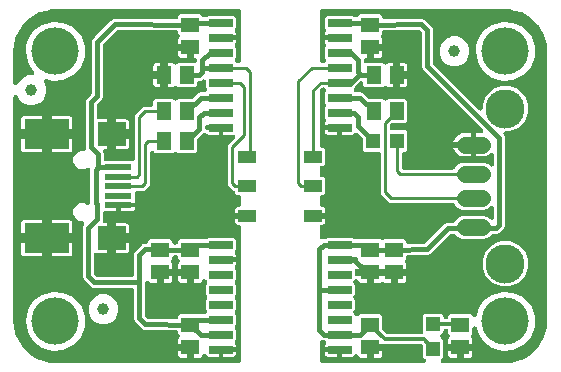
<source format=gbr>
G04 EAGLE Gerber RS-274X export*
G75*
%MOMM*%
%FSLAX34Y34*%
%LPD*%
%INTop Copper*%
%IPPOS*%
%AMOC8*
5,1,8,0,0,1.08239X$1,22.5*%
G01*
%ADD10R,2.032000X0.660400*%
%ADD11R,1.500000X1.300000*%
%ADD12R,1.300000X1.500000*%
%ADD13R,1.200000X1.300000*%
%ADD14C,1.458000*%
%ADD15C,3.316000*%
%ADD16C,1.000000*%
%ADD17C,4.000000*%
%ADD18R,2.400000X2.000000*%
%ADD19R,2.308000X0.500000*%
%ADD20R,3.810000X2.540000*%
%ADD21R,1.500000X1.000000*%
%ADD22R,1.200000X1.200000*%
%ADD23C,0.254000*%
%ADD24C,0.406400*%
%ADD25C,0.906400*%
%ADD26C,0.304800*%

G36*
X193218Y2543D02*
X193218Y2543D01*
X193236Y2541D01*
X193418Y2562D01*
X193601Y2581D01*
X193618Y2586D01*
X193635Y2588D01*
X193810Y2645D01*
X193986Y2699D01*
X194001Y2707D01*
X194018Y2713D01*
X194178Y2803D01*
X194340Y2891D01*
X194353Y2902D01*
X194369Y2911D01*
X194508Y3031D01*
X194649Y3148D01*
X194660Y3162D01*
X194674Y3174D01*
X194786Y3319D01*
X194901Y3462D01*
X194909Y3478D01*
X194920Y3492D01*
X195002Y3657D01*
X195087Y3819D01*
X195092Y3836D01*
X195100Y3852D01*
X195147Y4031D01*
X195198Y4206D01*
X195200Y4224D01*
X195204Y4241D01*
X195231Y4572D01*
X195231Y117828D01*
X195229Y117846D01*
X195231Y117864D01*
X195210Y118046D01*
X195191Y118229D01*
X195186Y118246D01*
X195184Y118263D01*
X195127Y118438D01*
X195073Y118614D01*
X195065Y118629D01*
X195059Y118646D01*
X194969Y118806D01*
X194881Y118968D01*
X194870Y118981D01*
X194861Y118997D01*
X194741Y119136D01*
X194624Y119277D01*
X194610Y119288D01*
X194598Y119302D01*
X194453Y119414D01*
X194310Y119529D01*
X194294Y119537D01*
X194280Y119548D01*
X194115Y119630D01*
X193953Y119715D01*
X193936Y119720D01*
X193920Y119728D01*
X193741Y119775D01*
X193566Y119826D01*
X193548Y119828D01*
X193531Y119832D01*
X193200Y119859D01*
X192765Y119859D01*
X192119Y120032D01*
X191540Y120367D01*
X191067Y120840D01*
X190732Y121419D01*
X190559Y122065D01*
X190559Y124901D01*
X193200Y124901D01*
X193218Y124902D01*
X193236Y124901D01*
X193418Y124922D01*
X193601Y124941D01*
X193618Y124946D01*
X193635Y124948D01*
X193810Y125005D01*
X193986Y125059D01*
X194001Y125067D01*
X194018Y125073D01*
X194178Y125163D01*
X194340Y125250D01*
X194353Y125262D01*
X194369Y125271D01*
X194508Y125391D01*
X194649Y125508D01*
X194660Y125522D01*
X194674Y125534D01*
X194786Y125679D01*
X194901Y125822D01*
X194909Y125838D01*
X194920Y125852D01*
X195002Y126017D01*
X195087Y126179D01*
X195092Y126196D01*
X195100Y126212D01*
X195147Y126391D01*
X195198Y126566D01*
X195200Y126584D01*
X195204Y126601D01*
X195231Y126932D01*
X195231Y127868D01*
X195229Y127886D01*
X195231Y127904D01*
X195210Y128086D01*
X195191Y128269D01*
X195186Y128286D01*
X195184Y128303D01*
X195127Y128478D01*
X195073Y128654D01*
X195065Y128669D01*
X195059Y128686D01*
X194969Y128846D01*
X194881Y129008D01*
X194870Y129021D01*
X194861Y129037D01*
X194741Y129176D01*
X194624Y129317D01*
X194610Y129328D01*
X194598Y129342D01*
X194453Y129454D01*
X194310Y129569D01*
X194294Y129577D01*
X194280Y129588D01*
X194115Y129670D01*
X193953Y129755D01*
X193936Y129760D01*
X193920Y129768D01*
X193741Y129815D01*
X193566Y129866D01*
X193548Y129868D01*
X193531Y129872D01*
X193200Y129899D01*
X190559Y129899D01*
X190559Y132735D01*
X190732Y133381D01*
X191067Y133960D01*
X191540Y134433D01*
X192119Y134768D01*
X192765Y134941D01*
X193200Y134941D01*
X193218Y134943D01*
X193236Y134941D01*
X193418Y134962D01*
X193601Y134981D01*
X193618Y134986D01*
X193635Y134988D01*
X193810Y135045D01*
X193986Y135099D01*
X194001Y135107D01*
X194018Y135113D01*
X194178Y135203D01*
X194340Y135291D01*
X194353Y135302D01*
X194369Y135311D01*
X194508Y135431D01*
X194649Y135548D01*
X194660Y135562D01*
X194674Y135574D01*
X194786Y135719D01*
X194901Y135862D01*
X194909Y135878D01*
X194920Y135892D01*
X195002Y136057D01*
X195087Y136219D01*
X195092Y136236D01*
X195100Y136252D01*
X195147Y136431D01*
X195198Y136606D01*
X195200Y136624D01*
X195204Y136641D01*
X195231Y136972D01*
X195231Y142828D01*
X195229Y142846D01*
X195231Y142864D01*
X195210Y143046D01*
X195191Y143229D01*
X195186Y143246D01*
X195184Y143263D01*
X195127Y143438D01*
X195073Y143614D01*
X195065Y143629D01*
X195059Y143646D01*
X194969Y143806D01*
X194881Y143968D01*
X194870Y143981D01*
X194861Y143997D01*
X194741Y144136D01*
X194624Y144277D01*
X194610Y144288D01*
X194598Y144302D01*
X194453Y144414D01*
X194310Y144529D01*
X194294Y144537D01*
X194280Y144548D01*
X194115Y144630D01*
X193953Y144715D01*
X193936Y144720D01*
X193920Y144728D01*
X193741Y144775D01*
X193566Y144826D01*
X193548Y144828D01*
X193531Y144832D01*
X193200Y144859D01*
X192048Y144859D01*
X190559Y146348D01*
X190559Y146558D01*
X190557Y146576D01*
X190559Y146594D01*
X190538Y146776D01*
X190519Y146959D01*
X190514Y146976D01*
X190512Y146993D01*
X190455Y147168D01*
X190401Y147344D01*
X190393Y147359D01*
X190387Y147376D01*
X190297Y147536D01*
X190209Y147698D01*
X190198Y147711D01*
X190189Y147727D01*
X190069Y147866D01*
X189952Y148007D01*
X189938Y148018D01*
X189926Y148032D01*
X189781Y148144D01*
X189638Y148259D01*
X189622Y148267D01*
X189608Y148278D01*
X189443Y148360D01*
X189281Y148445D01*
X189264Y148450D01*
X189248Y148458D01*
X189069Y148505D01*
X188979Y148531D01*
X184149Y153362D01*
X184149Y186998D01*
X186976Y189826D01*
X189771Y192620D01*
X189776Y192627D01*
X189783Y192632D01*
X189903Y192782D01*
X190026Y192931D01*
X190030Y192939D01*
X190035Y192946D01*
X190124Y193116D01*
X190214Y193287D01*
X190217Y193296D01*
X190221Y193303D01*
X190274Y193488D01*
X190329Y193673D01*
X190330Y193682D01*
X190332Y193690D01*
X190348Y193881D01*
X190365Y194074D01*
X190364Y194083D01*
X190365Y194092D01*
X190343Y194281D01*
X190322Y194474D01*
X190319Y194483D01*
X190318Y194491D01*
X190259Y194673D01*
X190201Y194858D01*
X190196Y194866D01*
X190193Y194874D01*
X190098Y195043D01*
X190006Y195210D01*
X190000Y195217D01*
X189996Y195225D01*
X189870Y195371D01*
X189745Y195517D01*
X189738Y195523D01*
X189732Y195530D01*
X189581Y195647D01*
X189429Y195767D01*
X189421Y195771D01*
X189414Y195776D01*
X189242Y195862D01*
X189070Y195949D01*
X189062Y195952D01*
X189054Y195956D01*
X188868Y196006D01*
X188682Y196057D01*
X188674Y196058D01*
X188665Y196060D01*
X188334Y196087D01*
X180339Y196087D01*
X180339Y201930D01*
X180338Y201947D01*
X180339Y201965D01*
X180318Y202148D01*
X180299Y202330D01*
X180294Y202347D01*
X180292Y202365D01*
X180235Y202540D01*
X180181Y202715D01*
X180173Y202731D01*
X180167Y202748D01*
X180077Y202908D01*
X179990Y203069D01*
X179978Y203083D01*
X179969Y203098D01*
X179849Y203238D01*
X179732Y203378D01*
X179732Y203379D01*
X179731Y203379D01*
X179718Y203390D01*
X179706Y203403D01*
X179706Y203404D01*
X179561Y203516D01*
X179418Y203631D01*
X179402Y203640D01*
X179388Y203650D01*
X179223Y203732D01*
X179060Y203817D01*
X179043Y203822D01*
X179027Y203830D01*
X178849Y203878D01*
X178673Y203928D01*
X178656Y203930D01*
X178638Y203934D01*
X178308Y203961D01*
X166624Y203961D01*
X166606Y203960D01*
X166588Y203961D01*
X166406Y203940D01*
X166223Y203921D01*
X166206Y203916D01*
X166189Y203914D01*
X166014Y203857D01*
X165838Y203803D01*
X165823Y203795D01*
X165806Y203789D01*
X165646Y203699D01*
X165484Y203612D01*
X165471Y203600D01*
X165455Y203591D01*
X165316Y203471D01*
X165175Y203354D01*
X165164Y203340D01*
X165150Y203328D01*
X165038Y203183D01*
X164923Y203040D01*
X164915Y203024D01*
X164904Y203010D01*
X164822Y202845D01*
X164737Y202683D01*
X164732Y202666D01*
X164724Y202650D01*
X164677Y202472D01*
X164626Y202296D01*
X164624Y202278D01*
X164620Y202261D01*
X164593Y201930D01*
X164594Y201912D01*
X164593Y201895D01*
X164593Y201894D01*
X164614Y201712D01*
X164633Y201529D01*
X164638Y201512D01*
X164640Y201494D01*
X164697Y201320D01*
X164751Y201144D01*
X164759Y201129D01*
X164765Y201112D01*
X164855Y200951D01*
X164943Y200790D01*
X164954Y200777D01*
X164963Y200761D01*
X165083Y200622D01*
X165200Y200481D01*
X165214Y200470D01*
X165226Y200456D01*
X165371Y200344D01*
X165514Y200229D01*
X165530Y200220D01*
X165544Y200210D01*
X165709Y200128D01*
X165871Y200043D01*
X165888Y200038D01*
X165904Y200030D01*
X166083Y199982D01*
X166258Y199932D01*
X166276Y199930D01*
X166293Y199926D01*
X166624Y199899D01*
X176277Y199899D01*
X176277Y196087D01*
X167813Y196087D01*
X167167Y196260D01*
X166588Y196595D01*
X165941Y197242D01*
X165927Y197253D01*
X165916Y197267D01*
X165772Y197380D01*
X165630Y197497D01*
X165614Y197505D01*
X165600Y197516D01*
X165437Y197599D01*
X165274Y197685D01*
X165257Y197691D01*
X165241Y197699D01*
X165065Y197748D01*
X164888Y197800D01*
X164870Y197802D01*
X164853Y197807D01*
X164670Y197820D01*
X164487Y197837D01*
X164469Y197835D01*
X164451Y197836D01*
X164270Y197813D01*
X164087Y197793D01*
X164070Y197788D01*
X164052Y197786D01*
X163878Y197727D01*
X163703Y197672D01*
X163687Y197663D01*
X163670Y197657D01*
X163511Y197565D01*
X163351Y197477D01*
X163337Y197465D01*
X163321Y197456D01*
X163068Y197242D01*
X162539Y196712D01*
X162531Y196708D01*
X162530Y196707D01*
X162526Y196704D01*
X162271Y196501D01*
X158882Y193318D01*
X158843Y193274D01*
X158798Y193236D01*
X158711Y193123D01*
X158617Y193015D01*
X158588Y192964D01*
X158552Y192918D01*
X158488Y192790D01*
X158417Y192665D01*
X158399Y192610D01*
X158372Y192557D01*
X158335Y192419D01*
X158290Y192283D01*
X158283Y192225D01*
X158268Y192168D01*
X158251Y191964D01*
X158241Y191884D01*
X158243Y191863D01*
X158241Y191838D01*
X158241Y181948D01*
X156752Y180459D01*
X141648Y180459D01*
X141136Y180971D01*
X141122Y180982D01*
X141111Y180995D01*
X140967Y181109D01*
X140825Y181226D01*
X140809Y181234D01*
X140795Y181245D01*
X140631Y181328D01*
X140469Y181414D01*
X140452Y181419D01*
X140436Y181427D01*
X140259Y181477D01*
X140083Y181529D01*
X140065Y181531D01*
X140048Y181535D01*
X139865Y181549D01*
X139682Y181565D01*
X139664Y181563D01*
X139647Y181565D01*
X139465Y181542D01*
X139282Y181522D01*
X139265Y181517D01*
X139247Y181514D01*
X139074Y181456D01*
X138898Y181401D01*
X138882Y181392D01*
X138866Y181386D01*
X138707Y181295D01*
X138546Y181206D01*
X138532Y181194D01*
X138517Y181185D01*
X138264Y180971D01*
X137752Y180459D01*
X122648Y180459D01*
X121578Y181529D01*
X121571Y181534D01*
X121566Y181541D01*
X121416Y181661D01*
X121267Y181784D01*
X121259Y181788D01*
X121252Y181793D01*
X121082Y181882D01*
X120911Y181972D01*
X120902Y181975D01*
X120895Y181979D01*
X120710Y182032D01*
X120525Y182087D01*
X120516Y182088D01*
X120508Y182090D01*
X120317Y182106D01*
X120124Y182123D01*
X120115Y182122D01*
X120106Y182123D01*
X119917Y182101D01*
X119724Y182080D01*
X119715Y182077D01*
X119707Y182076D01*
X119525Y182017D01*
X119340Y181959D01*
X119332Y181954D01*
X119324Y181951D01*
X119157Y181857D01*
X118988Y181764D01*
X118981Y181758D01*
X118973Y181754D01*
X118828Y181628D01*
X118681Y181503D01*
X118675Y181496D01*
X118668Y181490D01*
X118552Y181340D01*
X118431Y181187D01*
X118427Y181179D01*
X118422Y181172D01*
X118336Y181001D01*
X118249Y180828D01*
X118246Y180820D01*
X118242Y180812D01*
X118192Y180626D01*
X118141Y180441D01*
X118140Y180432D01*
X118138Y180423D01*
X118111Y180092D01*
X118111Y153362D01*
X113338Y148589D01*
X107552Y148589D01*
X107534Y148587D01*
X107516Y148589D01*
X107334Y148568D01*
X107151Y148549D01*
X107134Y148544D01*
X107117Y148542D01*
X106942Y148485D01*
X106766Y148431D01*
X106751Y148423D01*
X106734Y148417D01*
X106574Y148327D01*
X106412Y148239D01*
X106399Y148228D01*
X106383Y148219D01*
X106244Y148099D01*
X106103Y147982D01*
X106092Y147968D01*
X106078Y147956D01*
X105966Y147811D01*
X105851Y147668D01*
X105843Y147652D01*
X105832Y147638D01*
X105750Y147473D01*
X105665Y147311D01*
X105660Y147294D01*
X105652Y147278D01*
X105605Y147099D01*
X105554Y146924D01*
X105552Y146906D01*
X105548Y146889D01*
X105521Y146558D01*
X105521Y140537D01*
X105504Y140498D01*
X105482Y140389D01*
X105451Y140283D01*
X105442Y140192D01*
X105424Y140103D01*
X105424Y139992D01*
X105414Y139882D01*
X105424Y139791D01*
X105424Y139700D01*
X105449Y139565D01*
X105458Y139482D01*
X105472Y139436D01*
X105483Y139374D01*
X105521Y139235D01*
X105521Y138431D01*
X91440Y138431D01*
X91423Y138430D01*
X91405Y138431D01*
X91222Y138410D01*
X91040Y138391D01*
X91023Y138386D01*
X91005Y138384D01*
X90830Y138327D01*
X90655Y138273D01*
X90639Y138265D01*
X90622Y138259D01*
X90462Y138169D01*
X90301Y138082D01*
X90287Y138070D01*
X90272Y138061D01*
X90132Y137941D01*
X89992Y137824D01*
X89991Y137824D01*
X89991Y137823D01*
X89980Y137810D01*
X89967Y137798D01*
X89966Y137798D01*
X89854Y137653D01*
X89739Y137510D01*
X89730Y137494D01*
X89720Y137480D01*
X89638Y137315D01*
X89553Y137152D01*
X89548Y137135D01*
X89540Y137119D01*
X89492Y136941D01*
X89442Y136765D01*
X89440Y136748D01*
X89436Y136730D01*
X89409Y136400D01*
X89409Y131359D01*
X80264Y131359D01*
X80246Y131357D01*
X80228Y131359D01*
X80046Y131338D01*
X79863Y131319D01*
X79846Y131314D01*
X79829Y131312D01*
X79654Y131255D01*
X79478Y131201D01*
X79463Y131193D01*
X79446Y131187D01*
X79286Y131097D01*
X79124Y131009D01*
X79111Y130998D01*
X79095Y130989D01*
X78956Y130869D01*
X78815Y130752D01*
X78804Y130738D01*
X78790Y130726D01*
X78678Y130581D01*
X78563Y130438D01*
X78555Y130422D01*
X78544Y130408D01*
X78462Y130243D01*
X78377Y130081D01*
X78372Y130064D01*
X78364Y130048D01*
X78317Y129869D01*
X78266Y129694D01*
X78264Y129676D01*
X78260Y129659D01*
X78233Y129328D01*
X78233Y123477D01*
X78199Y123364D01*
X78197Y123351D01*
X78194Y123338D01*
X78178Y123149D01*
X78161Y122963D01*
X78162Y122950D01*
X78161Y122936D01*
X78183Y122750D01*
X78202Y122563D01*
X78206Y122550D01*
X78208Y122537D01*
X78266Y122357D01*
X78322Y122178D01*
X78328Y122167D01*
X78333Y122154D01*
X78425Y121990D01*
X78515Y121825D01*
X78524Y121815D01*
X78530Y121803D01*
X78654Y121661D01*
X78774Y121517D01*
X78785Y121509D01*
X78794Y121498D01*
X78942Y121383D01*
X79089Y121266D01*
X79101Y121260D01*
X79112Y121252D01*
X79280Y121168D01*
X79447Y121082D01*
X79460Y121078D01*
X79472Y121072D01*
X79654Y121023D01*
X79835Y120972D01*
X79848Y120971D01*
X79861Y120968D01*
X80192Y120941D01*
X81737Y120941D01*
X81737Y110432D01*
X81739Y110414D01*
X81737Y110397D01*
X81759Y110214D01*
X81777Y110031D01*
X81782Y110014D01*
X81784Y109997D01*
X81841Y109822D01*
X81895Y109647D01*
X81903Y109631D01*
X81909Y109614D01*
X81999Y109454D01*
X82087Y109293D01*
X82098Y109279D01*
X82107Y109263D01*
X82227Y109124D01*
X82344Y108983D01*
X82358Y108972D01*
X82370Y108959D01*
X82515Y108846D01*
X82658Y108731D01*
X82674Y108723D01*
X82688Y108712D01*
X82853Y108630D01*
X83015Y108545D01*
X83032Y108541D01*
X83049Y108533D01*
X83227Y108485D01*
X83402Y108434D01*
X83420Y108433D01*
X83437Y108428D01*
X83768Y108401D01*
X85801Y108401D01*
X85801Y108399D01*
X83768Y108399D01*
X83750Y108397D01*
X83733Y108399D01*
X83550Y108377D01*
X83367Y108359D01*
X83350Y108354D01*
X83333Y108352D01*
X83158Y108295D01*
X82983Y108241D01*
X82967Y108233D01*
X82950Y108227D01*
X82790Y108137D01*
X82628Y108049D01*
X82615Y108038D01*
X82599Y108029D01*
X82460Y107909D01*
X82319Y107792D01*
X82308Y107778D01*
X82295Y107766D01*
X82182Y107621D01*
X82067Y107478D01*
X82059Y107462D01*
X82048Y107448D01*
X81966Y107283D01*
X81881Y107121D01*
X81876Y107103D01*
X81868Y107087D01*
X81821Y106909D01*
X81770Y106734D01*
X81769Y106716D01*
X81764Y106699D01*
X81737Y106368D01*
X81737Y95859D01*
X73465Y95859D01*
X73170Y95939D01*
X73089Y95952D01*
X73010Y95975D01*
X72890Y95984D01*
X72772Y96004D01*
X72690Y96001D01*
X72608Y96007D01*
X72490Y95993D01*
X72370Y95989D01*
X72290Y95970D01*
X72209Y95961D01*
X72095Y95923D01*
X71978Y95896D01*
X71904Y95861D01*
X71826Y95836D01*
X71721Y95777D01*
X71613Y95727D01*
X71547Y95678D01*
X71475Y95638D01*
X71385Y95560D01*
X71288Y95489D01*
X71233Y95428D01*
X71170Y95375D01*
X71097Y95280D01*
X71016Y95192D01*
X70974Y95121D01*
X70924Y95057D01*
X70870Y94949D01*
X70809Y94847D01*
X70781Y94770D01*
X70744Y94696D01*
X70713Y94580D01*
X70673Y94468D01*
X70661Y94387D01*
X70640Y94307D01*
X70627Y94155D01*
X70615Y94069D01*
X70617Y94029D01*
X70613Y93976D01*
X70613Y78935D01*
X70615Y78909D01*
X70613Y78882D01*
X70635Y78708D01*
X70653Y78535D01*
X70660Y78509D01*
X70664Y78483D01*
X70719Y78317D01*
X70771Y78150D01*
X70784Y78126D01*
X70792Y78101D01*
X70879Y77949D01*
X70963Y77796D01*
X70980Y77775D01*
X70993Y77752D01*
X71208Y77499D01*
X72419Y76288D01*
X72440Y76271D01*
X72457Y76250D01*
X72595Y76143D01*
X72731Y76033D01*
X72754Y76020D01*
X72775Y76004D01*
X72932Y75926D01*
X73086Y75844D01*
X73112Y75836D01*
X73136Y75824D01*
X73305Y75779D01*
X73472Y75729D01*
X73499Y75727D01*
X73525Y75720D01*
X73855Y75693D01*
X102616Y75693D01*
X102634Y75695D01*
X102652Y75693D01*
X102834Y75714D01*
X103017Y75733D01*
X103034Y75738D01*
X103051Y75740D01*
X103226Y75797D01*
X103402Y75851D01*
X103417Y75859D01*
X103434Y75865D01*
X103594Y75955D01*
X103756Y76043D01*
X103769Y76054D01*
X103785Y76063D01*
X103924Y76183D01*
X104065Y76300D01*
X104076Y76314D01*
X104090Y76326D01*
X104202Y76471D01*
X104317Y76614D01*
X104325Y76630D01*
X104336Y76644D01*
X104418Y76809D01*
X104503Y76971D01*
X104508Y76988D01*
X104516Y77004D01*
X104563Y77183D01*
X104614Y77358D01*
X104616Y77376D01*
X104620Y77393D01*
X104647Y77724D01*
X104647Y94890D01*
X105343Y96570D01*
X110263Y101490D01*
X110377Y101629D01*
X110494Y101766D01*
X110506Y101787D01*
X110518Y101801D01*
X110524Y101813D01*
X111112Y102342D01*
X111142Y102376D01*
X111188Y102415D01*
X111759Y102986D01*
X111819Y103016D01*
X111838Y103031D01*
X111855Y103040D01*
X111865Y103048D01*
X112610Y103313D01*
X112652Y103332D01*
X112709Y103350D01*
X113455Y103659D01*
X113522Y103665D01*
X113545Y103671D01*
X113564Y103673D01*
X113577Y103677D01*
X114366Y103635D01*
X114412Y103638D01*
X114472Y103633D01*
X114928Y103633D01*
X114946Y103635D01*
X114964Y103633D01*
X115146Y103654D01*
X115329Y103673D01*
X115346Y103678D01*
X115363Y103680D01*
X115538Y103737D01*
X115714Y103791D01*
X115729Y103799D01*
X115746Y103805D01*
X115906Y103895D01*
X116068Y103983D01*
X116081Y103994D01*
X116097Y104003D01*
X116236Y104123D01*
X116377Y104240D01*
X116388Y104254D01*
X116402Y104266D01*
X116514Y104411D01*
X116629Y104554D01*
X116637Y104570D01*
X116648Y104584D01*
X116730Y104749D01*
X116815Y104911D01*
X116820Y104928D01*
X116828Y104944D01*
X116875Y105122D01*
X116926Y105298D01*
X116928Y105316D01*
X116932Y105333D01*
X116959Y105664D01*
X116959Y105952D01*
X118448Y107441D01*
X135552Y107441D01*
X137041Y105952D01*
X137041Y105004D01*
X137043Y104986D01*
X137041Y104968D01*
X137062Y104786D01*
X137081Y104603D01*
X137086Y104586D01*
X137088Y104569D01*
X137145Y104394D01*
X137199Y104218D01*
X137207Y104203D01*
X137213Y104186D01*
X137303Y104026D01*
X137391Y103864D01*
X137402Y103851D01*
X137411Y103835D01*
X137531Y103696D01*
X137648Y103555D01*
X137662Y103544D01*
X137674Y103530D01*
X137819Y103418D01*
X137962Y103303D01*
X137978Y103295D01*
X137992Y103284D01*
X138157Y103202D01*
X138319Y103117D01*
X138336Y103112D01*
X138352Y103104D01*
X138531Y103057D01*
X138706Y103006D01*
X138724Y103004D01*
X138741Y103000D01*
X139072Y102973D01*
X140328Y102973D01*
X140346Y102975D01*
X140364Y102973D01*
X140546Y102994D01*
X140729Y103013D01*
X140746Y103018D01*
X140763Y103020D01*
X140938Y103077D01*
X141114Y103131D01*
X141129Y103139D01*
X141146Y103145D01*
X141306Y103235D01*
X141468Y103323D01*
X141481Y103334D01*
X141497Y103343D01*
X141636Y103463D01*
X141777Y103580D01*
X141788Y103594D01*
X141802Y103606D01*
X141914Y103751D01*
X142029Y103894D01*
X142037Y103910D01*
X142048Y103924D01*
X142130Y104089D01*
X142215Y104251D01*
X142220Y104268D01*
X142228Y104284D01*
X142275Y104463D01*
X142326Y104638D01*
X142328Y104656D01*
X142332Y104673D01*
X142359Y105004D01*
X142359Y105952D01*
X143848Y107441D01*
X154892Y107441D01*
X154912Y107443D01*
X154942Y107443D01*
X154956Y107442D01*
X154963Y107443D01*
X155947Y107443D01*
X156014Y107449D01*
X156109Y107449D01*
X156795Y107504D01*
X156922Y107470D01*
X156978Y107465D01*
X157020Y107456D01*
X157106Y107455D01*
X157253Y107443D01*
X164984Y107443D01*
X165011Y107445D01*
X165038Y107443D01*
X165211Y107465D01*
X165385Y107483D01*
X165410Y107490D01*
X165437Y107494D01*
X165603Y107549D01*
X165770Y107601D01*
X165793Y107614D01*
X165819Y107622D01*
X165970Y107709D01*
X166124Y107793D01*
X166144Y107810D01*
X166168Y107823D01*
X166421Y108038D01*
X167096Y108713D01*
X189520Y108713D01*
X191009Y107224D01*
X191009Y98516D01*
X190449Y97956D01*
X190438Y97943D01*
X190425Y97931D01*
X190311Y97787D01*
X190194Y97645D01*
X190186Y97629D01*
X190175Y97615D01*
X190092Y97451D01*
X190006Y97289D01*
X190001Y97272D01*
X189993Y97256D01*
X189943Y97079D01*
X189891Y96903D01*
X189889Y96885D01*
X189885Y96868D01*
X189871Y96685D01*
X189855Y96502D01*
X189857Y96484D01*
X189855Y96467D01*
X189878Y96285D01*
X189898Y96102D01*
X189903Y96085D01*
X189906Y96067D01*
X189964Y95894D01*
X190019Y95718D01*
X190028Y95702D01*
X190034Y95686D01*
X190125Y95527D01*
X190214Y95366D01*
X190226Y95352D01*
X190235Y95337D01*
X190449Y95084D01*
X190501Y95032D01*
X190836Y94453D01*
X191009Y93807D01*
X191009Y92201D01*
X178308Y92201D01*
X178291Y92200D01*
X178273Y92201D01*
X178090Y92180D01*
X177908Y92161D01*
X177891Y92156D01*
X177873Y92154D01*
X177698Y92097D01*
X177523Y92043D01*
X177507Y92035D01*
X177490Y92029D01*
X177330Y91939D01*
X177169Y91852D01*
X177155Y91840D01*
X177140Y91831D01*
X177000Y91711D01*
X176860Y91594D01*
X176848Y91580D01*
X176835Y91568D01*
X176722Y91423D01*
X176607Y91280D01*
X176599Y91264D01*
X176588Y91250D01*
X176506Y91085D01*
X176422Y90923D01*
X176417Y90906D01*
X176409Y90890D01*
X176361Y90712D01*
X176310Y90536D01*
X176309Y90518D01*
X176304Y90501D01*
X176277Y90170D01*
X176279Y90152D01*
X176277Y90135D01*
X176277Y90134D01*
X176299Y89952D01*
X176317Y89769D01*
X176322Y89752D01*
X176324Y89734D01*
X176381Y89560D01*
X176435Y89384D01*
X176444Y89369D01*
X176449Y89352D01*
X176540Y89191D01*
X176627Y89030D01*
X176638Y89017D01*
X176647Y89001D01*
X176767Y88862D01*
X176885Y88721D01*
X176899Y88710D01*
X176910Y88696D01*
X177055Y88584D01*
X177198Y88469D01*
X177214Y88460D01*
X177228Y88450D01*
X177393Y88368D01*
X177556Y88283D01*
X177573Y88278D01*
X177589Y88270D01*
X177767Y88222D01*
X177943Y88172D01*
X177960Y88170D01*
X177978Y88166D01*
X178308Y88139D01*
X191009Y88139D01*
X191009Y86533D01*
X190836Y85887D01*
X190501Y85308D01*
X190449Y85256D01*
X190438Y85242D01*
X190425Y85231D01*
X190311Y85087D01*
X190194Y84945D01*
X190186Y84929D01*
X190175Y84915D01*
X190092Y84751D01*
X190006Y84589D01*
X190001Y84572D01*
X189993Y84556D01*
X189943Y84379D01*
X189891Y84203D01*
X189889Y84185D01*
X189885Y84168D01*
X189871Y83985D01*
X189855Y83802D01*
X189857Y83784D01*
X189855Y83767D01*
X189878Y83585D01*
X189898Y83402D01*
X189903Y83385D01*
X189906Y83367D01*
X189964Y83194D01*
X190019Y83018D01*
X190028Y83002D01*
X190034Y82986D01*
X190125Y82827D01*
X190214Y82666D01*
X190226Y82652D01*
X190235Y82637D01*
X190449Y82384D01*
X191009Y81824D01*
X191009Y73116D01*
X190449Y72556D01*
X190438Y72543D01*
X190425Y72531D01*
X190311Y72387D01*
X190194Y72245D01*
X190186Y72229D01*
X190175Y72215D01*
X190092Y72051D01*
X190006Y71889D01*
X190001Y71872D01*
X189993Y71856D01*
X189943Y71678D01*
X189891Y71503D01*
X189889Y71485D01*
X189885Y71468D01*
X189871Y71285D01*
X189855Y71102D01*
X189857Y71084D01*
X189855Y71067D01*
X189878Y70885D01*
X189898Y70702D01*
X189903Y70685D01*
X189906Y70667D01*
X189964Y70493D01*
X190019Y70318D01*
X190028Y70302D01*
X190034Y70286D01*
X190125Y70127D01*
X190214Y69966D01*
X190226Y69952D01*
X190235Y69937D01*
X190449Y69684D01*
X191009Y69124D01*
X191009Y60416D01*
X190449Y59856D01*
X190438Y59843D01*
X190425Y59831D01*
X190311Y59687D01*
X190194Y59545D01*
X190186Y59529D01*
X190175Y59515D01*
X190092Y59351D01*
X190006Y59189D01*
X190001Y59172D01*
X189993Y59156D01*
X189943Y58979D01*
X189891Y58803D01*
X189889Y58785D01*
X189885Y58768D01*
X189871Y58585D01*
X189855Y58402D01*
X189857Y58384D01*
X189855Y58367D01*
X189878Y58185D01*
X189898Y58002D01*
X189903Y57985D01*
X189906Y57967D01*
X189964Y57794D01*
X190019Y57618D01*
X190028Y57602D01*
X190034Y57586D01*
X190125Y57427D01*
X190214Y57266D01*
X190226Y57252D01*
X190235Y57237D01*
X190449Y56984D01*
X191009Y56424D01*
X191009Y47716D01*
X190449Y47156D01*
X190438Y47142D01*
X190425Y47131D01*
X190311Y46987D01*
X190194Y46845D01*
X190186Y46829D01*
X190175Y46815D01*
X190092Y46651D01*
X190006Y46489D01*
X190001Y46472D01*
X189993Y46456D01*
X189943Y46279D01*
X189891Y46103D01*
X189889Y46085D01*
X189885Y46068D01*
X189871Y45885D01*
X189855Y45702D01*
X189857Y45684D01*
X189855Y45667D01*
X189878Y45485D01*
X189898Y45302D01*
X189903Y45285D01*
X189906Y45267D01*
X189964Y45094D01*
X190019Y44918D01*
X190028Y44902D01*
X190034Y44886D01*
X190125Y44727D01*
X190214Y44566D01*
X190226Y44552D01*
X190235Y44537D01*
X190449Y44284D01*
X191009Y43724D01*
X191009Y35016D01*
X190449Y34456D01*
X190438Y34443D01*
X190425Y34431D01*
X190311Y34287D01*
X190194Y34145D01*
X190186Y34129D01*
X190175Y34115D01*
X190092Y33951D01*
X190006Y33789D01*
X190001Y33772D01*
X189993Y33756D01*
X189943Y33579D01*
X189891Y33403D01*
X189889Y33385D01*
X189885Y33368D01*
X189871Y33185D01*
X189855Y33002D01*
X189857Y32984D01*
X189855Y32967D01*
X189878Y32785D01*
X189898Y32602D01*
X189903Y32585D01*
X189906Y32567D01*
X189964Y32394D01*
X190019Y32218D01*
X190028Y32202D01*
X190034Y32186D01*
X190125Y32027D01*
X190214Y31866D01*
X190226Y31852D01*
X190235Y31837D01*
X190449Y31584D01*
X191009Y31024D01*
X191009Y22316D01*
X190449Y21756D01*
X190438Y21743D01*
X190425Y21731D01*
X190311Y21587D01*
X190194Y21445D01*
X190186Y21429D01*
X190175Y21415D01*
X190092Y21251D01*
X190006Y21089D01*
X190001Y21072D01*
X189993Y21056D01*
X189943Y20879D01*
X189891Y20703D01*
X189889Y20685D01*
X189885Y20668D01*
X189871Y20485D01*
X189855Y20302D01*
X189857Y20284D01*
X189855Y20267D01*
X189878Y20085D01*
X189898Y19902D01*
X189903Y19885D01*
X189906Y19867D01*
X189964Y19694D01*
X190019Y19518D01*
X190028Y19502D01*
X190034Y19486D01*
X190125Y19327D01*
X190214Y19166D01*
X190226Y19152D01*
X190235Y19137D01*
X190449Y18884D01*
X190501Y18832D01*
X190836Y18253D01*
X191009Y17607D01*
X191009Y16001D01*
X178308Y16001D01*
X178291Y16000D01*
X178273Y16001D01*
X178090Y15980D01*
X177908Y15961D01*
X177891Y15956D01*
X177873Y15954D01*
X177698Y15897D01*
X177523Y15843D01*
X177507Y15835D01*
X177490Y15829D01*
X177330Y15739D01*
X177169Y15652D01*
X177155Y15640D01*
X177140Y15631D01*
X177000Y15511D01*
X176860Y15394D01*
X176859Y15394D01*
X176859Y15393D01*
X176848Y15380D01*
X176835Y15368D01*
X176834Y15368D01*
X176722Y15223D01*
X176607Y15080D01*
X176598Y15064D01*
X176588Y15050D01*
X176506Y14885D01*
X176421Y14722D01*
X176416Y14705D01*
X176408Y14689D01*
X176360Y14511D01*
X176310Y14335D01*
X176308Y14318D01*
X176304Y14300D01*
X176277Y13970D01*
X176277Y8127D01*
X167813Y8127D01*
X167167Y8300D01*
X166588Y8635D01*
X166115Y9108D01*
X166065Y9194D01*
X166060Y9201D01*
X166056Y9210D01*
X165942Y9365D01*
X165830Y9521D01*
X165824Y9527D01*
X165818Y9535D01*
X165675Y9665D01*
X165536Y9795D01*
X165528Y9800D01*
X165521Y9806D01*
X165356Y9906D01*
X165193Y10006D01*
X165184Y10009D01*
X165176Y10014D01*
X164995Y10079D01*
X164815Y10145D01*
X164806Y10147D01*
X164797Y10150D01*
X164606Y10178D01*
X164417Y10207D01*
X164408Y10206D01*
X164399Y10208D01*
X164208Y10198D01*
X164015Y10189D01*
X164006Y10187D01*
X163997Y10186D01*
X163812Y10139D01*
X163624Y10092D01*
X163616Y10088D01*
X163607Y10086D01*
X163433Y10002D01*
X163260Y9920D01*
X163253Y9914D01*
X163244Y9910D01*
X163090Y9793D01*
X162937Y9679D01*
X162931Y9673D01*
X162924Y9667D01*
X162795Y9521D01*
X162668Y9380D01*
X162663Y9372D01*
X162657Y9365D01*
X162561Y9198D01*
X162463Y9033D01*
X162460Y9024D01*
X162456Y9017D01*
X162344Y8704D01*
X162268Y8419D01*
X161933Y7840D01*
X161460Y7367D01*
X160881Y7032D01*
X160235Y6859D01*
X155649Y6859D01*
X155649Y14682D01*
X155647Y14700D01*
X155649Y14717D01*
X155628Y14900D01*
X155609Y15082D01*
X155604Y15099D01*
X155602Y15117D01*
X155545Y15292D01*
X155491Y15467D01*
X155483Y15483D01*
X155477Y15500D01*
X155387Y15660D01*
X155299Y15821D01*
X155288Y15835D01*
X155279Y15851D01*
X155159Y15990D01*
X155042Y16131D01*
X155028Y16142D01*
X155016Y16155D01*
X154871Y16268D01*
X154728Y16383D01*
X154712Y16391D01*
X154698Y16402D01*
X154533Y16484D01*
X154371Y16568D01*
X154354Y16573D01*
X154338Y16581D01*
X154159Y16629D01*
X153984Y16680D01*
X153966Y16681D01*
X153949Y16686D01*
X153618Y16713D01*
X153213Y16713D01*
X153213Y17118D01*
X153211Y17136D01*
X153213Y17154D01*
X153191Y17336D01*
X153173Y17519D01*
X153168Y17536D01*
X153166Y17553D01*
X153109Y17728D01*
X153055Y17904D01*
X153047Y17919D01*
X153041Y17936D01*
X152951Y18096D01*
X152863Y18258D01*
X152852Y18271D01*
X152843Y18287D01*
X152723Y18426D01*
X152605Y18567D01*
X152592Y18578D01*
X152580Y18592D01*
X152435Y18704D01*
X152292Y18819D01*
X152276Y18827D01*
X152262Y18838D01*
X152097Y18920D01*
X151934Y19005D01*
X151917Y19010D01*
X151901Y19018D01*
X151723Y19065D01*
X151548Y19116D01*
X151530Y19118D01*
X151513Y19122D01*
X151182Y19149D01*
X142359Y19149D01*
X142359Y22735D01*
X142532Y23381D01*
X142867Y23960D01*
X142870Y23964D01*
X142882Y23977D01*
X142895Y23989D01*
X143010Y24133D01*
X143126Y24275D01*
X143134Y24291D01*
X143145Y24305D01*
X143229Y24469D01*
X143314Y24631D01*
X143319Y24648D01*
X143327Y24664D01*
X143377Y24841D01*
X143429Y25017D01*
X143431Y25034D01*
X143435Y25052D01*
X143449Y25234D01*
X143465Y25418D01*
X143463Y25435D01*
X143465Y25453D01*
X143442Y25635D01*
X143422Y25818D01*
X143417Y25835D01*
X143414Y25853D01*
X143356Y26026D01*
X143301Y26202D01*
X143292Y26218D01*
X143286Y26234D01*
X143195Y26393D01*
X143106Y26554D01*
X143094Y26568D01*
X143085Y26583D01*
X142871Y26836D01*
X142359Y27348D01*
X142359Y28504D01*
X142359Y28505D01*
X142341Y28686D01*
X142319Y28905D01*
X142259Y29101D01*
X142201Y29290D01*
X142103Y29471D01*
X142009Y29644D01*
X141819Y29872D01*
X141754Y29951D01*
X141751Y29953D01*
X141575Y30095D01*
X141438Y30205D01*
X141438Y30206D01*
X141181Y30339D01*
X141081Y30391D01*
X141080Y30391D01*
X140844Y30459D01*
X140694Y30502D01*
X140693Y30502D01*
X140363Y30535D01*
X114278Y30987D01*
X114263Y30986D01*
X114243Y30987D01*
X113349Y30987D01*
X112530Y31343D01*
X112515Y31348D01*
X112498Y31357D01*
X111672Y31699D01*
X111051Y32342D01*
X111039Y32352D01*
X111026Y32367D01*
X106915Y36478D01*
X105343Y38050D01*
X104647Y39730D01*
X104647Y64516D01*
X104645Y64534D01*
X104647Y64552D01*
X104626Y64734D01*
X104607Y64917D01*
X104602Y64934D01*
X104600Y64951D01*
X104543Y65126D01*
X104489Y65302D01*
X104481Y65317D01*
X104475Y65334D01*
X104385Y65494D01*
X104297Y65656D01*
X104286Y65669D01*
X104277Y65685D01*
X104157Y65824D01*
X104040Y65965D01*
X104026Y65976D01*
X104014Y65990D01*
X103869Y66102D01*
X103726Y66217D01*
X103710Y66225D01*
X103696Y66236D01*
X103531Y66318D01*
X103369Y66403D01*
X103352Y66408D01*
X103336Y66416D01*
X103157Y66463D01*
X102982Y66514D01*
X102964Y66516D01*
X102947Y66520D01*
X102616Y66547D01*
X70210Y66547D01*
X68530Y67243D01*
X62163Y73610D01*
X61467Y75290D01*
X61467Y117750D01*
X62169Y119443D01*
X62258Y119554D01*
X62380Y119703D01*
X62384Y119711D01*
X62390Y119718D01*
X62478Y119888D01*
X62569Y120059D01*
X62571Y120067D01*
X62575Y120075D01*
X62628Y120260D01*
X62683Y120445D01*
X62684Y120454D01*
X62687Y120462D01*
X62702Y120654D01*
X62720Y120846D01*
X62719Y120855D01*
X62720Y120864D01*
X62697Y121054D01*
X62676Y121246D01*
X62674Y121254D01*
X62673Y121263D01*
X62613Y121447D01*
X62555Y121630D01*
X62551Y121638D01*
X62548Y121646D01*
X62453Y121814D01*
X62360Y121982D01*
X62354Y121989D01*
X62350Y121997D01*
X62225Y122142D01*
X62100Y122289D01*
X62093Y122295D01*
X62087Y122302D01*
X61936Y122418D01*
X61784Y122539D01*
X61776Y122543D01*
X61769Y122548D01*
X61597Y122634D01*
X61425Y122721D01*
X61416Y122724D01*
X61408Y122728D01*
X61220Y122778D01*
X61037Y122829D01*
X61028Y122830D01*
X61019Y122832D01*
X60689Y122859D01*
X59300Y122859D01*
X56529Y124007D01*
X54407Y126129D01*
X53259Y128900D01*
X53259Y131900D01*
X54407Y134671D01*
X56529Y136793D01*
X59300Y137941D01*
X62300Y137941D01*
X65009Y136819D01*
X65022Y136815D01*
X65033Y136809D01*
X65213Y136757D01*
X65394Y136702D01*
X65407Y136701D01*
X65420Y136697D01*
X65608Y136682D01*
X65795Y136664D01*
X65808Y136666D01*
X65822Y136664D01*
X66009Y136686D01*
X66195Y136706D01*
X66208Y136710D01*
X66221Y136711D01*
X66401Y136770D01*
X66580Y136826D01*
X66591Y136832D01*
X66604Y136836D01*
X66769Y136929D01*
X66933Y137019D01*
X66943Y137027D01*
X66955Y137034D01*
X67097Y137157D01*
X67241Y137278D01*
X67249Y137289D01*
X67260Y137297D01*
X67375Y137446D01*
X67492Y137593D01*
X67498Y137605D01*
X67506Y137615D01*
X67590Y137784D01*
X67676Y137951D01*
X67680Y137964D01*
X67686Y137976D01*
X67735Y138159D01*
X67786Y138338D01*
X67787Y138352D01*
X67790Y138365D01*
X67817Y138695D01*
X67817Y166105D01*
X67816Y166118D01*
X67817Y166131D01*
X67796Y166317D01*
X67777Y166505D01*
X67773Y166518D01*
X67772Y166531D01*
X67714Y166711D01*
X67659Y166890D01*
X67653Y166902D01*
X67649Y166915D01*
X67557Y167079D01*
X67467Y167244D01*
X67459Y167254D01*
X67452Y167266D01*
X67330Y167409D01*
X67210Y167553D01*
X67199Y167562D01*
X67191Y167572D01*
X67042Y167688D01*
X66896Y167806D01*
X66884Y167812D01*
X66874Y167820D01*
X66705Y167905D01*
X66539Y167991D01*
X66526Y167995D01*
X66514Y168001D01*
X66332Y168051D01*
X66152Y168103D01*
X66138Y168104D01*
X66125Y168107D01*
X65937Y168120D01*
X65750Y168136D01*
X65737Y168134D01*
X65724Y168135D01*
X65536Y168110D01*
X65351Y168089D01*
X65338Y168085D01*
X65325Y168083D01*
X65009Y167981D01*
X62300Y166859D01*
X59300Y166859D01*
X56529Y168007D01*
X54407Y170129D01*
X53259Y172900D01*
X53259Y175900D01*
X54407Y178671D01*
X56529Y180793D01*
X58112Y181449D01*
X59300Y181941D01*
X62032Y181941D01*
X62045Y181942D01*
X62059Y181941D01*
X62245Y181962D01*
X62432Y181981D01*
X62445Y181985D01*
X62459Y181986D01*
X62638Y182044D01*
X62817Y182099D01*
X62829Y182105D01*
X62842Y182109D01*
X63006Y182201D01*
X63171Y182291D01*
X63182Y182299D01*
X63194Y182306D01*
X63336Y182428D01*
X63481Y182548D01*
X63489Y182559D01*
X63499Y182568D01*
X63615Y182716D01*
X63733Y182862D01*
X63739Y182874D01*
X63747Y182885D01*
X63832Y183053D01*
X63918Y183219D01*
X63922Y183232D01*
X63928Y183245D01*
X63978Y183426D01*
X64030Y183606D01*
X64031Y183620D01*
X64034Y183633D01*
X64047Y183819D01*
X64063Y184008D01*
X64061Y184021D01*
X64062Y184035D01*
X64038Y184221D01*
X64016Y184407D01*
X64012Y184420D01*
X64010Y184434D01*
X64007Y184442D01*
X64007Y224430D01*
X64703Y226110D01*
X68492Y229899D01*
X68509Y229920D01*
X68530Y229937D01*
X68637Y230075D01*
X68747Y230211D01*
X68760Y230234D01*
X68776Y230255D01*
X68854Y230412D01*
X68936Y230566D01*
X68944Y230592D01*
X68956Y230616D01*
X69001Y230785D01*
X69051Y230952D01*
X69053Y230979D01*
X69060Y231005D01*
X69087Y231335D01*
X69087Y275230D01*
X69783Y276910D01*
X71355Y278482D01*
X84763Y291890D01*
X84776Y291906D01*
X84792Y291920D01*
X84853Y291997D01*
X85678Y292804D01*
X85684Y292812D01*
X85693Y292819D01*
X86327Y293454D01*
X87162Y293790D01*
X87171Y293794D01*
X87182Y293798D01*
X88013Y294142D01*
X88912Y294133D01*
X88921Y294134D01*
X88933Y294133D01*
X90079Y294133D01*
X90225Y294119D01*
X140307Y293599D01*
X140335Y293601D01*
X140364Y293599D01*
X140536Y293619D01*
X140708Y293634D01*
X140735Y293642D01*
X140763Y293646D01*
X140928Y293699D01*
X141094Y293749D01*
X141119Y293762D01*
X141146Y293771D01*
X141297Y293856D01*
X141450Y293937D01*
X141472Y293955D01*
X141497Y293969D01*
X141628Y294082D01*
X141762Y294191D01*
X141780Y294213D01*
X141802Y294232D01*
X141908Y294368D01*
X142018Y294502D01*
X142031Y294527D01*
X142048Y294550D01*
X142125Y294705D01*
X142207Y294858D01*
X142215Y294885D01*
X142228Y294910D01*
X142273Y295078D01*
X142322Y295243D01*
X142325Y295272D01*
X142332Y295299D01*
X142359Y295630D01*
X142359Y296452D01*
X143848Y297941D01*
X160952Y297941D01*
X162895Y295998D01*
X162916Y295981D01*
X162934Y295960D01*
X163072Y295853D01*
X163207Y295743D01*
X163231Y295730D01*
X163252Y295714D01*
X163409Y295636D01*
X163563Y295554D01*
X163588Y295546D01*
X163612Y295534D01*
X163782Y295489D01*
X163949Y295439D01*
X163975Y295437D01*
X164001Y295430D01*
X164332Y295403D01*
X164984Y295403D01*
X165011Y295405D01*
X165038Y295403D01*
X165212Y295425D01*
X165385Y295443D01*
X165410Y295450D01*
X165437Y295454D01*
X165603Y295510D01*
X165770Y295561D01*
X165793Y295574D01*
X165819Y295582D01*
X165970Y295669D01*
X166124Y295753D01*
X166144Y295770D01*
X166168Y295783D01*
X166421Y295998D01*
X167096Y296673D01*
X189520Y296673D01*
X191009Y295184D01*
X191009Y286476D01*
X190449Y285916D01*
X190438Y285903D01*
X190425Y285891D01*
X190311Y285747D01*
X190194Y285605D01*
X190186Y285589D01*
X190175Y285575D01*
X190092Y285411D01*
X190006Y285249D01*
X190001Y285232D01*
X189993Y285216D01*
X189943Y285039D01*
X189891Y284863D01*
X189889Y284845D01*
X189885Y284828D01*
X189871Y284645D01*
X189855Y284462D01*
X189857Y284444D01*
X189855Y284427D01*
X189878Y284245D01*
X189898Y284062D01*
X189903Y284045D01*
X189906Y284027D01*
X189964Y283854D01*
X190019Y283678D01*
X190028Y283662D01*
X190034Y283646D01*
X190125Y283487D01*
X190214Y283326D01*
X190226Y283312D01*
X190235Y283297D01*
X190449Y283044D01*
X190501Y282992D01*
X190836Y282413D01*
X191009Y281767D01*
X191009Y280161D01*
X178308Y280161D01*
X178291Y280160D01*
X178273Y280161D01*
X178090Y280140D01*
X177908Y280121D01*
X177891Y280116D01*
X177873Y280114D01*
X177698Y280057D01*
X177523Y280003D01*
X177507Y279995D01*
X177490Y279989D01*
X177330Y279899D01*
X177169Y279812D01*
X177155Y279800D01*
X177140Y279791D01*
X177000Y279671D01*
X176860Y279554D01*
X176848Y279540D01*
X176835Y279528D01*
X176722Y279383D01*
X176607Y279240D01*
X176599Y279224D01*
X176588Y279210D01*
X176506Y279045D01*
X176422Y278883D01*
X176417Y278866D01*
X176409Y278850D01*
X176361Y278672D01*
X176310Y278496D01*
X176309Y278478D01*
X176304Y278461D01*
X176277Y278130D01*
X176279Y278112D01*
X176277Y278095D01*
X176277Y278094D01*
X176299Y277912D01*
X176317Y277729D01*
X176322Y277712D01*
X176324Y277694D01*
X176381Y277520D01*
X176435Y277344D01*
X176444Y277329D01*
X176449Y277312D01*
X176540Y277151D01*
X176627Y276990D01*
X176638Y276977D01*
X176647Y276961D01*
X176767Y276822D01*
X176885Y276681D01*
X176899Y276670D01*
X176910Y276656D01*
X177055Y276544D01*
X177198Y276429D01*
X177214Y276420D01*
X177228Y276410D01*
X177393Y276328D01*
X177556Y276243D01*
X177573Y276238D01*
X177589Y276230D01*
X177767Y276182D01*
X177943Y276132D01*
X177960Y276130D01*
X177978Y276126D01*
X178308Y276099D01*
X191009Y276099D01*
X191009Y274493D01*
X190836Y273847D01*
X190501Y273268D01*
X190450Y273216D01*
X190438Y273203D01*
X190425Y273191D01*
X190311Y273047D01*
X190194Y272905D01*
X190186Y272889D01*
X190175Y272875D01*
X190092Y272711D01*
X190006Y272549D01*
X190001Y272532D01*
X189993Y272516D01*
X189943Y272339D01*
X189891Y272163D01*
X189889Y272146D01*
X189885Y272128D01*
X189871Y271945D01*
X189855Y271762D01*
X189857Y271745D01*
X189855Y271727D01*
X189878Y271544D01*
X189898Y271362D01*
X189903Y271345D01*
X189906Y271327D01*
X189964Y271153D01*
X190019Y270978D01*
X190028Y270963D01*
X190034Y270946D01*
X190125Y270787D01*
X190214Y270626D01*
X190226Y270612D01*
X190235Y270597D01*
X190449Y270344D01*
X191009Y269784D01*
X191009Y261076D01*
X190449Y260516D01*
X190438Y260503D01*
X190425Y260491D01*
X190310Y260347D01*
X190194Y260205D01*
X190186Y260189D01*
X190175Y260175D01*
X190092Y260011D01*
X190006Y259849D01*
X190001Y259832D01*
X189993Y259816D01*
X189943Y259640D01*
X189891Y259463D01*
X189889Y259445D01*
X189885Y259428D01*
X189871Y259246D01*
X189855Y259062D01*
X189857Y259045D01*
X189855Y259027D01*
X189878Y258844D01*
X189898Y258662D01*
X189903Y258645D01*
X189906Y258627D01*
X189964Y258454D01*
X190019Y258278D01*
X190028Y258262D01*
X190034Y258246D01*
X190126Y258086D01*
X190214Y257926D01*
X190226Y257912D01*
X190235Y257897D01*
X190449Y257644D01*
X190957Y257136D01*
X190978Y257119D01*
X190996Y257098D01*
X191134Y256991D01*
X191269Y256881D01*
X191293Y256868D01*
X191314Y256852D01*
X191470Y256774D01*
X191625Y256692D01*
X191650Y256684D01*
X191674Y256672D01*
X191843Y256627D01*
X192011Y256577D01*
X192037Y256575D01*
X192063Y256568D01*
X192394Y256541D01*
X193200Y256541D01*
X193218Y256543D01*
X193236Y256541D01*
X193418Y256562D01*
X193601Y256581D01*
X193618Y256586D01*
X193635Y256588D01*
X193810Y256645D01*
X193986Y256699D01*
X194001Y256707D01*
X194018Y256713D01*
X194178Y256803D01*
X194340Y256891D01*
X194353Y256902D01*
X194369Y256911D01*
X194508Y257031D01*
X194649Y257148D01*
X194660Y257162D01*
X194674Y257174D01*
X194786Y257319D01*
X194901Y257462D01*
X194909Y257478D01*
X194920Y257492D01*
X195002Y257657D01*
X195087Y257819D01*
X195092Y257836D01*
X195100Y257852D01*
X195147Y258031D01*
X195198Y258206D01*
X195200Y258224D01*
X195204Y258241D01*
X195231Y258572D01*
X195231Y300228D01*
X195229Y300246D01*
X195231Y300264D01*
X195210Y300446D01*
X195191Y300629D01*
X195186Y300646D01*
X195184Y300663D01*
X195127Y300838D01*
X195073Y301014D01*
X195065Y301029D01*
X195059Y301046D01*
X194969Y301206D01*
X194881Y301368D01*
X194870Y301381D01*
X194861Y301397D01*
X194741Y301536D01*
X194624Y301677D01*
X194610Y301688D01*
X194598Y301702D01*
X194453Y301814D01*
X194310Y301929D01*
X194294Y301937D01*
X194280Y301948D01*
X194115Y302030D01*
X193953Y302115D01*
X193936Y302120D01*
X193920Y302128D01*
X193741Y302175D01*
X193566Y302226D01*
X193548Y302228D01*
X193531Y302232D01*
X193200Y302259D01*
X38100Y302259D01*
X38044Y302254D01*
X37967Y302255D01*
X33591Y301968D01*
X33558Y301963D01*
X33524Y301963D01*
X33198Y301903D01*
X24744Y299638D01*
X24650Y299603D01*
X24554Y299577D01*
X24442Y299524D01*
X24367Y299496D01*
X24321Y299467D01*
X24254Y299435D01*
X16674Y295059D01*
X16593Y295000D01*
X16506Y294951D01*
X16412Y294870D01*
X16347Y294824D01*
X16310Y294784D01*
X16253Y294736D01*
X10064Y288547D01*
X10001Y288470D01*
X9930Y288399D01*
X9860Y288297D01*
X9809Y288235D01*
X9783Y288187D01*
X9741Y288126D01*
X5365Y280546D01*
X5324Y280455D01*
X5274Y280369D01*
X5232Y280252D01*
X5199Y280179D01*
X5187Y280126D01*
X5162Y280056D01*
X2897Y271602D01*
X2891Y271569D01*
X2881Y271537D01*
X2872Y271483D01*
X2861Y271442D01*
X2854Y271356D01*
X2832Y271209D01*
X2545Y266833D01*
X2547Y266776D01*
X2541Y266700D01*
X2541Y239871D01*
X2541Y239867D01*
X2541Y239862D01*
X2561Y239668D01*
X2581Y239471D01*
X2582Y239466D01*
X2582Y239462D01*
X2641Y239274D01*
X2699Y239086D01*
X2701Y239082D01*
X2702Y239078D01*
X2798Y238903D01*
X2891Y238732D01*
X2893Y238728D01*
X2896Y238724D01*
X3024Y238572D01*
X3148Y238423D01*
X3152Y238420D01*
X3155Y238416D01*
X3311Y238291D01*
X3462Y238170D01*
X3466Y238168D01*
X3469Y238165D01*
X3650Y238073D01*
X3819Y237985D01*
X3824Y237984D01*
X3828Y237981D01*
X4018Y237927D01*
X4206Y237873D01*
X4211Y237873D01*
X4215Y237872D01*
X4407Y237857D01*
X4608Y237840D01*
X4612Y237841D01*
X4616Y237841D01*
X4810Y237864D01*
X5007Y237887D01*
X5012Y237889D01*
X5016Y237889D01*
X5201Y237951D01*
X5390Y238012D01*
X5394Y238014D01*
X5398Y238016D01*
X5567Y238112D01*
X5741Y238210D01*
X5744Y238213D01*
X5748Y238215D01*
X5895Y238343D01*
X6045Y238473D01*
X6048Y238477D01*
X6052Y238480D01*
X6172Y238637D01*
X6292Y238791D01*
X6294Y238795D01*
X6297Y238799D01*
X6449Y239094D01*
X7148Y240784D01*
X10676Y244312D01*
X15285Y246221D01*
X18110Y246221D01*
X18259Y246236D01*
X18409Y246243D01*
X18459Y246255D01*
X18511Y246261D01*
X18654Y246305D01*
X18799Y246341D01*
X18846Y246363D01*
X18896Y246379D01*
X19027Y246450D01*
X19162Y246514D01*
X19204Y246546D01*
X19250Y246571D01*
X19365Y246666D01*
X19484Y246756D01*
X19519Y246795D01*
X19559Y246828D01*
X19653Y246945D01*
X19753Y247057D01*
X19779Y247101D01*
X19811Y247142D01*
X19880Y247275D01*
X19956Y247404D01*
X19973Y247453D01*
X19997Y247499D01*
X20038Y247643D01*
X20087Y247785D01*
X20094Y247836D01*
X20108Y247886D01*
X20121Y248036D01*
X20140Y248184D01*
X20137Y248236D01*
X20141Y248288D01*
X20124Y248436D01*
X20114Y248585D01*
X20100Y248636D01*
X20094Y248687D01*
X20048Y248830D01*
X20009Y248974D01*
X19986Y249021D01*
X19970Y249070D01*
X19896Y249201D01*
X19829Y249334D01*
X19797Y249375D01*
X19772Y249421D01*
X19674Y249534D01*
X19582Y249652D01*
X19538Y249691D01*
X19532Y249698D01*
X14634Y257609D01*
X12934Y266700D01*
X13607Y270300D01*
X14367Y274362D01*
X14367Y274363D01*
X14634Y275791D01*
X19502Y283654D01*
X26883Y289227D01*
X35778Y291758D01*
X44987Y290905D01*
X53266Y286783D01*
X59496Y279948D01*
X62837Y271324D01*
X62837Y262076D01*
X59496Y253452D01*
X53266Y246617D01*
X44987Y242495D01*
X35778Y241642D01*
X31064Y242983D01*
X30972Y243000D01*
X30883Y243026D01*
X30775Y243035D01*
X30668Y243054D01*
X30575Y243052D01*
X30482Y243060D01*
X30374Y243048D01*
X30266Y243046D01*
X30174Y243026D01*
X30082Y243015D01*
X29979Y242982D01*
X29873Y242958D01*
X29787Y242921D01*
X29698Y242892D01*
X29604Y242839D01*
X29505Y242795D01*
X29428Y242741D01*
X29347Y242696D01*
X29265Y242625D01*
X29176Y242562D01*
X29112Y242494D01*
X29041Y242434D01*
X28974Y242349D01*
X28900Y242269D01*
X28850Y242190D01*
X28793Y242117D01*
X28744Y242020D01*
X28687Y241928D01*
X28654Y241840D01*
X28612Y241757D01*
X28583Y241653D01*
X28545Y241551D01*
X28530Y241459D01*
X28506Y241369D01*
X28498Y241260D01*
X28481Y241153D01*
X28485Y241060D01*
X28478Y240967D01*
X28492Y240859D01*
X28496Y240751D01*
X28518Y240660D01*
X28530Y240568D01*
X28571Y240440D01*
X28591Y240360D01*
X28612Y240315D01*
X28632Y240252D01*
X30321Y236174D01*
X30321Y231185D01*
X28412Y226576D01*
X24884Y223048D01*
X21768Y221758D01*
X21767Y221758D01*
X20275Y221139D01*
X15285Y221139D01*
X10676Y223048D01*
X7148Y226576D01*
X6449Y228266D01*
X6447Y228270D01*
X6445Y228274D01*
X6352Y228447D01*
X6258Y228621D01*
X6256Y228624D01*
X6253Y228628D01*
X6129Y228777D01*
X6002Y228931D01*
X5999Y228934D01*
X5996Y228937D01*
X5843Y229060D01*
X5689Y229185D01*
X5685Y229187D01*
X5682Y229190D01*
X5509Y229280D01*
X5333Y229372D01*
X5329Y229373D01*
X5325Y229375D01*
X5137Y229429D01*
X4946Y229485D01*
X4942Y229485D01*
X4938Y229487D01*
X4740Y229503D01*
X4545Y229520D01*
X4541Y229519D01*
X4536Y229520D01*
X4342Y229497D01*
X4145Y229475D01*
X4141Y229473D01*
X4137Y229473D01*
X3951Y229412D01*
X3762Y229351D01*
X3758Y229349D01*
X3754Y229348D01*
X3582Y229251D01*
X3410Y229155D01*
X3407Y229152D01*
X3403Y229150D01*
X3255Y229022D01*
X3105Y228893D01*
X3102Y228890D01*
X3098Y228887D01*
X2978Y228732D01*
X2856Y228576D01*
X2854Y228572D01*
X2852Y228569D01*
X2763Y228390D01*
X2676Y228216D01*
X2674Y228212D01*
X2672Y228208D01*
X2621Y228016D01*
X2569Y227828D01*
X2569Y227824D01*
X2568Y227819D01*
X2541Y227489D01*
X2541Y38100D01*
X2546Y38044D01*
X2545Y37967D01*
X2832Y33591D01*
X2837Y33558D01*
X2837Y33524D01*
X2897Y33198D01*
X5162Y24744D01*
X5197Y24650D01*
X5223Y24554D01*
X5276Y24442D01*
X5304Y24367D01*
X5333Y24321D01*
X5365Y24254D01*
X9741Y16674D01*
X9800Y16593D01*
X9849Y16506D01*
X9930Y16412D01*
X9976Y16347D01*
X10016Y16310D01*
X10064Y16253D01*
X16253Y10064D01*
X16330Y10001D01*
X16401Y9930D01*
X16503Y9860D01*
X16565Y9809D01*
X16613Y9783D01*
X16674Y9741D01*
X24254Y5365D01*
X24345Y5324D01*
X24431Y5274D01*
X24548Y5232D01*
X24621Y5199D01*
X24674Y5187D01*
X24744Y5162D01*
X33198Y2897D01*
X33231Y2891D01*
X33263Y2881D01*
X33591Y2832D01*
X37967Y2545D01*
X38024Y2547D01*
X38100Y2541D01*
X193200Y2541D01*
X193218Y2543D01*
G37*
G36*
X419156Y2546D02*
X419156Y2546D01*
X419233Y2545D01*
X423609Y2832D01*
X423642Y2837D01*
X423676Y2837D01*
X424002Y2897D01*
X432456Y5162D01*
X432550Y5197D01*
X432646Y5223D01*
X432758Y5276D01*
X432833Y5304D01*
X432879Y5333D01*
X432946Y5365D01*
X440526Y9741D01*
X440607Y9800D01*
X440694Y9849D01*
X440788Y9930D01*
X440853Y9976D01*
X440890Y10016D01*
X440947Y10064D01*
X447136Y16253D01*
X447199Y16330D01*
X447270Y16401D01*
X447340Y16503D01*
X447391Y16565D01*
X447417Y16613D01*
X447459Y16674D01*
X451835Y24254D01*
X451876Y24345D01*
X451926Y24431D01*
X451968Y24548D01*
X452001Y24621D01*
X452013Y24674D01*
X452038Y24744D01*
X454303Y33198D01*
X454309Y33231D01*
X454319Y33263D01*
X454368Y33591D01*
X454655Y37967D01*
X454653Y38024D01*
X454659Y38100D01*
X454659Y266700D01*
X454654Y266756D01*
X454655Y266833D01*
X454368Y271209D01*
X454363Y271242D01*
X454363Y271276D01*
X454303Y271602D01*
X452038Y280056D01*
X452003Y280150D01*
X451977Y280246D01*
X451924Y280358D01*
X451896Y280433D01*
X451867Y280479D01*
X451835Y280546D01*
X447459Y288126D01*
X447400Y288207D01*
X447351Y288294D01*
X447270Y288388D01*
X447224Y288453D01*
X447184Y288490D01*
X447136Y288547D01*
X440947Y294736D01*
X440870Y294799D01*
X440799Y294870D01*
X440697Y294940D01*
X440635Y294991D01*
X440587Y295017D01*
X440526Y295059D01*
X432946Y299435D01*
X432855Y299476D01*
X432769Y299526D01*
X432652Y299568D01*
X432579Y299601D01*
X432526Y299613D01*
X432456Y299638D01*
X424002Y301903D01*
X423969Y301909D01*
X423937Y301919D01*
X423609Y301968D01*
X419233Y302255D01*
X419176Y302253D01*
X419100Y302259D01*
X264000Y302259D01*
X263982Y302257D01*
X263964Y302259D01*
X263782Y302238D01*
X263599Y302219D01*
X263582Y302214D01*
X263565Y302212D01*
X263390Y302155D01*
X263214Y302101D01*
X263199Y302093D01*
X263182Y302087D01*
X263022Y301997D01*
X262860Y301909D01*
X262847Y301898D01*
X262831Y301889D01*
X262692Y301769D01*
X262551Y301652D01*
X262540Y301638D01*
X262527Y301626D01*
X262414Y301481D01*
X262299Y301338D01*
X262291Y301322D01*
X262280Y301308D01*
X262198Y301143D01*
X262113Y300981D01*
X262108Y300964D01*
X262100Y300948D01*
X262053Y300769D01*
X262002Y300594D01*
X262000Y300576D01*
X261996Y300559D01*
X261969Y300228D01*
X261969Y258572D01*
X261971Y258554D01*
X261969Y258536D01*
X261990Y258354D01*
X262009Y258171D01*
X262014Y258154D01*
X262016Y258137D01*
X262073Y257962D01*
X262127Y257786D01*
X262135Y257771D01*
X262141Y257754D01*
X262231Y257594D01*
X262319Y257432D01*
X262330Y257419D01*
X262339Y257403D01*
X262459Y257264D01*
X262576Y257123D01*
X262590Y257112D01*
X262602Y257098D01*
X262747Y256986D01*
X262890Y256871D01*
X262906Y256863D01*
X262920Y256852D01*
X263085Y256770D01*
X263247Y256685D01*
X263264Y256680D01*
X263281Y256672D01*
X263459Y256625D01*
X263634Y256574D01*
X263652Y256572D01*
X263669Y256568D01*
X264000Y256541D01*
X264806Y256541D01*
X264833Y256543D01*
X264859Y256541D01*
X265033Y256563D01*
X265207Y256581D01*
X265232Y256588D01*
X265259Y256592D01*
X265425Y256647D01*
X265592Y256699D01*
X265615Y256712D01*
X265641Y256720D01*
X265792Y256807D01*
X265946Y256891D01*
X265966Y256908D01*
X265989Y256921D01*
X266242Y257136D01*
X266751Y257644D01*
X266762Y257657D01*
X266775Y257669D01*
X266890Y257813D01*
X267006Y257955D01*
X267014Y257971D01*
X267025Y257985D01*
X267108Y258149D01*
X267194Y258311D01*
X267199Y258328D01*
X267207Y258344D01*
X267257Y258520D01*
X267309Y258697D01*
X267311Y258715D01*
X267315Y258732D01*
X267329Y258915D01*
X267345Y259098D01*
X267343Y259115D01*
X267345Y259133D01*
X267322Y259316D01*
X267302Y259498D01*
X267297Y259515D01*
X267294Y259533D01*
X267236Y259707D01*
X267181Y259882D01*
X267172Y259897D01*
X267166Y259914D01*
X267074Y260074D01*
X266986Y260234D01*
X266974Y260248D01*
X266965Y260263D01*
X266751Y260516D01*
X266191Y261076D01*
X266191Y269784D01*
X266751Y270344D01*
X266762Y270357D01*
X266775Y270369D01*
X266889Y270513D01*
X267006Y270655D01*
X267014Y270671D01*
X267025Y270685D01*
X267108Y270849D01*
X267194Y271011D01*
X267199Y271028D01*
X267207Y271044D01*
X267257Y271221D01*
X267309Y271397D01*
X267311Y271415D01*
X267315Y271432D01*
X267329Y271615D01*
X267345Y271798D01*
X267343Y271816D01*
X267345Y271833D01*
X267322Y272015D01*
X267302Y272198D01*
X267297Y272215D01*
X267294Y272233D01*
X267236Y272406D01*
X267181Y272582D01*
X267172Y272598D01*
X267166Y272614D01*
X267075Y272773D01*
X266986Y272934D01*
X266974Y272948D01*
X266965Y272963D01*
X266751Y273216D01*
X266699Y273268D01*
X266364Y273847D01*
X266191Y274493D01*
X266191Y276099D01*
X278892Y276099D01*
X278909Y276100D01*
X278927Y276099D01*
X279110Y276120D01*
X279292Y276138D01*
X279309Y276144D01*
X279327Y276146D01*
X279502Y276203D01*
X279677Y276257D01*
X279693Y276265D01*
X279710Y276271D01*
X279870Y276361D01*
X280031Y276448D01*
X280045Y276460D01*
X280060Y276469D01*
X280200Y276589D01*
X280340Y276706D01*
X280352Y276720D01*
X280365Y276732D01*
X280478Y276877D01*
X280593Y277020D01*
X280601Y277036D01*
X280612Y277050D01*
X280694Y277215D01*
X280778Y277377D01*
X280783Y277394D01*
X280791Y277410D01*
X280839Y277588D01*
X280890Y277764D01*
X280891Y277782D01*
X280896Y277799D01*
X280923Y278130D01*
X280921Y278148D01*
X280923Y278165D01*
X280923Y278166D01*
X280901Y278348D01*
X280883Y278531D01*
X280878Y278548D01*
X280876Y278566D01*
X280819Y278740D01*
X280765Y278916D01*
X280756Y278931D01*
X280751Y278948D01*
X280660Y279109D01*
X280573Y279270D01*
X280562Y279283D01*
X280553Y279299D01*
X280433Y279438D01*
X280315Y279579D01*
X280301Y279590D01*
X280290Y279604D01*
X280145Y279716D01*
X280002Y279831D01*
X279986Y279840D01*
X279972Y279850D01*
X279807Y279932D01*
X279644Y280017D01*
X279627Y280022D01*
X279611Y280030D01*
X279433Y280078D01*
X279257Y280128D01*
X279240Y280130D01*
X279222Y280134D01*
X278892Y280161D01*
X266191Y280161D01*
X266191Y281767D01*
X266364Y282413D01*
X266699Y282992D01*
X266750Y283044D01*
X266762Y283057D01*
X266775Y283069D01*
X266889Y283213D01*
X267006Y283355D01*
X267014Y283371D01*
X267025Y283385D01*
X267108Y283549D01*
X267194Y283711D01*
X267199Y283728D01*
X267207Y283744D01*
X267257Y283921D01*
X267309Y284097D01*
X267311Y284114D01*
X267315Y284132D01*
X267329Y284315D01*
X267345Y284498D01*
X267343Y284515D01*
X267345Y284533D01*
X267322Y284716D01*
X267302Y284898D01*
X267297Y284915D01*
X267294Y284933D01*
X267236Y285107D01*
X267181Y285282D01*
X267172Y285297D01*
X267166Y285314D01*
X267075Y285473D01*
X266986Y285634D01*
X266974Y285648D01*
X266965Y285663D01*
X266751Y285916D01*
X266191Y286476D01*
X266191Y295184D01*
X267680Y296673D01*
X290104Y296673D01*
X290779Y295998D01*
X290800Y295981D01*
X290818Y295960D01*
X290956Y295853D01*
X291091Y295743D01*
X291115Y295730D01*
X291136Y295714D01*
X291293Y295636D01*
X291447Y295554D01*
X291472Y295546D01*
X291496Y295534D01*
X291666Y295489D01*
X291833Y295439D01*
X291859Y295437D01*
X291885Y295430D01*
X292216Y295403D01*
X292868Y295403D01*
X292895Y295405D01*
X292922Y295403D01*
X293095Y295425D01*
X293269Y295443D01*
X293294Y295450D01*
X293321Y295454D01*
X293487Y295509D01*
X293654Y295561D01*
X293677Y295574D01*
X293703Y295582D01*
X293854Y295669D01*
X294008Y295753D01*
X294028Y295770D01*
X294052Y295783D01*
X294305Y295998D01*
X296248Y297941D01*
X313352Y297941D01*
X314841Y296452D01*
X314841Y295689D01*
X314844Y295656D01*
X314842Y295623D01*
X314864Y295456D01*
X314881Y295289D01*
X314890Y295257D01*
X314895Y295224D01*
X314949Y295064D01*
X314999Y294904D01*
X315015Y294874D01*
X315026Y294843D01*
X315110Y294697D01*
X315191Y294550D01*
X315212Y294524D01*
X315229Y294495D01*
X315341Y294369D01*
X315448Y294240D01*
X315474Y294220D01*
X315497Y294195D01*
X315631Y294093D01*
X315762Y293988D01*
X315792Y293973D01*
X315818Y293953D01*
X315970Y293880D01*
X316119Y293803D01*
X316151Y293793D01*
X316182Y293779D01*
X316344Y293738D01*
X316506Y293691D01*
X316540Y293688D01*
X316572Y293680D01*
X316903Y293658D01*
X316907Y293658D01*
X316908Y293658D01*
X346649Y294113D01*
X346665Y294115D01*
X346681Y294114D01*
X346827Y294133D01*
X347929Y294133D01*
X347943Y294134D01*
X347960Y294133D01*
X348856Y294147D01*
X349683Y293804D01*
X349696Y293800D01*
X349712Y293792D01*
X350544Y293462D01*
X351177Y292829D01*
X351188Y292821D01*
X351199Y292808D01*
X351973Y292058D01*
X352105Y291902D01*
X355365Y288642D01*
X356937Y287070D01*
X357633Y285390D01*
X357633Y256735D01*
X357635Y256709D01*
X357633Y256682D01*
X357655Y256508D01*
X357673Y256335D01*
X357680Y256309D01*
X357684Y256283D01*
X357739Y256117D01*
X357791Y255950D01*
X357804Y255926D01*
X357812Y255901D01*
X357899Y255749D01*
X357983Y255596D01*
X358000Y255575D01*
X358013Y255552D01*
X358228Y255299D01*
X396512Y217015D01*
X396519Y217009D01*
X396524Y217003D01*
X396674Y216882D01*
X396823Y216760D01*
X396831Y216756D01*
X396838Y216750D01*
X397009Y216661D01*
X397179Y216571D01*
X397187Y216569D01*
X397195Y216565D01*
X397381Y216511D01*
X397565Y216457D01*
X397574Y216456D01*
X397582Y216453D01*
X397774Y216438D01*
X397966Y216420D01*
X397975Y216421D01*
X397984Y216420D01*
X398173Y216443D01*
X398366Y216464D01*
X398375Y216466D01*
X398383Y216467D01*
X398565Y216527D01*
X398750Y216585D01*
X398758Y216589D01*
X398766Y216592D01*
X398935Y216687D01*
X399102Y216780D01*
X399109Y216786D01*
X399117Y216790D01*
X399263Y216916D01*
X399409Y217040D01*
X399415Y217047D01*
X399422Y217053D01*
X399539Y217205D01*
X399659Y217356D01*
X399663Y217364D01*
X399668Y217371D01*
X399754Y217543D01*
X399841Y217715D01*
X399844Y217724D01*
X399848Y217732D01*
X399898Y217918D01*
X399949Y218103D01*
X399950Y218112D01*
X399952Y218121D01*
X399979Y218451D01*
X399979Y221903D01*
X402890Y228931D01*
X408269Y234310D01*
X415297Y237221D01*
X422903Y237221D01*
X429931Y234310D01*
X435310Y228931D01*
X438221Y221903D01*
X438221Y214297D01*
X435310Y207269D01*
X429931Y201890D01*
X422903Y198979D01*
X419451Y198979D01*
X419442Y198978D01*
X419433Y198979D01*
X419243Y198959D01*
X419051Y198939D01*
X419042Y198937D01*
X419033Y198936D01*
X418851Y198878D01*
X418666Y198821D01*
X418658Y198817D01*
X418649Y198814D01*
X418481Y198721D01*
X418312Y198629D01*
X418305Y198624D01*
X418297Y198619D01*
X418150Y198495D01*
X418003Y198372D01*
X417997Y198365D01*
X417990Y198359D01*
X417871Y198208D01*
X417750Y198058D01*
X417746Y198050D01*
X417740Y198043D01*
X417653Y197871D01*
X417565Y197701D01*
X417562Y197692D01*
X417558Y197684D01*
X417506Y197497D01*
X417453Y197314D01*
X417453Y197305D01*
X417450Y197296D01*
X417436Y197105D01*
X417420Y196912D01*
X417422Y196903D01*
X417421Y196895D01*
X417445Y196705D01*
X417467Y196513D01*
X417470Y196504D01*
X417471Y196495D01*
X417532Y196313D01*
X417592Y196130D01*
X417597Y196122D01*
X417600Y196113D01*
X417695Y195947D01*
X417790Y195779D01*
X417796Y195772D01*
X417801Y195765D01*
X417879Y195672D01*
X418593Y193950D01*
X418593Y118470D01*
X417897Y116790D01*
X414070Y112963D01*
X412390Y112267D01*
X408901Y112267D01*
X408875Y112265D01*
X408848Y112267D01*
X408674Y112245D01*
X408501Y112227D01*
X408475Y112220D01*
X408449Y112216D01*
X408283Y112160D01*
X408116Y112109D01*
X408092Y112096D01*
X408067Y112088D01*
X407916Y112001D01*
X407762Y111917D01*
X407741Y111900D01*
X407718Y111887D01*
X407465Y111672D01*
X404859Y109066D01*
X401245Y107569D01*
X382755Y107569D01*
X379141Y109066D01*
X376535Y111672D01*
X376514Y111689D01*
X376497Y111710D01*
X376359Y111817D01*
X376223Y111927D01*
X376200Y111940D01*
X376179Y111956D01*
X376022Y112034D01*
X375868Y112116D01*
X375842Y112124D01*
X375818Y112136D01*
X375649Y112181D01*
X375482Y112231D01*
X375455Y112233D01*
X375429Y112240D01*
X375099Y112267D01*
X373575Y112267D01*
X373549Y112265D01*
X373522Y112267D01*
X373348Y112245D01*
X373175Y112227D01*
X373149Y112220D01*
X373123Y112216D01*
X372957Y112161D01*
X372790Y112109D01*
X372766Y112096D01*
X372741Y112088D01*
X372589Y112001D01*
X372436Y111917D01*
X372415Y111900D01*
X372392Y111887D01*
X372139Y111672D01*
X356349Y95882D01*
X356335Y95865D01*
X356315Y95848D01*
X355702Y95205D01*
X354882Y94865D01*
X354863Y94855D01*
X354838Y94846D01*
X354026Y94487D01*
X353138Y94487D01*
X353116Y94485D01*
X353090Y94487D01*
X337144Y94110D01*
X336948Y94086D01*
X336757Y94063D01*
X336751Y94061D01*
X336744Y94061D01*
X336560Y93999D01*
X336374Y93939D01*
X336368Y93935D01*
X336362Y93933D01*
X336196Y93838D01*
X336023Y93741D01*
X336018Y93737D01*
X336013Y93733D01*
X335868Y93607D01*
X335718Y93477D01*
X335715Y93473D01*
X335710Y93468D01*
X335592Y93314D01*
X335472Y93159D01*
X335469Y93154D01*
X335465Y93149D01*
X335380Y92974D01*
X335292Y92799D01*
X335291Y92793D01*
X335288Y92787D01*
X335239Y92602D01*
X335188Y92410D01*
X335187Y92403D01*
X335186Y92398D01*
X335183Y92356D01*
X335161Y92079D01*
X335161Y90848D01*
X334649Y90336D01*
X334638Y90323D01*
X334625Y90311D01*
X334511Y90167D01*
X334394Y90025D01*
X334386Y90009D01*
X334375Y89995D01*
X334292Y89831D01*
X334206Y89669D01*
X334201Y89652D01*
X334193Y89636D01*
X334143Y89459D01*
X334091Y89283D01*
X334089Y89265D01*
X334085Y89248D01*
X334071Y89065D01*
X334055Y88882D01*
X334057Y88864D01*
X334055Y88847D01*
X334078Y88665D01*
X334098Y88482D01*
X334103Y88465D01*
X334106Y88447D01*
X334164Y88274D01*
X334219Y88098D01*
X334228Y88082D01*
X334234Y88066D01*
X334325Y87907D01*
X334414Y87746D01*
X334426Y87732D01*
X334435Y87717D01*
X334649Y87464D01*
X334653Y87460D01*
X334988Y86881D01*
X335161Y86235D01*
X335161Y82649D01*
X326338Y82649D01*
X326320Y82647D01*
X326303Y82649D01*
X326120Y82628D01*
X325938Y82609D01*
X325921Y82604D01*
X325903Y82602D01*
X325728Y82545D01*
X325553Y82491D01*
X325537Y82483D01*
X325520Y82477D01*
X325360Y82387D01*
X325199Y82299D01*
X325185Y82288D01*
X325169Y82279D01*
X325117Y82234D01*
X325012Y82319D01*
X324996Y82327D01*
X324982Y82338D01*
X324817Y82420D01*
X324654Y82505D01*
X324637Y82510D01*
X324621Y82518D01*
X324443Y82565D01*
X324268Y82616D01*
X324250Y82618D01*
X324233Y82622D01*
X323902Y82649D01*
X306018Y82649D01*
X306000Y82647D01*
X305983Y82649D01*
X305800Y82628D01*
X305618Y82609D01*
X305601Y82604D01*
X305583Y82602D01*
X305408Y82545D01*
X305233Y82491D01*
X305217Y82483D01*
X305200Y82477D01*
X305040Y82387D01*
X304879Y82299D01*
X304865Y82288D01*
X304849Y82279D01*
X304797Y82234D01*
X304692Y82319D01*
X304676Y82327D01*
X304662Y82338D01*
X304497Y82420D01*
X304334Y82505D01*
X304317Y82510D01*
X304301Y82518D01*
X304123Y82565D01*
X303948Y82616D01*
X303930Y82618D01*
X303913Y82622D01*
X303582Y82649D01*
X293624Y82649D01*
X293606Y82647D01*
X293588Y82649D01*
X293406Y82628D01*
X293223Y82609D01*
X293206Y82604D01*
X293189Y82602D01*
X293014Y82545D01*
X292838Y82491D01*
X292823Y82483D01*
X292806Y82477D01*
X292646Y82387D01*
X292484Y82299D01*
X292471Y82288D01*
X292455Y82279D01*
X292316Y82159D01*
X292175Y82042D01*
X292164Y82028D01*
X292150Y82016D01*
X292038Y81871D01*
X291923Y81728D01*
X291915Y81712D01*
X291904Y81698D01*
X291822Y81533D01*
X291737Y81371D01*
X291732Y81354D01*
X291724Y81338D01*
X291677Y81159D01*
X291626Y80984D01*
X291624Y80966D01*
X291620Y80949D01*
X291593Y80618D01*
X291593Y78182D01*
X291595Y78164D01*
X291593Y78146D01*
X291614Y77964D01*
X291633Y77781D01*
X291638Y77764D01*
X291640Y77747D01*
X291697Y77572D01*
X291751Y77396D01*
X291759Y77381D01*
X291765Y77364D01*
X291855Y77204D01*
X291943Y77042D01*
X291954Y77029D01*
X291963Y77013D01*
X292083Y76874D01*
X292200Y76733D01*
X292214Y76722D01*
X292226Y76708D01*
X292371Y76596D01*
X292514Y76481D01*
X292530Y76473D01*
X292544Y76462D01*
X292709Y76380D01*
X292871Y76295D01*
X292888Y76290D01*
X292904Y76282D01*
X293083Y76234D01*
X293258Y76184D01*
X293276Y76182D01*
X293293Y76178D01*
X293624Y76151D01*
X301551Y76151D01*
X301551Y70359D01*
X296965Y70359D01*
X296319Y70532D01*
X295740Y70867D01*
X295267Y71340D01*
X294932Y71919D01*
X294884Y72098D01*
X294833Y72235D01*
X294789Y72375D01*
X294762Y72423D01*
X294742Y72475D01*
X294665Y72599D01*
X294594Y72727D01*
X294558Y72769D01*
X294528Y72816D01*
X294428Y72922D01*
X294333Y73034D01*
X294290Y73068D01*
X294252Y73109D01*
X294132Y73193D01*
X294017Y73283D01*
X293968Y73309D01*
X293923Y73341D01*
X293789Y73400D01*
X293658Y73466D01*
X293605Y73481D01*
X293554Y73503D01*
X293411Y73535D01*
X293271Y73574D01*
X293215Y73578D01*
X293161Y73590D01*
X293015Y73593D01*
X292869Y73603D01*
X292814Y73596D01*
X292759Y73597D01*
X292615Y73571D01*
X292470Y73553D01*
X292417Y73535D01*
X292362Y73525D01*
X292227Y73471D01*
X292088Y73425D01*
X292040Y73397D01*
X291988Y73376D01*
X291866Y73297D01*
X291739Y73224D01*
X291691Y73183D01*
X291651Y73157D01*
X291591Y73098D01*
X291486Y73009D01*
X291033Y72556D01*
X291022Y72542D01*
X291009Y72531D01*
X290895Y72387D01*
X290778Y72245D01*
X290770Y72229D01*
X290759Y72215D01*
X290676Y72052D01*
X290590Y71889D01*
X290585Y71872D01*
X290577Y71856D01*
X290527Y71679D01*
X290475Y71503D01*
X290473Y71485D01*
X290469Y71468D01*
X290455Y71284D01*
X290439Y71102D01*
X290441Y71085D01*
X290439Y71067D01*
X290462Y70884D01*
X290482Y70702D01*
X290487Y70685D01*
X290490Y70667D01*
X290548Y70493D01*
X290604Y70318D01*
X290612Y70302D01*
X290618Y70286D01*
X290709Y70127D01*
X290798Y69966D01*
X290810Y69952D01*
X290819Y69937D01*
X291033Y69684D01*
X291593Y69124D01*
X291593Y60416D01*
X291033Y59856D01*
X291022Y59842D01*
X291009Y59831D01*
X290895Y59687D01*
X290778Y59545D01*
X290770Y59529D01*
X290759Y59515D01*
X290676Y59351D01*
X290590Y59189D01*
X290585Y59172D01*
X290577Y59156D01*
X290527Y58979D01*
X290475Y58803D01*
X290473Y58785D01*
X290469Y58768D01*
X290455Y58585D01*
X290439Y58402D01*
X290441Y58384D01*
X290439Y58367D01*
X290462Y58185D01*
X290482Y58002D01*
X290487Y57985D01*
X290490Y57967D01*
X290548Y57794D01*
X290603Y57618D01*
X290612Y57602D01*
X290618Y57586D01*
X290709Y57427D01*
X290798Y57266D01*
X290810Y57252D01*
X290819Y57237D01*
X291033Y56984D01*
X291593Y56424D01*
X291593Y47716D01*
X291033Y47156D01*
X291022Y47142D01*
X291009Y47131D01*
X290895Y46987D01*
X290778Y46845D01*
X290770Y46829D01*
X290759Y46815D01*
X290676Y46651D01*
X290590Y46489D01*
X290585Y46472D01*
X290577Y46456D01*
X290527Y46279D01*
X290475Y46103D01*
X290473Y46085D01*
X290469Y46068D01*
X290455Y45885D01*
X290439Y45702D01*
X290441Y45684D01*
X290439Y45667D01*
X290462Y45485D01*
X290482Y45302D01*
X290487Y45285D01*
X290490Y45267D01*
X290548Y45094D01*
X290603Y44918D01*
X290612Y44902D01*
X290618Y44886D01*
X290709Y44727D01*
X290798Y44566D01*
X290810Y44552D01*
X290819Y44537D01*
X291033Y44284D01*
X291678Y43639D01*
X291694Y43589D01*
X291751Y43404D01*
X291755Y43396D01*
X291758Y43388D01*
X291851Y43219D01*
X291943Y43050D01*
X291948Y43043D01*
X291953Y43035D01*
X292078Y42888D01*
X292200Y42741D01*
X292207Y42735D01*
X292213Y42728D01*
X292366Y42608D01*
X292514Y42489D01*
X292522Y42484D01*
X292529Y42479D01*
X292701Y42392D01*
X292871Y42303D01*
X292880Y42301D01*
X292888Y42297D01*
X293074Y42245D01*
X293258Y42192D01*
X293267Y42191D01*
X293276Y42189D01*
X293468Y42174D01*
X293660Y42159D01*
X293668Y42160D01*
X293677Y42159D01*
X293870Y42184D01*
X294059Y42206D01*
X294068Y42208D01*
X294077Y42210D01*
X294260Y42271D01*
X294442Y42331D01*
X294450Y42335D01*
X294458Y42338D01*
X294624Y42433D01*
X294793Y42528D01*
X294800Y42534D01*
X294807Y42539D01*
X295060Y42753D01*
X296248Y43941D01*
X313352Y43941D01*
X314841Y42452D01*
X314841Y31855D01*
X314846Y31802D01*
X314844Y31748D01*
X314866Y31602D01*
X314881Y31455D01*
X314896Y31403D01*
X314905Y31350D01*
X314955Y31211D01*
X314999Y31070D01*
X315024Y31022D01*
X315043Y30972D01*
X315120Y30846D01*
X315191Y30716D01*
X315225Y30674D01*
X315253Y30628D01*
X315401Y30464D01*
X315448Y30407D01*
X315461Y30396D01*
X315474Y30381D01*
X318533Y27482D01*
X318709Y27345D01*
X318850Y27236D01*
X318851Y27235D01*
X319013Y27155D01*
X319211Y27056D01*
X319212Y27056D01*
X319352Y27018D01*
X319600Y26952D01*
X319603Y26952D01*
X319930Y26925D01*
X347568Y26925D01*
X347586Y26927D01*
X347604Y26925D01*
X347786Y26946D01*
X347969Y26965D01*
X347986Y26970D01*
X348003Y26972D01*
X348178Y27029D01*
X348354Y27083D01*
X348369Y27091D01*
X348386Y27097D01*
X348546Y27187D01*
X348708Y27275D01*
X348721Y27286D01*
X348737Y27295D01*
X348876Y27415D01*
X349017Y27532D01*
X349028Y27546D01*
X349042Y27558D01*
X349154Y27703D01*
X349269Y27846D01*
X349277Y27862D01*
X349288Y27876D01*
X349370Y28041D01*
X349455Y28203D01*
X349460Y28220D01*
X349468Y28236D01*
X349515Y28415D01*
X349566Y28590D01*
X349568Y28608D01*
X349572Y28625D01*
X349599Y28956D01*
X349599Y42952D01*
X351088Y44441D01*
X365192Y44441D01*
X366681Y42952D01*
X366681Y41996D01*
X366683Y41978D01*
X366681Y41960D01*
X366702Y41778D01*
X366721Y41595D01*
X366726Y41578D01*
X366728Y41561D01*
X366785Y41386D01*
X366839Y41210D01*
X366847Y41195D01*
X366853Y41178D01*
X366943Y41018D01*
X367031Y40856D01*
X367042Y40843D01*
X367051Y40827D01*
X367171Y40688D01*
X367288Y40547D01*
X367302Y40536D01*
X367314Y40522D01*
X367459Y40410D01*
X367602Y40295D01*
X367618Y40287D01*
X367632Y40276D01*
X367797Y40194D01*
X367959Y40109D01*
X367976Y40104D01*
X367992Y40096D01*
X368171Y40049D01*
X368346Y39998D01*
X368364Y39996D01*
X368381Y39992D01*
X368712Y39965D01*
X368928Y39965D01*
X368946Y39967D01*
X368964Y39965D01*
X369146Y39986D01*
X369329Y40005D01*
X369346Y40010D01*
X369363Y40012D01*
X369538Y40069D01*
X369714Y40123D01*
X369729Y40131D01*
X369746Y40137D01*
X369906Y40227D01*
X370068Y40315D01*
X370081Y40326D01*
X370097Y40335D01*
X370236Y40455D01*
X370377Y40572D01*
X370388Y40586D01*
X370402Y40598D01*
X370514Y40743D01*
X370629Y40886D01*
X370637Y40902D01*
X370648Y40916D01*
X370730Y41081D01*
X370815Y41243D01*
X370820Y41260D01*
X370828Y41276D01*
X370875Y41455D01*
X370926Y41630D01*
X370928Y41648D01*
X370932Y41665D01*
X370959Y41996D01*
X370959Y42452D01*
X372448Y43941D01*
X389552Y43941D01*
X391439Y42054D01*
X391457Y42039D01*
X391472Y42022D01*
X391613Y41912D01*
X391751Y41799D01*
X391771Y41788D01*
X391789Y41774D01*
X391949Y41694D01*
X392106Y41610D01*
X392128Y41604D01*
X392149Y41593D01*
X392322Y41546D01*
X392492Y41495D01*
X392515Y41493D01*
X392537Y41487D01*
X392715Y41475D01*
X392893Y41459D01*
X392916Y41461D01*
X392939Y41460D01*
X393115Y41483D01*
X393294Y41502D01*
X393316Y41509D01*
X393338Y41512D01*
X393507Y41570D01*
X393677Y41624D01*
X393698Y41635D01*
X393719Y41642D01*
X393874Y41732D01*
X394030Y41819D01*
X394047Y41833D01*
X394067Y41845D01*
X394201Y41964D01*
X394337Y42079D01*
X394351Y42097D01*
X394368Y42112D01*
X394476Y42255D01*
X394586Y42395D01*
X394597Y42416D01*
X394611Y42434D01*
X394688Y42595D01*
X394769Y42754D01*
X394775Y42776D01*
X394785Y42797D01*
X394872Y43117D01*
X395572Y46862D01*
X395572Y46863D01*
X395634Y47191D01*
X400502Y55054D01*
X407883Y60627D01*
X416778Y63158D01*
X425987Y62305D01*
X434266Y58183D01*
X440496Y51348D01*
X443837Y42724D01*
X443837Y33476D01*
X440496Y24852D01*
X434266Y18017D01*
X425987Y13895D01*
X416778Y13042D01*
X407883Y15573D01*
X400502Y21146D01*
X395634Y29009D01*
X395069Y32033D01*
X395065Y32046D01*
X395063Y32060D01*
X395008Y32239D01*
X394956Y32419D01*
X394949Y32432D01*
X394945Y32445D01*
X394856Y32610D01*
X394769Y32776D01*
X394760Y32787D01*
X394753Y32799D01*
X394634Y32943D01*
X394515Y33089D01*
X394505Y33097D01*
X394496Y33108D01*
X394350Y33225D01*
X394205Y33345D01*
X394193Y33352D01*
X394182Y33361D01*
X394017Y33446D01*
X393850Y33536D01*
X393837Y33540D01*
X393825Y33546D01*
X393645Y33598D01*
X393465Y33652D01*
X393451Y33654D01*
X393438Y33657D01*
X393251Y33673D01*
X393064Y33691D01*
X393050Y33689D01*
X393036Y33690D01*
X392852Y33669D01*
X392664Y33649D01*
X392650Y33645D01*
X392637Y33643D01*
X392459Y33586D01*
X392279Y33530D01*
X392267Y33523D01*
X392254Y33519D01*
X392090Y33426D01*
X391926Y33337D01*
X391915Y33328D01*
X391903Y33321D01*
X391761Y33198D01*
X391618Y33078D01*
X391609Y33067D01*
X391598Y33058D01*
X391483Y32909D01*
X391367Y32763D01*
X391360Y32750D01*
X391352Y32739D01*
X391268Y32572D01*
X391182Y32405D01*
X391179Y32391D01*
X391172Y32379D01*
X391124Y32197D01*
X391073Y32018D01*
X391071Y32004D01*
X391068Y31990D01*
X391041Y31659D01*
X391041Y27348D01*
X390529Y26836D01*
X390518Y26823D01*
X390505Y26811D01*
X390391Y26667D01*
X390274Y26525D01*
X390266Y26509D01*
X390255Y26495D01*
X390172Y26331D01*
X390086Y26169D01*
X390081Y26152D01*
X390073Y26136D01*
X390023Y25959D01*
X389971Y25783D01*
X389969Y25765D01*
X389965Y25748D01*
X389951Y25565D01*
X389935Y25382D01*
X389937Y25364D01*
X389935Y25347D01*
X389958Y25165D01*
X389978Y24982D01*
X389983Y24965D01*
X389986Y24947D01*
X390044Y24774D01*
X390099Y24598D01*
X390108Y24582D01*
X390114Y24566D01*
X390205Y24407D01*
X390294Y24246D01*
X390306Y24232D01*
X390315Y24217D01*
X390529Y23964D01*
X390533Y23960D01*
X390868Y23381D01*
X391041Y22735D01*
X391041Y19149D01*
X382218Y19149D01*
X382200Y19147D01*
X382183Y19149D01*
X382000Y19128D01*
X381818Y19109D01*
X381801Y19104D01*
X381783Y19102D01*
X381608Y19045D01*
X381433Y18991D01*
X381417Y18983D01*
X381400Y18977D01*
X381240Y18887D01*
X381079Y18799D01*
X381065Y18788D01*
X381049Y18779D01*
X380997Y18734D01*
X380892Y18819D01*
X380876Y18827D01*
X380862Y18838D01*
X380697Y18920D01*
X380534Y19005D01*
X380517Y19010D01*
X380501Y19018D01*
X380323Y19065D01*
X380148Y19116D01*
X380130Y19118D01*
X380113Y19122D01*
X379782Y19149D01*
X370959Y19149D01*
X370959Y22735D01*
X371132Y23381D01*
X371467Y23960D01*
X371471Y23964D01*
X371482Y23978D01*
X371495Y23989D01*
X371609Y24133D01*
X371726Y24275D01*
X371734Y24291D01*
X371745Y24305D01*
X371828Y24469D01*
X371914Y24631D01*
X371919Y24648D01*
X371927Y24664D01*
X371977Y24841D01*
X372029Y25017D01*
X372031Y25035D01*
X372035Y25052D01*
X372049Y25234D01*
X372065Y25418D01*
X372063Y25436D01*
X372065Y25453D01*
X372042Y25635D01*
X372022Y25818D01*
X372017Y25835D01*
X372014Y25853D01*
X371956Y26026D01*
X371901Y26202D01*
X371892Y26218D01*
X371886Y26234D01*
X371795Y26393D01*
X371706Y26554D01*
X371694Y26568D01*
X371685Y26583D01*
X371471Y26836D01*
X370959Y27348D01*
X370959Y29804D01*
X370957Y29822D01*
X370959Y29840D01*
X370938Y30022D01*
X370919Y30205D01*
X370914Y30222D01*
X370912Y30239D01*
X370855Y30414D01*
X370801Y30590D01*
X370793Y30605D01*
X370787Y30622D01*
X370697Y30782D01*
X370609Y30944D01*
X370598Y30957D01*
X370589Y30973D01*
X370469Y31112D01*
X370352Y31253D01*
X370338Y31264D01*
X370326Y31278D01*
X370181Y31390D01*
X370038Y31505D01*
X370022Y31513D01*
X370008Y31524D01*
X369843Y31606D01*
X369681Y31691D01*
X369664Y31696D01*
X369648Y31704D01*
X369469Y31751D01*
X369294Y31802D01*
X369276Y31804D01*
X369259Y31808D01*
X368928Y31835D01*
X368712Y31835D01*
X368694Y31833D01*
X368676Y31835D01*
X368494Y31814D01*
X368311Y31795D01*
X368294Y31790D01*
X368277Y31788D01*
X368102Y31731D01*
X367926Y31677D01*
X367911Y31669D01*
X367894Y31663D01*
X367734Y31573D01*
X367572Y31485D01*
X367559Y31474D01*
X367543Y31465D01*
X367404Y31345D01*
X367263Y31228D01*
X367252Y31214D01*
X367238Y31202D01*
X367126Y31057D01*
X367011Y30914D01*
X367003Y30898D01*
X366992Y30884D01*
X366910Y30719D01*
X366825Y30557D01*
X366820Y30540D01*
X366812Y30524D01*
X366765Y30345D01*
X366714Y30170D01*
X366712Y30152D01*
X366708Y30135D01*
X366681Y29804D01*
X366681Y28848D01*
X364669Y26836D01*
X364658Y26823D01*
X364645Y26811D01*
X364531Y26667D01*
X364414Y26525D01*
X364406Y26509D01*
X364395Y26495D01*
X364312Y26331D01*
X364226Y26169D01*
X364221Y26152D01*
X364213Y26136D01*
X364163Y25959D01*
X364111Y25783D01*
X364109Y25765D01*
X364105Y25748D01*
X364091Y25565D01*
X364075Y25382D01*
X364077Y25364D01*
X364075Y25347D01*
X364098Y25165D01*
X364118Y24982D01*
X364123Y24965D01*
X364126Y24947D01*
X364184Y24774D01*
X364239Y24598D01*
X364248Y24582D01*
X364254Y24566D01*
X364346Y24405D01*
X364434Y24246D01*
X364446Y24232D01*
X364455Y24217D01*
X364669Y23964D01*
X366681Y21952D01*
X366681Y7848D01*
X364841Y6008D01*
X364836Y6001D01*
X364829Y5996D01*
X364709Y5846D01*
X364586Y5697D01*
X364582Y5689D01*
X364577Y5682D01*
X364488Y5512D01*
X364398Y5341D01*
X364395Y5332D01*
X364391Y5325D01*
X364338Y5140D01*
X364283Y4955D01*
X364282Y4946D01*
X364280Y4938D01*
X364264Y4747D01*
X364247Y4554D01*
X364248Y4545D01*
X364247Y4536D01*
X364269Y4346D01*
X364290Y4154D01*
X364293Y4145D01*
X364294Y4137D01*
X364353Y3955D01*
X364411Y3770D01*
X364416Y3762D01*
X364419Y3754D01*
X364514Y3585D01*
X364606Y3418D01*
X364612Y3411D01*
X364616Y3403D01*
X364742Y3257D01*
X364867Y3111D01*
X364874Y3105D01*
X364880Y3098D01*
X365031Y2981D01*
X365183Y2861D01*
X365191Y2857D01*
X365198Y2852D01*
X365370Y2766D01*
X365542Y2679D01*
X365550Y2676D01*
X365558Y2672D01*
X365744Y2622D01*
X365929Y2571D01*
X365938Y2570D01*
X365947Y2568D01*
X366278Y2541D01*
X419100Y2541D01*
X419156Y2546D01*
G37*
G36*
X337233Y103261D02*
X337233Y103261D01*
X337240Y103260D01*
X350308Y103569D01*
X350311Y103569D01*
X350314Y103569D01*
X350512Y103594D01*
X350708Y103618D01*
X350710Y103619D01*
X350713Y103620D01*
X350903Y103683D01*
X351090Y103746D01*
X351092Y103747D01*
X351095Y103748D01*
X351274Y103851D01*
X351439Y103946D01*
X351441Y103947D01*
X351444Y103949D01*
X351697Y104163D01*
X366678Y119145D01*
X368250Y120717D01*
X369930Y121413D01*
X374374Y121413D01*
X374396Y121415D01*
X374419Y121413D01*
X374596Y121435D01*
X374775Y121453D01*
X374796Y121459D01*
X374818Y121462D01*
X374989Y121518D01*
X375160Y121571D01*
X375179Y121581D01*
X375201Y121588D01*
X375357Y121677D01*
X375514Y121763D01*
X375531Y121777D01*
X375550Y121788D01*
X375686Y121906D01*
X375823Y122020D01*
X375837Y122038D01*
X375854Y122052D01*
X375963Y122195D01*
X376075Y122334D01*
X376086Y122354D01*
X376099Y122372D01*
X376251Y122667D01*
X376376Y122969D01*
X379141Y125734D01*
X382755Y127231D01*
X401245Y127231D01*
X404859Y125734D01*
X405980Y124613D01*
X405987Y124607D01*
X405992Y124601D01*
X406143Y124479D01*
X406291Y124358D01*
X406299Y124354D01*
X406306Y124348D01*
X406476Y124260D01*
X406647Y124169D01*
X406656Y124167D01*
X406663Y124163D01*
X406848Y124110D01*
X407033Y124055D01*
X407042Y124054D01*
X407050Y124051D01*
X407241Y124036D01*
X407434Y124018D01*
X407443Y124019D01*
X407452Y124018D01*
X407641Y124041D01*
X407834Y124062D01*
X407843Y124064D01*
X407851Y124065D01*
X408033Y124125D01*
X408218Y124183D01*
X408226Y124187D01*
X408234Y124190D01*
X408401Y124284D01*
X408570Y124378D01*
X408577Y124384D01*
X408585Y124388D01*
X408730Y124513D01*
X408877Y124638D01*
X408883Y124645D01*
X408890Y124651D01*
X409006Y124802D01*
X409127Y124954D01*
X409131Y124962D01*
X409136Y124969D01*
X409221Y125140D01*
X409309Y125313D01*
X409312Y125322D01*
X409316Y125330D01*
X409365Y125515D01*
X409417Y125701D01*
X409418Y125710D01*
X409420Y125719D01*
X409447Y126049D01*
X409447Y133751D01*
X409446Y133759D01*
X409447Y133768D01*
X409426Y133960D01*
X409407Y134151D01*
X409405Y134160D01*
X409404Y134169D01*
X409346Y134351D01*
X409289Y134536D01*
X409285Y134544D01*
X409282Y134553D01*
X409189Y134721D01*
X409097Y134890D01*
X409092Y134897D01*
X409087Y134905D01*
X408962Y135053D01*
X408840Y135199D01*
X408833Y135205D01*
X408827Y135212D01*
X408676Y135331D01*
X408526Y135452D01*
X408518Y135456D01*
X408511Y135461D01*
X408340Y135549D01*
X408169Y135637D01*
X408160Y135640D01*
X408152Y135644D01*
X407966Y135696D01*
X407782Y135749D01*
X407773Y135749D01*
X407764Y135752D01*
X407572Y135766D01*
X407380Y135782D01*
X407372Y135781D01*
X407363Y135781D01*
X407170Y135757D01*
X406981Y135735D01*
X406972Y135732D01*
X406963Y135731D01*
X406780Y135669D01*
X406598Y135610D01*
X406590Y135605D01*
X406582Y135603D01*
X406416Y135507D01*
X406247Y135412D01*
X406240Y135406D01*
X406233Y135402D01*
X405980Y135187D01*
X404859Y134066D01*
X401245Y132569D01*
X382755Y132569D01*
X379141Y134066D01*
X376376Y136831D01*
X376233Y137175D01*
X376223Y137195D01*
X376216Y137216D01*
X376128Y137372D01*
X376043Y137530D01*
X376029Y137547D01*
X376018Y137567D01*
X375901Y137703D01*
X375787Y137841D01*
X375769Y137855D01*
X375755Y137872D01*
X375614Y137981D01*
X375474Y138094D01*
X375454Y138105D01*
X375437Y138118D01*
X375277Y138198D01*
X375118Y138281D01*
X375096Y138288D01*
X375076Y138298D01*
X374903Y138344D01*
X374731Y138394D01*
X374709Y138396D01*
X374688Y138402D01*
X374357Y138429D01*
X321002Y138429D01*
X313689Y145742D01*
X313689Y179428D01*
X313687Y179446D01*
X313689Y179464D01*
X313668Y179646D01*
X313649Y179829D01*
X313644Y179846D01*
X313642Y179863D01*
X313585Y180038D01*
X313531Y180214D01*
X313523Y180229D01*
X313517Y180246D01*
X313427Y180406D01*
X313339Y180568D01*
X313328Y180581D01*
X313319Y180597D01*
X313199Y180736D01*
X313082Y180877D01*
X313068Y180888D01*
X313056Y180902D01*
X312911Y181014D01*
X312768Y181129D01*
X312752Y181137D01*
X312738Y181148D01*
X312573Y181230D01*
X312411Y181315D01*
X312394Y181320D01*
X312378Y181328D01*
X312199Y181375D01*
X312024Y181426D01*
X312006Y181428D01*
X311989Y181432D01*
X311658Y181459D01*
X300288Y181459D01*
X298799Y182948D01*
X298799Y191733D01*
X298797Y191759D01*
X298799Y191786D01*
X298777Y191960D01*
X298759Y192133D01*
X298752Y192159D01*
X298748Y192185D01*
X298693Y192351D01*
X298641Y192518D01*
X298628Y192542D01*
X298620Y192567D01*
X298533Y192718D01*
X298449Y192872D01*
X298432Y192893D01*
X298419Y192916D01*
X298204Y193169D01*
X294131Y197242D01*
X294118Y197253D01*
X294106Y197267D01*
X293962Y197381D01*
X293820Y197497D01*
X293804Y197505D01*
X293790Y197516D01*
X293626Y197600D01*
X293464Y197685D01*
X293447Y197691D01*
X293431Y197699D01*
X293254Y197748D01*
X293078Y197800D01*
X293061Y197802D01*
X293043Y197807D01*
X292860Y197820D01*
X292677Y197837D01*
X292660Y197835D01*
X292642Y197836D01*
X292460Y197813D01*
X292277Y197793D01*
X292260Y197788D01*
X292242Y197786D01*
X292069Y197727D01*
X291893Y197672D01*
X291878Y197663D01*
X291861Y197657D01*
X291701Y197565D01*
X291541Y197477D01*
X291527Y197465D01*
X291512Y197456D01*
X291259Y197242D01*
X290612Y196595D01*
X290033Y196260D01*
X289387Y196087D01*
X280923Y196087D01*
X280923Y201930D01*
X280922Y201947D01*
X280923Y201965D01*
X280902Y202147D01*
X280883Y202330D01*
X280878Y202347D01*
X280876Y202365D01*
X280819Y202540D01*
X280765Y202715D01*
X280757Y202731D01*
X280751Y202748D01*
X280661Y202908D01*
X280574Y203069D01*
X280562Y203083D01*
X280553Y203098D01*
X280433Y203238D01*
X280316Y203378D01*
X280316Y203379D01*
X280315Y203379D01*
X280302Y203390D01*
X280290Y203403D01*
X280290Y203404D01*
X280145Y203516D01*
X280002Y203631D01*
X279986Y203640D01*
X279972Y203650D01*
X279807Y203732D01*
X279644Y203817D01*
X279627Y203822D01*
X279611Y203830D01*
X279433Y203878D01*
X279257Y203928D01*
X279240Y203930D01*
X279222Y203934D01*
X278892Y203961D01*
X266191Y203961D01*
X266191Y205567D01*
X266364Y206213D01*
X266699Y206792D01*
X266750Y206844D01*
X266762Y206857D01*
X266775Y206869D01*
X266889Y207013D01*
X267006Y207155D01*
X267014Y207171D01*
X267025Y207185D01*
X267108Y207349D01*
X267194Y207511D01*
X267199Y207528D01*
X267207Y207544D01*
X267257Y207721D01*
X267309Y207897D01*
X267311Y207914D01*
X267315Y207932D01*
X267329Y208115D01*
X267345Y208298D01*
X267343Y208315D01*
X267345Y208333D01*
X267322Y208516D01*
X267302Y208698D01*
X267297Y208715D01*
X267294Y208733D01*
X267236Y208907D01*
X267181Y209082D01*
X267172Y209097D01*
X267166Y209114D01*
X267075Y209273D01*
X266986Y209434D01*
X266974Y209448D01*
X266965Y209463D01*
X266751Y209716D01*
X266191Y210276D01*
X266191Y218984D01*
X266751Y219544D01*
X266762Y219557D01*
X266775Y219569D01*
X266889Y219713D01*
X267006Y219855D01*
X267014Y219871D01*
X267025Y219885D01*
X267108Y220049D01*
X267194Y220211D01*
X267199Y220228D01*
X267207Y220244D01*
X267257Y220421D01*
X267309Y220597D01*
X267311Y220615D01*
X267315Y220632D01*
X267329Y220815D01*
X267345Y220998D01*
X267343Y221016D01*
X267345Y221033D01*
X267322Y221215D01*
X267302Y221398D01*
X267297Y221415D01*
X267294Y221433D01*
X267236Y221606D01*
X267181Y221782D01*
X267172Y221798D01*
X267166Y221814D01*
X267075Y221973D01*
X266986Y222134D01*
X266974Y222148D01*
X266965Y222163D01*
X266751Y222416D01*
X266191Y222976D01*
X266191Y231684D01*
X266751Y232244D01*
X266762Y232258D01*
X266775Y232269D01*
X266889Y232413D01*
X267006Y232555D01*
X267014Y232571D01*
X267025Y232585D01*
X267108Y232748D01*
X267194Y232911D01*
X267199Y232928D01*
X267207Y232944D01*
X267257Y233120D01*
X267309Y233297D01*
X267311Y233315D01*
X267315Y233332D01*
X267329Y233514D01*
X267345Y233698D01*
X267343Y233715D01*
X267345Y233733D01*
X267322Y233915D01*
X267302Y234098D01*
X267297Y234115D01*
X267294Y234133D01*
X267236Y234307D01*
X267181Y234482D01*
X267172Y234497D01*
X267166Y234514D01*
X267075Y234672D01*
X266986Y234834D01*
X266974Y234848D01*
X266965Y234863D01*
X266751Y235116D01*
X266494Y235372D01*
X266481Y235384D01*
X266469Y235397D01*
X266325Y235511D01*
X266183Y235628D01*
X266167Y235636D01*
X266153Y235647D01*
X265990Y235730D01*
X265827Y235816D01*
X265810Y235821D01*
X265794Y235829D01*
X265617Y235879D01*
X265441Y235931D01*
X265424Y235933D01*
X265406Y235937D01*
X265223Y235951D01*
X265040Y235967D01*
X265023Y235965D01*
X265005Y235967D01*
X264823Y235944D01*
X264640Y235924D01*
X264623Y235919D01*
X264605Y235916D01*
X264432Y235858D01*
X264256Y235803D01*
X264241Y235794D01*
X264224Y235788D01*
X264065Y235697D01*
X263904Y235608D01*
X263890Y235596D01*
X263875Y235587D01*
X263622Y235373D01*
X262564Y234314D01*
X262547Y234294D01*
X262527Y234276D01*
X262420Y234139D01*
X262309Y234003D01*
X262296Y233979D01*
X262280Y233958D01*
X262202Y233802D01*
X262120Y233647D01*
X262112Y233622D01*
X262100Y233598D01*
X262055Y233429D01*
X262005Y233261D01*
X262003Y233235D01*
X261996Y233209D01*
X261969Y232878D01*
X261969Y186972D01*
X261971Y186954D01*
X261969Y186936D01*
X261990Y186754D01*
X262009Y186571D01*
X262014Y186554D01*
X262016Y186537D01*
X262073Y186362D01*
X262127Y186186D01*
X262135Y186171D01*
X262141Y186154D01*
X262231Y185994D01*
X262319Y185832D01*
X262330Y185819D01*
X262339Y185803D01*
X262459Y185664D01*
X262576Y185523D01*
X262590Y185512D01*
X262602Y185498D01*
X262747Y185386D01*
X262890Y185271D01*
X262906Y185263D01*
X262920Y185252D01*
X263085Y185170D01*
X263247Y185085D01*
X263264Y185080D01*
X263281Y185072D01*
X263459Y185025D01*
X263634Y184974D01*
X263652Y184972D01*
X263669Y184968D01*
X264000Y184941D01*
X265152Y184941D01*
X266641Y183452D01*
X266641Y171348D01*
X265152Y169859D01*
X264000Y169859D01*
X263982Y169857D01*
X263964Y169859D01*
X263782Y169838D01*
X263599Y169819D01*
X263582Y169814D01*
X263565Y169812D01*
X263390Y169755D01*
X263214Y169701D01*
X263199Y169693D01*
X263182Y169687D01*
X263022Y169597D01*
X262860Y169509D01*
X262847Y169498D01*
X262831Y169489D01*
X262692Y169369D01*
X262551Y169252D01*
X262540Y169238D01*
X262527Y169226D01*
X262414Y169081D01*
X262299Y168938D01*
X262291Y168922D01*
X262280Y168908D01*
X262198Y168743D01*
X262113Y168581D01*
X262108Y168564D01*
X262100Y168548D01*
X262053Y168369D01*
X262002Y168194D01*
X262000Y168176D01*
X261996Y168159D01*
X261969Y167828D01*
X261969Y161972D01*
X261971Y161954D01*
X261969Y161936D01*
X261990Y161754D01*
X262009Y161571D01*
X262014Y161554D01*
X262016Y161537D01*
X262073Y161362D01*
X262127Y161186D01*
X262135Y161171D01*
X262141Y161154D01*
X262231Y160994D01*
X262319Y160832D01*
X262330Y160819D01*
X262339Y160803D01*
X262459Y160664D01*
X262576Y160523D01*
X262590Y160512D01*
X262602Y160498D01*
X262747Y160386D01*
X262890Y160271D01*
X262906Y160263D01*
X262920Y160252D01*
X263085Y160170D01*
X263247Y160085D01*
X263264Y160080D01*
X263281Y160072D01*
X263459Y160025D01*
X263634Y159974D01*
X263652Y159972D01*
X263669Y159968D01*
X264000Y159941D01*
X265152Y159941D01*
X266641Y158452D01*
X266641Y146348D01*
X265152Y144859D01*
X264000Y144859D01*
X263982Y144857D01*
X263964Y144859D01*
X263782Y144838D01*
X263599Y144819D01*
X263582Y144814D01*
X263565Y144812D01*
X263390Y144755D01*
X263214Y144701D01*
X263199Y144693D01*
X263182Y144687D01*
X263021Y144597D01*
X262860Y144509D01*
X262847Y144498D01*
X262831Y144489D01*
X262692Y144369D01*
X262551Y144252D01*
X262540Y144238D01*
X262527Y144226D01*
X262414Y144081D01*
X262299Y143938D01*
X262291Y143922D01*
X262280Y143908D01*
X262198Y143743D01*
X262113Y143581D01*
X262108Y143564D01*
X262100Y143548D01*
X262053Y143369D01*
X262002Y143194D01*
X262000Y143176D01*
X261996Y143159D01*
X261969Y142828D01*
X261969Y136972D01*
X261971Y136954D01*
X261969Y136936D01*
X261990Y136754D01*
X262009Y136571D01*
X262014Y136554D01*
X262016Y136537D01*
X262073Y136362D01*
X262127Y136186D01*
X262135Y136171D01*
X262141Y136154D01*
X262231Y135994D01*
X262319Y135832D01*
X262330Y135819D01*
X262339Y135803D01*
X262459Y135664D01*
X262576Y135523D01*
X262590Y135512D01*
X262602Y135498D01*
X262747Y135386D01*
X262890Y135271D01*
X262906Y135263D01*
X262920Y135252D01*
X263085Y135170D01*
X263247Y135085D01*
X263264Y135080D01*
X263281Y135072D01*
X263459Y135025D01*
X263634Y134974D01*
X263652Y134972D01*
X263669Y134968D01*
X264000Y134941D01*
X264435Y134941D01*
X265081Y134768D01*
X265660Y134433D01*
X266133Y133960D01*
X266468Y133381D01*
X266641Y132735D01*
X266641Y129899D01*
X264000Y129899D01*
X263982Y129897D01*
X263964Y129899D01*
X263782Y129878D01*
X263599Y129859D01*
X263582Y129854D01*
X263565Y129852D01*
X263390Y129795D01*
X263214Y129741D01*
X263199Y129733D01*
X263182Y129727D01*
X263022Y129637D01*
X262860Y129549D01*
X262847Y129538D01*
X262831Y129529D01*
X262692Y129409D01*
X262551Y129292D01*
X262540Y129278D01*
X262527Y129266D01*
X262414Y129121D01*
X262299Y128978D01*
X262291Y128962D01*
X262280Y128948D01*
X262198Y128783D01*
X262113Y128621D01*
X262108Y128604D01*
X262100Y128588D01*
X262053Y128409D01*
X262002Y128234D01*
X262000Y128216D01*
X261996Y128199D01*
X261969Y127868D01*
X261969Y126932D01*
X261971Y126914D01*
X261969Y126896D01*
X261990Y126714D01*
X262009Y126531D01*
X262014Y126514D01*
X262016Y126497D01*
X262073Y126322D01*
X262127Y126146D01*
X262135Y126131D01*
X262141Y126114D01*
X262231Y125954D01*
X262319Y125792D01*
X262330Y125779D01*
X262339Y125763D01*
X262459Y125624D01*
X262576Y125483D01*
X262590Y125472D01*
X262602Y125458D01*
X262747Y125346D01*
X262890Y125231D01*
X262906Y125223D01*
X262920Y125212D01*
X263085Y125130D01*
X263247Y125045D01*
X263264Y125040D01*
X263281Y125032D01*
X263459Y124984D01*
X263634Y124934D01*
X263652Y124932D01*
X263669Y124928D01*
X264000Y124901D01*
X266641Y124901D01*
X266641Y122065D01*
X266468Y121419D01*
X266133Y120840D01*
X265660Y120367D01*
X265081Y120032D01*
X264435Y119859D01*
X264000Y119859D01*
X263982Y119857D01*
X263964Y119859D01*
X263782Y119838D01*
X263599Y119819D01*
X263582Y119814D01*
X263565Y119812D01*
X263390Y119755D01*
X263214Y119701D01*
X263199Y119693D01*
X263182Y119687D01*
X263022Y119597D01*
X262860Y119509D01*
X262847Y119498D01*
X262831Y119489D01*
X262692Y119369D01*
X262551Y119252D01*
X262540Y119238D01*
X262527Y119226D01*
X262414Y119081D01*
X262299Y118938D01*
X262291Y118922D01*
X262280Y118908D01*
X262198Y118743D01*
X262113Y118581D01*
X262108Y118564D01*
X262100Y118548D01*
X262053Y118369D01*
X262002Y118194D01*
X262000Y118176D01*
X261996Y118159D01*
X261969Y117828D01*
X261969Y109426D01*
X261970Y109412D01*
X261969Y109399D01*
X261990Y109211D01*
X262009Y109025D01*
X262013Y109012D01*
X262014Y108999D01*
X262072Y108820D01*
X262127Y108640D01*
X262133Y108628D01*
X262137Y108615D01*
X262229Y108451D01*
X262319Y108286D01*
X262327Y108276D01*
X262334Y108264D01*
X262457Y108121D01*
X262576Y107977D01*
X262587Y107968D01*
X262596Y107958D01*
X262744Y107842D01*
X262890Y107725D01*
X262902Y107718D01*
X262913Y107710D01*
X263081Y107625D01*
X263247Y107539D01*
X263260Y107535D01*
X263273Y107529D01*
X263454Y107480D01*
X263634Y107428D01*
X263648Y107427D01*
X263661Y107423D01*
X263848Y107410D01*
X264036Y107395D01*
X264049Y107396D01*
X264063Y107395D01*
X264249Y107420D01*
X264435Y107442D01*
X264438Y107443D01*
X265568Y107443D01*
X265595Y107445D01*
X265622Y107443D01*
X265796Y107465D01*
X265969Y107483D01*
X265994Y107490D01*
X266021Y107494D01*
X266187Y107550D01*
X266354Y107601D01*
X266377Y107614D01*
X266403Y107622D01*
X266554Y107709D01*
X266708Y107793D01*
X266728Y107810D01*
X266752Y107823D01*
X267005Y108038D01*
X267680Y108713D01*
X290104Y108713D01*
X290779Y108038D01*
X290800Y108021D01*
X290818Y108000D01*
X290956Y107893D01*
X291091Y107783D01*
X291115Y107770D01*
X291136Y107754D01*
X291292Y107676D01*
X291447Y107594D01*
X291472Y107586D01*
X291496Y107574D01*
X291665Y107529D01*
X291833Y107479D01*
X291859Y107477D01*
X291885Y107470D01*
X292216Y107443D01*
X299947Y107443D01*
X300098Y107458D01*
X300250Y107465D01*
X300305Y107478D01*
X300348Y107483D01*
X300415Y107503D01*
X301091Y107449D01*
X301158Y107450D01*
X301253Y107443D01*
X302284Y107443D01*
X302308Y107441D01*
X313352Y107441D01*
X313524Y107269D01*
X313537Y107258D01*
X313549Y107245D01*
X313693Y107131D01*
X313835Y107014D01*
X313851Y107006D01*
X313865Y106995D01*
X314028Y106912D01*
X314191Y106826D01*
X314208Y106821D01*
X314224Y106813D01*
X314400Y106763D01*
X314577Y106711D01*
X314595Y106709D01*
X314612Y106705D01*
X314795Y106691D01*
X314978Y106675D01*
X314995Y106677D01*
X315013Y106675D01*
X315195Y106698D01*
X315378Y106718D01*
X315395Y106723D01*
X315413Y106726D01*
X315587Y106784D01*
X315762Y106839D01*
X315777Y106848D01*
X315794Y106854D01*
X315954Y106946D01*
X316114Y107034D01*
X316128Y107046D01*
X316143Y107055D01*
X316396Y107269D01*
X316568Y107441D01*
X333672Y107441D01*
X335161Y105952D01*
X335161Y105291D01*
X335165Y105249D01*
X335162Y105207D01*
X335185Y105049D01*
X335201Y104890D01*
X335213Y104850D01*
X335219Y104809D01*
X335272Y104658D01*
X335319Y104505D01*
X335339Y104469D01*
X335353Y104429D01*
X335435Y104292D01*
X335511Y104151D01*
X335537Y104119D01*
X335559Y104083D01*
X335666Y103965D01*
X335768Y103842D01*
X335801Y103816D01*
X335829Y103785D01*
X335958Y103690D01*
X336082Y103590D01*
X336119Y103571D01*
X336153Y103546D01*
X336298Y103478D01*
X336439Y103404D01*
X336480Y103393D01*
X336518Y103375D01*
X336673Y103337D01*
X336826Y103293D01*
X336868Y103290D01*
X336909Y103280D01*
X337186Y103263D01*
X337228Y103260D01*
X337233Y103261D01*
G37*
G36*
X374379Y166373D02*
X374379Y166373D01*
X374401Y166371D01*
X374579Y166393D01*
X374757Y166411D01*
X374779Y166417D01*
X374801Y166420D01*
X374971Y166476D01*
X375142Y166529D01*
X375162Y166539D01*
X375183Y166546D01*
X375339Y166635D01*
X375496Y166721D01*
X375513Y166735D01*
X375533Y166746D01*
X375668Y166864D01*
X375806Y166978D01*
X375820Y166996D01*
X375836Y167010D01*
X375946Y167153D01*
X376058Y167292D01*
X376068Y167312D01*
X376082Y167330D01*
X376233Y167625D01*
X376376Y167969D01*
X379141Y170734D01*
X382755Y172231D01*
X401245Y172231D01*
X404859Y170734D01*
X405980Y169613D01*
X405987Y169607D01*
X405992Y169601D01*
X406143Y169479D01*
X406291Y169358D01*
X406299Y169354D01*
X406306Y169348D01*
X406476Y169260D01*
X406647Y169169D01*
X406656Y169167D01*
X406663Y169163D01*
X406848Y169110D01*
X407033Y169055D01*
X407042Y169054D01*
X407050Y169051D01*
X407241Y169036D01*
X407434Y169018D01*
X407443Y169019D01*
X407452Y169018D01*
X407641Y169041D01*
X407834Y169062D01*
X407843Y169064D01*
X407851Y169065D01*
X408033Y169125D01*
X408218Y169183D01*
X408226Y169187D01*
X408234Y169190D01*
X408401Y169284D01*
X408570Y169378D01*
X408577Y169384D01*
X408585Y169388D01*
X408730Y169513D01*
X408877Y169638D01*
X408883Y169645D01*
X408890Y169651D01*
X409006Y169802D01*
X409127Y169954D01*
X409131Y169962D01*
X409136Y169969D01*
X409221Y170140D01*
X409309Y170313D01*
X409312Y170322D01*
X409316Y170330D01*
X409365Y170515D01*
X409417Y170701D01*
X409418Y170710D01*
X409420Y170719D01*
X409447Y171049D01*
X409447Y178751D01*
X409446Y178760D01*
X409447Y178768D01*
X409426Y178959D01*
X409407Y179151D01*
X409405Y179160D01*
X409404Y179169D01*
X409345Y179353D01*
X409289Y179536D01*
X409285Y179544D01*
X409282Y179553D01*
X409189Y179722D01*
X409097Y179890D01*
X409092Y179897D01*
X409087Y179905D01*
X408962Y180052D01*
X408840Y180199D01*
X408833Y180205D01*
X408827Y180212D01*
X408676Y180332D01*
X408526Y180452D01*
X408518Y180456D01*
X408511Y180461D01*
X408338Y180549D01*
X408169Y180637D01*
X408160Y180640D01*
X408152Y180644D01*
X407966Y180696D01*
X407782Y180749D01*
X407773Y180749D01*
X407764Y180752D01*
X407572Y180766D01*
X407380Y180782D01*
X407372Y180781D01*
X407363Y180781D01*
X407171Y180757D01*
X406981Y180735D01*
X406972Y180732D01*
X406963Y180731D01*
X406782Y180670D01*
X406598Y180610D01*
X406590Y180605D01*
X406582Y180603D01*
X406416Y180507D01*
X406247Y180412D01*
X406240Y180406D01*
X406233Y180402D01*
X405980Y180187D01*
X405694Y179902D01*
X404442Y178992D01*
X403064Y178290D01*
X401592Y177811D01*
X400064Y177569D01*
X394374Y177569D01*
X394374Y187057D01*
X394372Y187075D01*
X394374Y187092D01*
X394353Y187275D01*
X394342Y187384D01*
X394343Y187395D01*
X394347Y187412D01*
X394374Y187743D01*
X394374Y197231D01*
X398459Y197231D01*
X398467Y197232D01*
X398476Y197231D01*
X398670Y197252D01*
X398859Y197271D01*
X398868Y197273D01*
X398877Y197274D01*
X399061Y197333D01*
X399244Y197389D01*
X399252Y197393D01*
X399260Y197396D01*
X399429Y197489D01*
X399598Y197581D01*
X399605Y197586D01*
X399613Y197591D01*
X399760Y197715D01*
X399907Y197838D01*
X399913Y197845D01*
X399920Y197851D01*
X400040Y198003D01*
X400160Y198152D01*
X400164Y198160D01*
X400169Y198167D01*
X400257Y198340D01*
X400345Y198509D01*
X400348Y198518D01*
X400352Y198526D01*
X400403Y198710D01*
X400457Y198896D01*
X400457Y198905D01*
X400460Y198914D01*
X400474Y199107D01*
X400490Y199298D01*
X400489Y199306D01*
X400489Y199315D01*
X400465Y199508D01*
X400443Y199697D01*
X400440Y199706D01*
X400439Y199715D01*
X400378Y199897D01*
X400318Y200080D01*
X400313Y200088D01*
X400311Y200096D01*
X400214Y200263D01*
X400120Y200431D01*
X400114Y200438D01*
X400110Y200445D01*
X399895Y200698D01*
X349183Y251410D01*
X348487Y253090D01*
X348487Y281745D01*
X348485Y281771D01*
X348487Y281798D01*
X348465Y281972D01*
X348447Y282145D01*
X348440Y282171D01*
X348436Y282197D01*
X348380Y282363D01*
X348329Y282530D01*
X348317Y282554D01*
X348308Y282579D01*
X348221Y282731D01*
X348137Y282884D01*
X348120Y282905D01*
X348107Y282928D01*
X347892Y283181D01*
X346723Y284350D01*
X346690Y284377D01*
X346662Y284409D01*
X346535Y284505D01*
X346411Y284605D01*
X346374Y284625D01*
X346340Y284651D01*
X346197Y284719D01*
X346056Y284794D01*
X346015Y284806D01*
X345977Y284824D01*
X345823Y284863D01*
X345670Y284909D01*
X345628Y284913D01*
X345587Y284923D01*
X345313Y284941D01*
X345269Y284945D01*
X345263Y284945D01*
X345255Y284945D01*
X316841Y284511D01*
X316839Y284511D01*
X316836Y284511D01*
X316639Y284488D01*
X316441Y284465D01*
X316439Y284464D01*
X316437Y284464D01*
X316251Y284403D01*
X316058Y284341D01*
X316056Y284340D01*
X316054Y284339D01*
X315882Y284242D01*
X315707Y284144D01*
X315705Y284142D01*
X315703Y284141D01*
X315550Y284009D01*
X315402Y283881D01*
X315400Y283879D01*
X315398Y283878D01*
X315279Y283724D01*
X315154Y283564D01*
X315153Y283561D01*
X315152Y283560D01*
X315062Y283380D01*
X314974Y283203D01*
X314973Y283201D01*
X314972Y283199D01*
X314917Y282992D01*
X314869Y282815D01*
X314868Y282813D01*
X314868Y282810D01*
X314841Y282480D01*
X314841Y281348D01*
X314329Y280836D01*
X314318Y280822D01*
X314304Y280811D01*
X314190Y280666D01*
X314074Y280525D01*
X314066Y280509D01*
X314055Y280495D01*
X313971Y280330D01*
X313886Y280169D01*
X313881Y280152D01*
X313873Y280136D01*
X313823Y279958D01*
X313771Y279783D01*
X313769Y279765D01*
X313765Y279748D01*
X313751Y279565D01*
X313735Y279382D01*
X313737Y279364D01*
X313735Y279347D01*
X313758Y279165D01*
X313778Y278982D01*
X313783Y278965D01*
X313786Y278947D01*
X313844Y278773D01*
X313899Y278598D01*
X313908Y278582D01*
X313914Y278565D01*
X314006Y278406D01*
X314094Y278246D01*
X314106Y278232D01*
X314115Y278217D01*
X314330Y277964D01*
X314333Y277960D01*
X314668Y277381D01*
X314841Y276735D01*
X314841Y273149D01*
X306018Y273149D01*
X306000Y273147D01*
X305983Y273149D01*
X305800Y273128D01*
X305618Y273109D01*
X305601Y273104D01*
X305583Y273102D01*
X305408Y273045D01*
X305233Y272991D01*
X305217Y272983D01*
X305200Y272977D01*
X305040Y272887D01*
X304879Y272799D01*
X304865Y272788D01*
X304849Y272779D01*
X304710Y272659D01*
X304569Y272542D01*
X304558Y272528D01*
X304545Y272516D01*
X304432Y272371D01*
X304317Y272228D01*
X304309Y272212D01*
X304298Y272198D01*
X304216Y272033D01*
X304132Y271871D01*
X304127Y271854D01*
X304119Y271838D01*
X304071Y271659D01*
X304020Y271484D01*
X304019Y271466D01*
X304014Y271449D01*
X303987Y271118D01*
X303987Y270713D01*
X303582Y270713D01*
X303564Y270711D01*
X303546Y270713D01*
X303364Y270691D01*
X303181Y270673D01*
X303164Y270668D01*
X303147Y270666D01*
X302972Y270609D01*
X302796Y270555D01*
X302781Y270547D01*
X302764Y270541D01*
X302604Y270451D01*
X302442Y270363D01*
X302429Y270352D01*
X302413Y270343D01*
X302274Y270223D01*
X302133Y270105D01*
X302122Y270092D01*
X302108Y270080D01*
X301996Y269935D01*
X301881Y269792D01*
X301873Y269776D01*
X301862Y269762D01*
X301780Y269597D01*
X301695Y269434D01*
X301690Y269417D01*
X301682Y269401D01*
X301634Y269223D01*
X301584Y269048D01*
X301582Y269030D01*
X301578Y269013D01*
X301551Y268682D01*
X301551Y260859D01*
X301244Y260859D01*
X301226Y260857D01*
X301208Y260859D01*
X301026Y260838D01*
X300843Y260819D01*
X300826Y260814D01*
X300809Y260812D01*
X300634Y260755D01*
X300458Y260701D01*
X300443Y260693D01*
X300426Y260687D01*
X300266Y260597D01*
X300104Y260509D01*
X300091Y260498D01*
X300075Y260489D01*
X299936Y260369D01*
X299795Y260252D01*
X299784Y260238D01*
X299770Y260226D01*
X299658Y260081D01*
X299543Y259938D01*
X299535Y259922D01*
X299524Y259908D01*
X299442Y259743D01*
X299357Y259581D01*
X299352Y259564D01*
X299344Y259548D01*
X299297Y259369D01*
X299246Y259194D01*
X299244Y259176D01*
X299240Y259159D01*
X299213Y258828D01*
X299213Y258452D01*
X299213Y258446D01*
X299213Y258443D01*
X299214Y258432D01*
X299213Y258416D01*
X299234Y258234D01*
X299253Y258051D01*
X299258Y258034D01*
X299260Y258017D01*
X299317Y257842D01*
X299371Y257666D01*
X299379Y257651D01*
X299385Y257634D01*
X299475Y257474D01*
X299563Y257312D01*
X299574Y257299D01*
X299583Y257283D01*
X299703Y257144D01*
X299820Y257003D01*
X299834Y256992D01*
X299846Y256978D01*
X299991Y256866D01*
X300134Y256751D01*
X300150Y256743D01*
X300164Y256732D01*
X300329Y256650D01*
X300491Y256565D01*
X300508Y256560D01*
X300524Y256552D01*
X300703Y256505D01*
X300878Y256454D01*
X300896Y256452D01*
X300913Y256448D01*
X301244Y256421D01*
X315552Y256421D01*
X316064Y255909D01*
X316078Y255898D01*
X316089Y255884D01*
X316234Y255770D01*
X316375Y255654D01*
X316391Y255646D01*
X316405Y255635D01*
X316570Y255551D01*
X316731Y255466D01*
X316748Y255461D01*
X316764Y255453D01*
X316942Y255403D01*
X317117Y255351D01*
X317135Y255349D01*
X317152Y255345D01*
X317335Y255331D01*
X317518Y255315D01*
X317536Y255317D01*
X317553Y255315D01*
X317735Y255338D01*
X317918Y255358D01*
X317935Y255363D01*
X317953Y255366D01*
X318127Y255424D01*
X318302Y255479D01*
X318318Y255488D01*
X318335Y255494D01*
X318494Y255586D01*
X318654Y255674D01*
X318668Y255686D01*
X318683Y255695D01*
X318936Y255910D01*
X318940Y255913D01*
X319519Y256248D01*
X320165Y256421D01*
X323751Y256421D01*
X323751Y247598D01*
X323752Y247580D01*
X323751Y247563D01*
X323772Y247380D01*
X323791Y247198D01*
X323796Y247181D01*
X323798Y247163D01*
X323855Y246988D01*
X323909Y246813D01*
X323917Y246797D01*
X323923Y246780D01*
X324013Y246620D01*
X324100Y246459D01*
X324112Y246445D01*
X324121Y246429D01*
X324166Y246377D01*
X324081Y246272D01*
X324073Y246256D01*
X324062Y246242D01*
X323980Y246077D01*
X323895Y245914D01*
X323890Y245897D01*
X323882Y245881D01*
X323834Y245703D01*
X323784Y245528D01*
X323782Y245510D01*
X323778Y245493D01*
X323751Y245162D01*
X323751Y236339D01*
X320165Y236339D01*
X319519Y236512D01*
X318940Y236847D01*
X318936Y236851D01*
X318922Y236862D01*
X318911Y236875D01*
X318767Y236989D01*
X318625Y237106D01*
X318609Y237114D01*
X318595Y237125D01*
X318431Y237208D01*
X318269Y237294D01*
X318252Y237299D01*
X318236Y237307D01*
X318059Y237357D01*
X317883Y237409D01*
X317865Y237411D01*
X317848Y237415D01*
X317665Y237429D01*
X317482Y237445D01*
X317464Y237443D01*
X317447Y237445D01*
X317265Y237422D01*
X317082Y237402D01*
X317065Y237397D01*
X317047Y237394D01*
X316874Y237336D01*
X316698Y237281D01*
X316682Y237272D01*
X316666Y237266D01*
X316507Y237175D01*
X316346Y237086D01*
X316332Y237074D01*
X316317Y237065D01*
X316064Y236851D01*
X315552Y236339D01*
X300448Y236339D01*
X298959Y237828D01*
X298959Y239329D01*
X298958Y239337D01*
X298959Y239346D01*
X298938Y239540D01*
X298919Y239729D01*
X298917Y239738D01*
X298916Y239747D01*
X298857Y239931D01*
X298801Y240114D01*
X298797Y240122D01*
X298794Y240130D01*
X298701Y240299D01*
X298609Y240468D01*
X298604Y240475D01*
X298599Y240483D01*
X298475Y240630D01*
X298352Y240777D01*
X298345Y240783D01*
X298339Y240790D01*
X298187Y240910D01*
X298038Y241030D01*
X298030Y241034D01*
X298023Y241039D01*
X297850Y241127D01*
X297681Y241215D01*
X297672Y241218D01*
X297664Y241222D01*
X297478Y241274D01*
X297294Y241327D01*
X297285Y241327D01*
X297276Y241330D01*
X297083Y241344D01*
X296892Y241360D01*
X296884Y241359D01*
X296875Y241359D01*
X296682Y241335D01*
X296493Y241313D01*
X296484Y241310D01*
X296475Y241309D01*
X296293Y241248D01*
X296110Y241188D01*
X296102Y241183D01*
X296094Y241181D01*
X295927Y241084D01*
X295759Y240990D01*
X295752Y240984D01*
X295745Y240980D01*
X295492Y240765D01*
X292188Y237461D01*
X292171Y237440D01*
X292150Y237423D01*
X292043Y237285D01*
X291933Y237149D01*
X291920Y237126D01*
X291904Y237105D01*
X291826Y236948D01*
X291744Y236794D01*
X291736Y236768D01*
X291724Y236744D01*
X291679Y236575D01*
X291629Y236408D01*
X291627Y236381D01*
X291620Y236355D01*
X291593Y236025D01*
X291593Y235676D01*
X291287Y235370D01*
X291282Y235363D01*
X291275Y235358D01*
X291155Y235209D01*
X291032Y235059D01*
X291028Y235051D01*
X291023Y235044D01*
X290934Y234874D01*
X290844Y234703D01*
X290841Y234694D01*
X290837Y234687D01*
X290784Y234502D01*
X290729Y234317D01*
X290728Y234308D01*
X290726Y234300D01*
X290710Y234109D01*
X290693Y233916D01*
X290694Y233907D01*
X290693Y233898D01*
X290715Y233709D01*
X290736Y233516D01*
X290739Y233507D01*
X290740Y233499D01*
X290799Y233316D01*
X290857Y233132D01*
X290862Y233124D01*
X290865Y233116D01*
X290960Y232947D01*
X291052Y232780D01*
X291058Y232773D01*
X291062Y232765D01*
X291189Y232619D01*
X291313Y232473D01*
X291320Y232467D01*
X291326Y232460D01*
X291478Y232342D01*
X291629Y232223D01*
X291637Y232219D01*
X291644Y232214D01*
X291817Y232127D01*
X291988Y232041D01*
X291996Y232038D01*
X292004Y232034D01*
X292191Y231984D01*
X292375Y231933D01*
X292384Y231932D01*
X292393Y231930D01*
X292724Y231903D01*
X295817Y231903D01*
X295842Y231905D01*
X295874Y231904D01*
X296758Y231928D01*
X297574Y231590D01*
X297598Y231583D01*
X297627Y231569D01*
X298453Y231254D01*
X299077Y230630D01*
X299095Y230615D01*
X299109Y230598D01*
X299113Y230596D01*
X299118Y230590D01*
X303448Y226496D01*
X303610Y226371D01*
X303764Y226252D01*
X303765Y226251D01*
X303767Y226250D01*
X303945Y226162D01*
X304124Y226072D01*
X304126Y226072D01*
X304128Y226071D01*
X304316Y226021D01*
X304513Y225968D01*
X304515Y225968D01*
X304517Y225967D01*
X304532Y225966D01*
X304844Y225941D01*
X315552Y225941D01*
X316064Y225429D01*
X316078Y225418D01*
X316089Y225405D01*
X316233Y225291D01*
X316375Y225174D01*
X316391Y225166D01*
X316405Y225155D01*
X316569Y225072D01*
X316731Y224986D01*
X316748Y224981D01*
X316764Y224973D01*
X316941Y224923D01*
X317117Y224871D01*
X317135Y224869D01*
X317152Y224865D01*
X317335Y224851D01*
X317518Y224835D01*
X317536Y224837D01*
X317553Y224835D01*
X317735Y224858D01*
X317918Y224878D01*
X317935Y224883D01*
X317953Y224886D01*
X318126Y224944D01*
X318302Y224999D01*
X318318Y225008D01*
X318334Y225014D01*
X318493Y225105D01*
X318654Y225194D01*
X318668Y225206D01*
X318683Y225215D01*
X318936Y225429D01*
X319448Y225941D01*
X334552Y225941D01*
X336041Y224452D01*
X336041Y207348D01*
X334552Y205859D01*
X323886Y205859D01*
X323813Y205852D01*
X323741Y205854D01*
X323613Y205832D01*
X323485Y205819D01*
X323416Y205798D01*
X323344Y205786D01*
X323224Y205739D01*
X323100Y205701D01*
X323036Y205667D01*
X322968Y205640D01*
X322860Y205571D01*
X322746Y205509D01*
X322690Y205463D01*
X322629Y205424D01*
X322504Y205308D01*
X322437Y205252D01*
X322416Y205226D01*
X322386Y205198D01*
X321842Y204603D01*
X321733Y204457D01*
X321622Y204313D01*
X321613Y204295D01*
X321601Y204280D01*
X321523Y204115D01*
X321442Y203952D01*
X321437Y203933D01*
X321429Y203916D01*
X321385Y203740D01*
X321338Y203563D01*
X321336Y203542D01*
X321332Y203525D01*
X321328Y203449D01*
X321311Y203233D01*
X321311Y201572D01*
X321311Y201568D01*
X321312Y201561D01*
X321313Y201554D01*
X321311Y201536D01*
X321332Y201354D01*
X321351Y201171D01*
X321356Y201154D01*
X321358Y201137D01*
X321415Y200962D01*
X321469Y200786D01*
X321477Y200771D01*
X321483Y200754D01*
X321573Y200594D01*
X321661Y200432D01*
X321672Y200419D01*
X321681Y200403D01*
X321801Y200264D01*
X321918Y200123D01*
X321932Y200112D01*
X321944Y200098D01*
X322089Y199986D01*
X322232Y199871D01*
X322248Y199863D01*
X322262Y199852D01*
X322427Y199770D01*
X322589Y199685D01*
X322606Y199680D01*
X322622Y199672D01*
X322801Y199625D01*
X322976Y199574D01*
X322994Y199572D01*
X323011Y199568D01*
X323342Y199541D01*
X334712Y199541D01*
X336201Y198052D01*
X336201Y182948D01*
X334712Y181459D01*
X333502Y181459D01*
X333484Y181457D01*
X333466Y181459D01*
X333284Y181438D01*
X333101Y181419D01*
X333084Y181414D01*
X333067Y181412D01*
X332892Y181355D01*
X332716Y181301D01*
X332701Y181293D01*
X332684Y181287D01*
X332524Y181197D01*
X332362Y181109D01*
X332349Y181098D01*
X332333Y181089D01*
X332194Y180969D01*
X332053Y180852D01*
X332042Y180838D01*
X332028Y180826D01*
X331916Y180681D01*
X331801Y180538D01*
X331793Y180522D01*
X331782Y180508D01*
X331700Y180343D01*
X331615Y180181D01*
X331610Y180164D01*
X331602Y180148D01*
X331555Y179969D01*
X331504Y179794D01*
X331502Y179776D01*
X331498Y179759D01*
X331471Y179428D01*
X331471Y168402D01*
X331473Y168384D01*
X331471Y168366D01*
X331492Y168184D01*
X331511Y168001D01*
X331516Y167984D01*
X331518Y167967D01*
X331575Y167792D01*
X331629Y167616D01*
X331637Y167601D01*
X331643Y167584D01*
X331733Y167424D01*
X331821Y167262D01*
X331832Y167249D01*
X331841Y167233D01*
X331961Y167094D01*
X332078Y166953D01*
X332092Y166942D01*
X332104Y166928D01*
X332249Y166816D01*
X332392Y166701D01*
X332408Y166693D01*
X332422Y166682D01*
X332587Y166600D01*
X332749Y166515D01*
X332766Y166510D01*
X332782Y166502D01*
X332961Y166455D01*
X333136Y166404D01*
X333154Y166402D01*
X333171Y166398D01*
X333502Y166371D01*
X374357Y166371D01*
X374379Y166373D01*
G37*
G36*
X103396Y173443D02*
X103396Y173443D01*
X103414Y173441D01*
X103596Y173462D01*
X103779Y173481D01*
X103796Y173486D01*
X103813Y173488D01*
X103988Y173545D01*
X104164Y173599D01*
X104179Y173607D01*
X104196Y173613D01*
X104356Y173703D01*
X104518Y173791D01*
X104531Y173802D01*
X104547Y173811D01*
X104686Y173931D01*
X104827Y174048D01*
X104838Y174062D01*
X104852Y174074D01*
X104964Y174219D01*
X105079Y174362D01*
X105087Y174378D01*
X105098Y174392D01*
X105180Y174557D01*
X105265Y174719D01*
X105270Y174736D01*
X105278Y174752D01*
X105325Y174931D01*
X105376Y175106D01*
X105378Y175124D01*
X105382Y175141D01*
X105409Y175472D01*
X105409Y212398D01*
X112722Y219711D01*
X119128Y219711D01*
X119146Y219713D01*
X119164Y219711D01*
X119346Y219732D01*
X119529Y219751D01*
X119546Y219756D01*
X119563Y219758D01*
X119738Y219815D01*
X119914Y219869D01*
X119929Y219877D01*
X119946Y219883D01*
X120106Y219973D01*
X120268Y220061D01*
X120281Y220072D01*
X120297Y220081D01*
X120436Y220201D01*
X120577Y220318D01*
X120588Y220332D01*
X120602Y220344D01*
X120714Y220489D01*
X120829Y220632D01*
X120837Y220648D01*
X120848Y220662D01*
X120930Y220827D01*
X121015Y220989D01*
X121020Y221006D01*
X121028Y221022D01*
X121075Y221201D01*
X121126Y221376D01*
X121128Y221394D01*
X121132Y221411D01*
X121159Y221742D01*
X121159Y224452D01*
X122648Y225941D01*
X137752Y225941D01*
X138264Y225429D01*
X138277Y225418D01*
X138289Y225405D01*
X138433Y225291D01*
X138575Y225174D01*
X138591Y225166D01*
X138605Y225155D01*
X138769Y225072D01*
X138931Y224986D01*
X138948Y224981D01*
X138964Y224973D01*
X139141Y224923D01*
X139317Y224871D01*
X139335Y224869D01*
X139352Y224865D01*
X139535Y224851D01*
X139718Y224835D01*
X139736Y224837D01*
X139753Y224835D01*
X139935Y224858D01*
X140118Y224878D01*
X140135Y224883D01*
X140153Y224886D01*
X140326Y224944D01*
X140502Y224999D01*
X140518Y225008D01*
X140534Y225014D01*
X140693Y225105D01*
X140854Y225194D01*
X140868Y225206D01*
X140883Y225215D01*
X141136Y225429D01*
X141648Y225941D01*
X152356Y225941D01*
X152554Y225960D01*
X152753Y225980D01*
X152755Y225980D01*
X152757Y225981D01*
X152949Y226040D01*
X153138Y226097D01*
X153140Y226098D01*
X153142Y226099D01*
X153316Y226193D01*
X153493Y226288D01*
X153494Y226290D01*
X153496Y226291D01*
X153507Y226300D01*
X153752Y226496D01*
X158082Y230590D01*
X158098Y230609D01*
X158123Y230630D01*
X158747Y231254D01*
X159573Y231569D01*
X159596Y231580D01*
X159626Y231590D01*
X160442Y231928D01*
X161326Y231904D01*
X161351Y231905D01*
X161383Y231903D01*
X164476Y231903D01*
X164485Y231904D01*
X164494Y231903D01*
X164686Y231924D01*
X164877Y231943D01*
X164885Y231945D01*
X164894Y231946D01*
X165077Y232004D01*
X165262Y232061D01*
X165270Y232065D01*
X165278Y232068D01*
X165447Y232161D01*
X165616Y232253D01*
X165623Y232258D01*
X165631Y232263D01*
X165778Y232388D01*
X165925Y232510D01*
X165931Y232517D01*
X165938Y232523D01*
X166058Y232675D01*
X166177Y232824D01*
X166182Y232832D01*
X166187Y232839D01*
X166275Y233012D01*
X166363Y233181D01*
X166365Y233190D01*
X166369Y233198D01*
X166421Y233383D01*
X166474Y233568D01*
X166475Y233577D01*
X166477Y233586D01*
X166492Y233778D01*
X166507Y233970D01*
X166506Y233978D01*
X166507Y233987D01*
X166483Y234179D01*
X166460Y234369D01*
X166458Y234378D01*
X166456Y234387D01*
X166395Y234569D01*
X166335Y234752D01*
X166331Y234760D01*
X166328Y234768D01*
X166232Y234936D01*
X166138Y235103D01*
X166132Y235110D01*
X166127Y235117D01*
X165913Y235370D01*
X165607Y235676D01*
X165607Y240705D01*
X165606Y240718D01*
X165607Y240732D01*
X165586Y240918D01*
X165567Y241105D01*
X165563Y241118D01*
X165562Y241132D01*
X165505Y241310D01*
X165449Y241490D01*
X165443Y241502D01*
X165439Y241515D01*
X165347Y241679D01*
X165257Y241844D01*
X165249Y241855D01*
X165242Y241866D01*
X165120Y242010D01*
X165000Y242154D01*
X164989Y242162D01*
X164981Y242172D01*
X164832Y242289D01*
X164686Y242406D01*
X164674Y242412D01*
X164664Y242420D01*
X164494Y242505D01*
X164329Y242592D01*
X164316Y242595D01*
X164304Y242601D01*
X164121Y242651D01*
X163942Y242703D01*
X163928Y242704D01*
X163915Y242708D01*
X163727Y242720D01*
X163540Y242736D01*
X163527Y242734D01*
X163514Y242735D01*
X163326Y242711D01*
X163141Y242689D01*
X163128Y242685D01*
X163115Y242683D01*
X162799Y242581D01*
X160930Y241807D01*
X160272Y241807D01*
X160254Y241805D01*
X160236Y241807D01*
X160054Y241786D01*
X159871Y241767D01*
X159854Y241762D01*
X159837Y241760D01*
X159662Y241703D01*
X159486Y241649D01*
X159471Y241641D01*
X159454Y241635D01*
X159294Y241545D01*
X159132Y241457D01*
X159119Y241446D01*
X159103Y241437D01*
X158964Y241317D01*
X158823Y241200D01*
X158812Y241186D01*
X158798Y241174D01*
X158686Y241029D01*
X158571Y240886D01*
X158563Y240870D01*
X158552Y240856D01*
X158470Y240691D01*
X158385Y240529D01*
X158380Y240512D01*
X158372Y240496D01*
X158325Y240317D01*
X158274Y240142D01*
X158272Y240124D01*
X158268Y240107D01*
X158241Y239776D01*
X158241Y237828D01*
X156752Y236339D01*
X141648Y236339D01*
X141136Y236851D01*
X141123Y236862D01*
X141111Y236875D01*
X140967Y236989D01*
X140825Y237106D01*
X140809Y237114D01*
X140795Y237125D01*
X140631Y237208D01*
X140469Y237294D01*
X140452Y237299D01*
X140436Y237307D01*
X140259Y237357D01*
X140083Y237409D01*
X140065Y237411D01*
X140048Y237415D01*
X139865Y237429D01*
X139682Y237445D01*
X139664Y237443D01*
X139647Y237445D01*
X139465Y237422D01*
X139282Y237402D01*
X139265Y237397D01*
X139247Y237394D01*
X139074Y237336D01*
X138898Y237281D01*
X138882Y237272D01*
X138866Y237266D01*
X138707Y237175D01*
X138546Y237086D01*
X138532Y237074D01*
X138517Y237065D01*
X138264Y236851D01*
X138260Y236847D01*
X137681Y236512D01*
X137035Y236339D01*
X133449Y236339D01*
X133449Y245162D01*
X133447Y245180D01*
X133449Y245197D01*
X133428Y245380D01*
X133409Y245562D01*
X133404Y245579D01*
X133402Y245597D01*
X133345Y245772D01*
X133291Y245947D01*
X133283Y245963D01*
X133277Y245980D01*
X133187Y246140D01*
X133099Y246301D01*
X133088Y246315D01*
X133079Y246331D01*
X133034Y246383D01*
X133119Y246488D01*
X133127Y246504D01*
X133138Y246518D01*
X133220Y246683D01*
X133305Y246846D01*
X133310Y246863D01*
X133318Y246879D01*
X133365Y247057D01*
X133416Y247232D01*
X133418Y247250D01*
X133422Y247267D01*
X133449Y247598D01*
X133449Y256421D01*
X137035Y256421D01*
X137681Y256248D01*
X138260Y255913D01*
X138264Y255909D01*
X138278Y255898D01*
X138289Y255885D01*
X138433Y255771D01*
X138575Y255654D01*
X138591Y255646D01*
X138605Y255635D01*
X138769Y255552D01*
X138931Y255466D01*
X138948Y255461D01*
X138964Y255453D01*
X139141Y255403D01*
X139317Y255351D01*
X139335Y255349D01*
X139352Y255345D01*
X139535Y255331D01*
X139718Y255315D01*
X139736Y255317D01*
X139753Y255315D01*
X139935Y255338D01*
X140118Y255358D01*
X140135Y255363D01*
X140153Y255366D01*
X140326Y255424D01*
X140502Y255479D01*
X140518Y255488D01*
X140534Y255494D01*
X140693Y255585D01*
X140854Y255674D01*
X140868Y255686D01*
X140883Y255695D01*
X141136Y255909D01*
X141648Y256421D01*
X155956Y256421D01*
X155974Y256423D01*
X155992Y256421D01*
X156174Y256442D01*
X156357Y256461D01*
X156374Y256466D01*
X156391Y256468D01*
X156566Y256525D01*
X156742Y256579D01*
X156757Y256587D01*
X156774Y256593D01*
X156934Y256683D01*
X157096Y256771D01*
X157109Y256782D01*
X157125Y256791D01*
X157264Y256911D01*
X157405Y257028D01*
X157416Y257042D01*
X157430Y257054D01*
X157542Y257199D01*
X157657Y257342D01*
X157665Y257358D01*
X157676Y257372D01*
X157758Y257537D01*
X157843Y257699D01*
X157848Y257716D01*
X157856Y257732D01*
X157903Y257911D01*
X157954Y258086D01*
X157956Y258104D01*
X157960Y258121D01*
X157987Y258452D01*
X157987Y258828D01*
X157985Y258846D01*
X157987Y258864D01*
X157966Y259046D01*
X157947Y259229D01*
X157942Y259246D01*
X157940Y259263D01*
X157883Y259438D01*
X157829Y259614D01*
X157821Y259629D01*
X157815Y259646D01*
X157725Y259806D01*
X157637Y259968D01*
X157626Y259981D01*
X157617Y259997D01*
X157497Y260136D01*
X157380Y260277D01*
X157366Y260288D01*
X157354Y260302D01*
X157209Y260414D01*
X157066Y260529D01*
X157050Y260537D01*
X157036Y260548D01*
X156871Y260630D01*
X156709Y260715D01*
X156692Y260720D01*
X156676Y260728D01*
X156497Y260775D01*
X156322Y260826D01*
X156304Y260828D01*
X156287Y260832D01*
X155956Y260859D01*
X155649Y260859D01*
X155649Y268682D01*
X155647Y268700D01*
X155649Y268717D01*
X155628Y268900D01*
X155609Y269082D01*
X155604Y269099D01*
X155602Y269117D01*
X155545Y269292D01*
X155491Y269467D01*
X155483Y269483D01*
X155477Y269500D01*
X155387Y269660D01*
X155299Y269821D01*
X155288Y269835D01*
X155279Y269851D01*
X155159Y269990D01*
X155042Y270131D01*
X155028Y270142D01*
X155016Y270155D01*
X154871Y270268D01*
X154728Y270383D01*
X154712Y270391D01*
X154698Y270402D01*
X154533Y270484D01*
X154371Y270568D01*
X154354Y270573D01*
X154338Y270581D01*
X154159Y270629D01*
X153984Y270680D01*
X153966Y270681D01*
X153949Y270686D01*
X153618Y270713D01*
X153213Y270713D01*
X153213Y271118D01*
X153211Y271136D01*
X153213Y271154D01*
X153191Y271336D01*
X153173Y271519D01*
X153168Y271536D01*
X153166Y271553D01*
X153109Y271728D01*
X153055Y271904D01*
X153047Y271919D01*
X153041Y271936D01*
X152951Y272096D01*
X152863Y272258D01*
X152852Y272271D01*
X152843Y272287D01*
X152723Y272426D01*
X152605Y272567D01*
X152592Y272578D01*
X152580Y272592D01*
X152435Y272704D01*
X152292Y272819D01*
X152276Y272827D01*
X152262Y272838D01*
X152097Y272920D01*
X151934Y273005D01*
X151917Y273010D01*
X151901Y273018D01*
X151723Y273065D01*
X151548Y273116D01*
X151530Y273118D01*
X151513Y273122D01*
X151182Y273149D01*
X142359Y273149D01*
X142359Y276735D01*
X142532Y277381D01*
X142867Y277960D01*
X142871Y277964D01*
X142882Y277978D01*
X142895Y277989D01*
X143009Y278133D01*
X143126Y278275D01*
X143134Y278291D01*
X143145Y278305D01*
X143228Y278469D01*
X143314Y278631D01*
X143319Y278648D01*
X143327Y278664D01*
X143377Y278841D01*
X143429Y279017D01*
X143431Y279035D01*
X143435Y279052D01*
X143449Y279235D01*
X143465Y279418D01*
X143463Y279436D01*
X143465Y279453D01*
X143442Y279635D01*
X143422Y279818D01*
X143417Y279835D01*
X143414Y279853D01*
X143356Y280026D01*
X143301Y280202D01*
X143292Y280218D01*
X143286Y280234D01*
X143195Y280393D01*
X143106Y280554D01*
X143094Y280568D01*
X143085Y280583D01*
X142871Y280836D01*
X142359Y281348D01*
X142359Y282421D01*
X142359Y282428D01*
X142359Y282436D01*
X142339Y282627D01*
X142319Y282822D01*
X142317Y282829D01*
X142316Y282836D01*
X142258Y283021D01*
X142201Y283207D01*
X142198Y283213D01*
X142196Y283220D01*
X142102Y283390D01*
X142009Y283561D01*
X142005Y283566D01*
X142001Y283573D01*
X141876Y283721D01*
X141752Y283870D01*
X141746Y283874D01*
X141741Y283880D01*
X141589Y284000D01*
X141438Y284122D01*
X141432Y284126D01*
X141426Y284130D01*
X141253Y284218D01*
X141081Y284308D01*
X141074Y284310D01*
X141067Y284313D01*
X140881Y284365D01*
X140694Y284419D01*
X140686Y284420D01*
X140680Y284422D01*
X140349Y284452D01*
X91628Y284959D01*
X91591Y284955D01*
X91554Y284958D01*
X91390Y284937D01*
X91227Y284923D01*
X91191Y284912D01*
X91154Y284908D01*
X90999Y284855D01*
X90841Y284809D01*
X90808Y284791D01*
X90773Y284779D01*
X90630Y284697D01*
X90485Y284621D01*
X90456Y284597D01*
X90424Y284579D01*
X90183Y284374D01*
X90173Y284366D01*
X90172Y284365D01*
X90171Y284364D01*
X78828Y273021D01*
X78811Y273000D01*
X78790Y272983D01*
X78683Y272845D01*
X78573Y272709D01*
X78560Y272686D01*
X78544Y272665D01*
X78466Y272508D01*
X78384Y272354D01*
X78376Y272328D01*
X78364Y272304D01*
X78319Y272135D01*
X78269Y271968D01*
X78267Y271941D01*
X78260Y271915D01*
X78233Y271585D01*
X78233Y227690D01*
X77537Y226010D01*
X73748Y222221D01*
X73731Y222200D01*
X73710Y222183D01*
X73603Y222045D01*
X73493Y221909D01*
X73480Y221886D01*
X73464Y221865D01*
X73386Y221708D01*
X73304Y221554D01*
X73296Y221528D01*
X73284Y221504D01*
X73239Y221335D01*
X73189Y221168D01*
X73187Y221141D01*
X73180Y221115D01*
X73153Y220785D01*
X73153Y210972D01*
X73155Y210954D01*
X73153Y210936D01*
X73175Y210753D01*
X73193Y210571D01*
X73198Y210554D01*
X73200Y210537D01*
X73257Y210362D01*
X73311Y210186D01*
X73319Y210171D01*
X73325Y210154D01*
X73415Y209994D01*
X73503Y209832D01*
X73514Y209819D01*
X73523Y209803D01*
X73643Y209664D01*
X73760Y209523D01*
X73774Y209512D01*
X73786Y209498D01*
X73931Y209386D01*
X74074Y209271D01*
X74090Y209263D01*
X74104Y209252D01*
X74269Y209170D01*
X74431Y209085D01*
X74448Y209080D01*
X74464Y209072D01*
X74643Y209025D01*
X74818Y208974D01*
X74836Y208972D01*
X74853Y208968D01*
X75184Y208941D01*
X81737Y208941D01*
X81737Y198432D01*
X81739Y198414D01*
X81737Y198397D01*
X81759Y198214D01*
X81777Y198031D01*
X81782Y198014D01*
X81784Y197997D01*
X81841Y197822D01*
X81895Y197647D01*
X81903Y197631D01*
X81909Y197614D01*
X81999Y197454D01*
X82087Y197293D01*
X82098Y197279D01*
X82107Y197263D01*
X82227Y197124D01*
X82344Y196983D01*
X82358Y196972D01*
X82370Y196959D01*
X82515Y196846D01*
X82658Y196731D01*
X82674Y196723D01*
X82688Y196712D01*
X82853Y196630D01*
X83015Y196545D01*
X83032Y196541D01*
X83049Y196533D01*
X83227Y196485D01*
X83402Y196434D01*
X83420Y196433D01*
X83437Y196428D01*
X83768Y196401D01*
X85801Y196401D01*
X85801Y196399D01*
X83768Y196399D01*
X83750Y196397D01*
X83733Y196399D01*
X83550Y196377D01*
X83367Y196359D01*
X83350Y196354D01*
X83333Y196352D01*
X83158Y196295D01*
X82983Y196241D01*
X82967Y196233D01*
X82950Y196227D01*
X82790Y196137D01*
X82628Y196049D01*
X82615Y196038D01*
X82599Y196029D01*
X82460Y195909D01*
X82319Y195792D01*
X82308Y195778D01*
X82295Y195766D01*
X82182Y195621D01*
X82067Y195478D01*
X82059Y195462D01*
X82048Y195448D01*
X81966Y195283D01*
X81881Y195121D01*
X81876Y195103D01*
X81868Y195087D01*
X81821Y194909D01*
X81770Y194734D01*
X81769Y194716D01*
X81764Y194699D01*
X81737Y194368D01*
X81737Y183859D01*
X80637Y183859D01*
X80624Y183858D01*
X80610Y183859D01*
X80424Y183838D01*
X80236Y183819D01*
X80223Y183815D01*
X80210Y183814D01*
X80031Y183756D01*
X79851Y183701D01*
X79840Y183695D01*
X79827Y183691D01*
X79662Y183599D01*
X79497Y183509D01*
X79487Y183501D01*
X79475Y183494D01*
X79332Y183371D01*
X79188Y183252D01*
X79180Y183241D01*
X79169Y183233D01*
X79053Y183084D01*
X78936Y182938D01*
X78930Y182926D01*
X78921Y182916D01*
X78836Y182746D01*
X78750Y182581D01*
X78747Y182568D01*
X78741Y182556D01*
X78691Y182374D01*
X78639Y182194D01*
X78638Y182180D01*
X78634Y182167D01*
X78621Y181981D01*
X78606Y181792D01*
X78608Y181779D01*
X78607Y181766D01*
X78631Y181580D01*
X78653Y181393D01*
X78657Y181380D01*
X78659Y181367D01*
X78760Y181051D01*
X78993Y180490D01*
X78993Y175472D01*
X78995Y175454D01*
X78993Y175436D01*
X79014Y175254D01*
X79033Y175071D01*
X79038Y175054D01*
X79040Y175037D01*
X79097Y174862D01*
X79151Y174686D01*
X79159Y174671D01*
X79165Y174654D01*
X79255Y174494D01*
X79343Y174332D01*
X79354Y174319D01*
X79363Y174303D01*
X79483Y174164D01*
X79600Y174023D01*
X79614Y174012D01*
X79626Y173998D01*
X79771Y173886D01*
X79914Y173771D01*
X79930Y173763D01*
X79944Y173752D01*
X80109Y173670D01*
X80271Y173585D01*
X80288Y173580D01*
X80304Y173572D01*
X80483Y173525D01*
X80658Y173474D01*
X80676Y173472D01*
X80693Y173468D01*
X81024Y173441D01*
X103378Y173441D01*
X103396Y173443D01*
G37*
G36*
X140528Y39702D02*
X140528Y39702D01*
X140694Y39716D01*
X140728Y39726D01*
X140763Y39730D01*
X140921Y39782D01*
X141081Y39828D01*
X141112Y39844D01*
X141146Y39855D01*
X141291Y39937D01*
X141438Y40013D01*
X141466Y40035D01*
X141497Y40053D01*
X141623Y40161D01*
X141752Y40266D01*
X141775Y40293D01*
X141802Y40316D01*
X141903Y40447D01*
X142010Y40575D01*
X142027Y40606D01*
X142048Y40634D01*
X142122Y40783D01*
X142201Y40929D01*
X142212Y40963D01*
X142228Y40995D01*
X142271Y41156D01*
X142319Y41314D01*
X142323Y41349D01*
X142332Y41383D01*
X142359Y41714D01*
X142359Y42452D01*
X143848Y43941D01*
X154892Y43941D01*
X154912Y43943D01*
X154942Y43943D01*
X154956Y43942D01*
X154963Y43943D01*
X155947Y43943D01*
X156014Y43949D01*
X156109Y43949D01*
X156795Y44004D01*
X156922Y43970D01*
X156978Y43965D01*
X157020Y43956D01*
X157106Y43955D01*
X157253Y43943D01*
X164476Y43943D01*
X164485Y43944D01*
X164494Y43943D01*
X164686Y43964D01*
X164877Y43983D01*
X164885Y43985D01*
X164894Y43986D01*
X165077Y44044D01*
X165262Y44101D01*
X165270Y44105D01*
X165278Y44108D01*
X165447Y44201D01*
X165616Y44293D01*
X165623Y44298D01*
X165631Y44303D01*
X165778Y44428D01*
X165925Y44550D01*
X165931Y44557D01*
X165938Y44563D01*
X166058Y44715D01*
X166177Y44864D01*
X166182Y44872D01*
X166187Y44879D01*
X166275Y45052D01*
X166363Y45221D01*
X166365Y45230D01*
X166369Y45238D01*
X166421Y45423D01*
X166474Y45608D01*
X166475Y45617D01*
X166477Y45626D01*
X166492Y45818D01*
X166507Y46010D01*
X166506Y46018D01*
X166507Y46027D01*
X166483Y46219D01*
X166460Y46409D01*
X166458Y46418D01*
X166456Y46427D01*
X166395Y46609D01*
X166335Y46792D01*
X166331Y46800D01*
X166328Y46808D01*
X166232Y46976D01*
X166138Y47143D01*
X166132Y47150D01*
X166127Y47157D01*
X165913Y47410D01*
X165607Y47716D01*
X165607Y56424D01*
X166167Y56984D01*
X166178Y56998D01*
X166191Y57009D01*
X166305Y57153D01*
X166422Y57295D01*
X166430Y57311D01*
X166441Y57325D01*
X166524Y57489D01*
X166610Y57651D01*
X166615Y57668D01*
X166623Y57684D01*
X166673Y57861D01*
X166725Y58037D01*
X166727Y58055D01*
X166731Y58072D01*
X166745Y58255D01*
X166761Y58438D01*
X166759Y58456D01*
X166761Y58473D01*
X166738Y58655D01*
X166718Y58838D01*
X166713Y58855D01*
X166710Y58873D01*
X166652Y59046D01*
X166597Y59222D01*
X166588Y59238D01*
X166582Y59254D01*
X166491Y59413D01*
X166402Y59574D01*
X166390Y59588D01*
X166381Y59603D01*
X166167Y59856D01*
X165607Y60416D01*
X165607Y69124D01*
X166167Y69684D01*
X166178Y69698D01*
X166191Y69709D01*
X166305Y69853D01*
X166422Y69995D01*
X166430Y70011D01*
X166441Y70025D01*
X166525Y70189D01*
X166610Y70351D01*
X166615Y70368D01*
X166623Y70384D01*
X166673Y70561D01*
X166725Y70737D01*
X166727Y70755D01*
X166731Y70772D01*
X166745Y70955D01*
X166761Y71138D01*
X166759Y71156D01*
X166761Y71173D01*
X166738Y71355D01*
X166718Y71538D01*
X166713Y71555D01*
X166710Y71573D01*
X166652Y71746D01*
X166597Y71922D01*
X166588Y71938D01*
X166582Y71954D01*
X166490Y72114D01*
X166402Y72274D01*
X166390Y72288D01*
X166381Y72303D01*
X166167Y72556D01*
X165714Y73009D01*
X165601Y73102D01*
X165493Y73200D01*
X165445Y73229D01*
X165402Y73264D01*
X165274Y73332D01*
X165148Y73408D01*
X165096Y73427D01*
X165047Y73453D01*
X164907Y73494D01*
X164769Y73544D01*
X164714Y73552D01*
X164661Y73567D01*
X164515Y73581D01*
X164371Y73602D01*
X164315Y73599D01*
X164260Y73604D01*
X164114Y73588D01*
X163968Y73580D01*
X163915Y73566D01*
X163860Y73560D01*
X163720Y73516D01*
X163579Y73480D01*
X163529Y73456D01*
X163476Y73439D01*
X163348Y73368D01*
X163216Y73304D01*
X163172Y73271D01*
X163123Y73244D01*
X163012Y73150D01*
X162895Y73061D01*
X162859Y73020D01*
X162816Y72984D01*
X162726Y72869D01*
X162629Y72759D01*
X162601Y72711D01*
X162567Y72668D01*
X162501Y72537D01*
X162427Y72411D01*
X162406Y72351D01*
X162384Y72309D01*
X162362Y72228D01*
X162316Y72098D01*
X162268Y71919D01*
X161933Y71340D01*
X161460Y70867D01*
X160881Y70532D01*
X160235Y70359D01*
X155649Y70359D01*
X155649Y78182D01*
X155647Y78200D01*
X155649Y78217D01*
X155628Y78400D01*
X155609Y78582D01*
X155604Y78599D01*
X155602Y78617D01*
X155545Y78792D01*
X155491Y78967D01*
X155483Y78983D01*
X155477Y79000D01*
X155387Y79160D01*
X155299Y79321D01*
X155288Y79335D01*
X155279Y79351D01*
X155159Y79490D01*
X155042Y79631D01*
X155028Y79642D01*
X155016Y79655D01*
X154871Y79768D01*
X154728Y79883D01*
X154712Y79891D01*
X154698Y79902D01*
X154533Y79984D01*
X154371Y80068D01*
X154354Y80073D01*
X154338Y80081D01*
X154159Y80129D01*
X153984Y80180D01*
X153966Y80181D01*
X153949Y80186D01*
X153618Y80213D01*
X153213Y80213D01*
X153213Y80618D01*
X153211Y80636D01*
X153213Y80654D01*
X153191Y80836D01*
X153173Y81019D01*
X153168Y81036D01*
X153166Y81053D01*
X153109Y81228D01*
X153055Y81404D01*
X153047Y81419D01*
X153041Y81436D01*
X152951Y81596D01*
X152863Y81758D01*
X152852Y81771D01*
X152843Y81787D01*
X152723Y81926D01*
X152605Y82067D01*
X152592Y82078D01*
X152580Y82092D01*
X152435Y82204D01*
X152292Y82319D01*
X152276Y82327D01*
X152262Y82338D01*
X152097Y82420D01*
X151934Y82505D01*
X151917Y82510D01*
X151901Y82518D01*
X151723Y82565D01*
X151548Y82616D01*
X151530Y82618D01*
X151513Y82622D01*
X151182Y82649D01*
X142359Y82649D01*
X142359Y86235D01*
X142532Y86881D01*
X142867Y87460D01*
X142871Y87464D01*
X142882Y87478D01*
X142895Y87489D01*
X143009Y87633D01*
X143126Y87775D01*
X143134Y87791D01*
X143145Y87805D01*
X143228Y87969D01*
X143314Y88131D01*
X143319Y88148D01*
X143327Y88164D01*
X143377Y88341D01*
X143429Y88517D01*
X143431Y88535D01*
X143435Y88552D01*
X143449Y88735D01*
X143465Y88918D01*
X143463Y88936D01*
X143465Y88953D01*
X143442Y89135D01*
X143422Y89318D01*
X143417Y89335D01*
X143414Y89353D01*
X143356Y89526D01*
X143301Y89702D01*
X143292Y89718D01*
X143286Y89734D01*
X143195Y89893D01*
X143106Y90054D01*
X143094Y90068D01*
X143085Y90083D01*
X142871Y90336D01*
X142359Y90848D01*
X142359Y91796D01*
X142357Y91814D01*
X142359Y91832D01*
X142338Y92014D01*
X142319Y92197D01*
X142314Y92214D01*
X142312Y92231D01*
X142255Y92406D01*
X142201Y92582D01*
X142193Y92597D01*
X142187Y92614D01*
X142097Y92774D01*
X142009Y92936D01*
X141998Y92949D01*
X141989Y92965D01*
X141869Y93104D01*
X141752Y93245D01*
X141738Y93256D01*
X141726Y93270D01*
X141581Y93382D01*
X141438Y93497D01*
X141422Y93505D01*
X141408Y93516D01*
X141243Y93598D01*
X141081Y93683D01*
X141064Y93688D01*
X141048Y93696D01*
X140869Y93743D01*
X140694Y93794D01*
X140676Y93796D01*
X140659Y93800D01*
X140328Y93827D01*
X139072Y93827D01*
X139054Y93825D01*
X139036Y93827D01*
X138854Y93806D01*
X138671Y93787D01*
X138654Y93782D01*
X138637Y93780D01*
X138462Y93723D01*
X138286Y93669D01*
X138271Y93661D01*
X138254Y93655D01*
X138094Y93565D01*
X137932Y93477D01*
X137919Y93466D01*
X137903Y93457D01*
X137764Y93337D01*
X137623Y93220D01*
X137612Y93206D01*
X137598Y93194D01*
X137486Y93049D01*
X137371Y92906D01*
X137363Y92890D01*
X137352Y92876D01*
X137270Y92711D01*
X137185Y92549D01*
X137180Y92532D01*
X137172Y92516D01*
X137125Y92337D01*
X137074Y92162D01*
X137072Y92144D01*
X137068Y92127D01*
X137041Y91796D01*
X137041Y90848D01*
X136529Y90336D01*
X136518Y90323D01*
X136505Y90311D01*
X136391Y90167D01*
X136274Y90025D01*
X136266Y90009D01*
X136255Y89995D01*
X136172Y89831D01*
X136086Y89669D01*
X136081Y89652D01*
X136073Y89636D01*
X136023Y89459D01*
X135971Y89283D01*
X135969Y89265D01*
X135965Y89248D01*
X135951Y89065D01*
X135935Y88882D01*
X135937Y88864D01*
X135935Y88847D01*
X135958Y88665D01*
X135978Y88482D01*
X135983Y88465D01*
X135986Y88447D01*
X136044Y88274D01*
X136099Y88098D01*
X136108Y88082D01*
X136114Y88066D01*
X136205Y87907D01*
X136294Y87746D01*
X136306Y87732D01*
X136315Y87717D01*
X136529Y87464D01*
X136533Y87460D01*
X136868Y86881D01*
X137041Y86235D01*
X137041Y82649D01*
X128218Y82649D01*
X128200Y82647D01*
X128183Y82649D01*
X128000Y82628D01*
X127818Y82609D01*
X127801Y82604D01*
X127783Y82602D01*
X127608Y82545D01*
X127433Y82491D01*
X127417Y82483D01*
X127400Y82477D01*
X127240Y82387D01*
X127079Y82299D01*
X127065Y82288D01*
X127049Y82279D01*
X126910Y82159D01*
X126769Y82042D01*
X126758Y82028D01*
X126745Y82016D01*
X126632Y81871D01*
X126517Y81728D01*
X126509Y81712D01*
X126498Y81698D01*
X126416Y81533D01*
X126332Y81371D01*
X126327Y81354D01*
X126319Y81338D01*
X126271Y81159D01*
X126220Y80984D01*
X126219Y80966D01*
X126214Y80949D01*
X126187Y80618D01*
X126187Y80213D01*
X125782Y80213D01*
X125764Y80211D01*
X125746Y80213D01*
X125564Y80191D01*
X125381Y80173D01*
X125364Y80168D01*
X125347Y80166D01*
X125172Y80109D01*
X124996Y80055D01*
X124981Y80047D01*
X124964Y80041D01*
X124804Y79951D01*
X124642Y79863D01*
X124629Y79852D01*
X124613Y79843D01*
X124474Y79723D01*
X124333Y79605D01*
X124322Y79592D01*
X124308Y79580D01*
X124196Y79435D01*
X124081Y79292D01*
X124073Y79276D01*
X124062Y79262D01*
X123980Y79097D01*
X123895Y78934D01*
X123890Y78917D01*
X123882Y78901D01*
X123834Y78723D01*
X123784Y78548D01*
X123782Y78530D01*
X123778Y78513D01*
X123751Y78182D01*
X123751Y70359D01*
X119165Y70359D01*
X118519Y70532D01*
X117940Y70867D01*
X117367Y71440D01*
X117349Y71465D01*
X117295Y71515D01*
X117248Y71572D01*
X117148Y71652D01*
X117054Y71739D01*
X116991Y71778D01*
X116934Y71824D01*
X116820Y71883D01*
X116711Y71950D01*
X116642Y71976D01*
X116577Y72010D01*
X116454Y72045D01*
X116333Y72089D01*
X116261Y72101D01*
X116190Y72121D01*
X116062Y72132D01*
X115936Y72151D01*
X115862Y72148D01*
X115788Y72154D01*
X115661Y72139D01*
X115533Y72133D01*
X115462Y72116D01*
X115389Y72107D01*
X115267Y72067D01*
X115143Y72037D01*
X115076Y72005D01*
X115006Y71982D01*
X114894Y71919D01*
X114779Y71865D01*
X114719Y71821D01*
X114655Y71784D01*
X114558Y71701D01*
X114456Y71624D01*
X114406Y71569D01*
X114350Y71521D01*
X114272Y71420D01*
X114186Y71325D01*
X114149Y71261D01*
X114104Y71203D01*
X114047Y71089D01*
X113982Y70978D01*
X113957Y70909D01*
X113924Y70843D01*
X113891Y70719D01*
X113849Y70598D01*
X113839Y70525D01*
X113820Y70454D01*
X113806Y70285D01*
X113794Y70199D01*
X113796Y70166D01*
X113793Y70123D01*
X113793Y43375D01*
X113795Y43349D01*
X113793Y43322D01*
X113815Y43148D01*
X113833Y42975D01*
X113840Y42949D01*
X113844Y42923D01*
X113899Y42757D01*
X113951Y42590D01*
X113964Y42566D01*
X113972Y42541D01*
X114059Y42389D01*
X114143Y42236D01*
X114160Y42215D01*
X114173Y42192D01*
X114388Y41939D01*
X115646Y40680D01*
X115653Y40675D01*
X115659Y40668D01*
X115809Y40547D01*
X115958Y40425D01*
X115966Y40421D01*
X115973Y40415D01*
X116146Y40326D01*
X116314Y40237D01*
X116322Y40234D01*
X116330Y40230D01*
X116517Y40176D01*
X116699Y40122D01*
X116709Y40121D01*
X116717Y40119D01*
X117047Y40086D01*
X140293Y39683D01*
X140328Y39686D01*
X140364Y39683D01*
X140528Y39702D01*
G37*
%LPC*%
G36*
X26883Y15573D02*
X26883Y15573D01*
X19502Y21146D01*
X14634Y29009D01*
X12934Y38100D01*
X13054Y38737D01*
X13054Y38738D01*
X13813Y42800D01*
X14572Y46862D01*
X14572Y46863D01*
X14634Y47191D01*
X19502Y55054D01*
X26883Y60627D01*
X35778Y63158D01*
X44987Y62305D01*
X53266Y58183D01*
X59496Y51348D01*
X62837Y42724D01*
X62837Y33476D01*
X59496Y24852D01*
X53266Y18017D01*
X44987Y13895D01*
X35778Y13042D01*
X26883Y15573D01*
G37*
%LPD*%
%LPC*%
G36*
X407883Y244173D02*
X407883Y244173D01*
X400502Y249746D01*
X395634Y257609D01*
X393934Y266700D01*
X394607Y270300D01*
X395367Y274362D01*
X395367Y274363D01*
X395634Y275791D01*
X400502Y283654D01*
X407883Y289227D01*
X416778Y291758D01*
X425987Y290905D01*
X434266Y286783D01*
X440496Y279948D01*
X443837Y271324D01*
X443837Y262076D01*
X440496Y253452D01*
X434266Y246617D01*
X425987Y242495D01*
X416778Y241642D01*
X407883Y244173D01*
G37*
%LPD*%
G36*
X350011Y2542D02*
X350011Y2542D01*
X350020Y2541D01*
X350212Y2562D01*
X350403Y2581D01*
X350411Y2583D01*
X350420Y2584D01*
X350603Y2642D01*
X350788Y2699D01*
X350796Y2703D01*
X350804Y2706D01*
X350973Y2799D01*
X351142Y2891D01*
X351149Y2896D01*
X351157Y2901D01*
X351304Y3026D01*
X351451Y3148D01*
X351457Y3155D01*
X351464Y3161D01*
X351583Y3313D01*
X351703Y3462D01*
X351708Y3470D01*
X351713Y3477D01*
X351801Y3650D01*
X351889Y3819D01*
X351891Y3828D01*
X351895Y3836D01*
X351947Y4022D01*
X352000Y4206D01*
X352001Y4215D01*
X352003Y4224D01*
X352018Y4416D01*
X352033Y4608D01*
X352032Y4616D01*
X352033Y4625D01*
X352008Y4818D01*
X351986Y5007D01*
X351984Y5016D01*
X351982Y5025D01*
X351921Y5208D01*
X351861Y5390D01*
X351857Y5398D01*
X351854Y5406D01*
X351759Y5572D01*
X351664Y5741D01*
X351658Y5748D01*
X351653Y5755D01*
X351439Y6008D01*
X349599Y7848D01*
X349599Y16764D01*
X349598Y16780D01*
X349599Y16795D01*
X349599Y16797D01*
X349599Y16800D01*
X349578Y16982D01*
X349559Y17165D01*
X349554Y17182D01*
X349552Y17199D01*
X349495Y17374D01*
X349441Y17550D01*
X349433Y17565D01*
X349427Y17582D01*
X349337Y17742D01*
X349249Y17904D01*
X349238Y17917D01*
X349229Y17933D01*
X349109Y18072D01*
X348992Y18213D01*
X348978Y18224D01*
X348966Y18238D01*
X348821Y18350D01*
X348678Y18465D01*
X348662Y18473D01*
X348648Y18484D01*
X348483Y18566D01*
X348321Y18651D01*
X348304Y18656D01*
X348288Y18664D01*
X348109Y18711D01*
X347934Y18762D01*
X347916Y18764D01*
X347899Y18768D01*
X347568Y18795D01*
X317581Y18795D01*
X317557Y18793D01*
X317527Y18795D01*
X316744Y18774D01*
X316210Y18995D01*
X316180Y19004D01*
X316152Y19018D01*
X315987Y19062D01*
X315825Y19111D01*
X315794Y19114D01*
X315764Y19122D01*
X315433Y19149D01*
X306018Y19149D01*
X306000Y19147D01*
X305983Y19149D01*
X305800Y19128D01*
X305618Y19109D01*
X305601Y19104D01*
X305583Y19102D01*
X305408Y19045D01*
X305233Y18991D01*
X305217Y18983D01*
X305200Y18977D01*
X305040Y18887D01*
X304879Y18799D01*
X304865Y18788D01*
X304849Y18779D01*
X304710Y18659D01*
X304569Y18542D01*
X304558Y18528D01*
X304545Y18516D01*
X304432Y18371D01*
X304317Y18228D01*
X304309Y18212D01*
X304298Y18198D01*
X304216Y18033D01*
X304132Y17871D01*
X304127Y17854D01*
X304119Y17838D01*
X304071Y17659D01*
X304020Y17484D01*
X304019Y17466D01*
X304014Y17449D01*
X303987Y17118D01*
X303987Y16713D01*
X303582Y16713D01*
X303564Y16711D01*
X303546Y16713D01*
X303364Y16691D01*
X303181Y16673D01*
X303164Y16668D01*
X303147Y16666D01*
X302972Y16609D01*
X302796Y16555D01*
X302781Y16547D01*
X302764Y16541D01*
X302604Y16451D01*
X302442Y16363D01*
X302429Y16352D01*
X302413Y16343D01*
X302274Y16223D01*
X302133Y16105D01*
X302122Y16092D01*
X302108Y16080D01*
X301996Y15935D01*
X301881Y15792D01*
X301873Y15776D01*
X301862Y15762D01*
X301780Y15597D01*
X301695Y15434D01*
X301690Y15417D01*
X301682Y15401D01*
X301634Y15223D01*
X301584Y15048D01*
X301582Y15030D01*
X301578Y15013D01*
X301551Y14682D01*
X301551Y6859D01*
X296965Y6859D01*
X296319Y7032D01*
X295740Y7367D01*
X295267Y7840D01*
X294932Y8419D01*
X294856Y8704D01*
X294853Y8713D01*
X294851Y8722D01*
X294782Y8902D01*
X294714Y9081D01*
X294709Y9089D01*
X294706Y9097D01*
X294602Y9259D01*
X294500Y9422D01*
X294494Y9429D01*
X294489Y9436D01*
X294355Y9576D01*
X294223Y9714D01*
X294216Y9720D01*
X294210Y9726D01*
X294050Y9837D01*
X293894Y9946D01*
X293886Y9950D01*
X293879Y9955D01*
X293700Y10032D01*
X293526Y10109D01*
X293517Y10111D01*
X293509Y10115D01*
X293320Y10154D01*
X293133Y10196D01*
X293124Y10196D01*
X293115Y10198D01*
X292923Y10200D01*
X292730Y10203D01*
X292721Y10202D01*
X292712Y10202D01*
X292524Y10166D01*
X292334Y10131D01*
X292326Y10128D01*
X292317Y10126D01*
X292139Y10054D01*
X291960Y9982D01*
X291952Y9977D01*
X291944Y9974D01*
X291784Y9868D01*
X291623Y9763D01*
X291616Y9756D01*
X291609Y9751D01*
X291472Y9615D01*
X291335Y9481D01*
X291330Y9473D01*
X291324Y9467D01*
X291135Y9194D01*
X291085Y9108D01*
X290612Y8635D01*
X290033Y8300D01*
X289387Y8127D01*
X280923Y8127D01*
X280923Y13970D01*
X280922Y13987D01*
X280923Y14005D01*
X280902Y14188D01*
X280883Y14370D01*
X280878Y14387D01*
X280876Y14405D01*
X280819Y14580D01*
X280765Y14755D01*
X280757Y14771D01*
X280751Y14788D01*
X280661Y14948D01*
X280574Y15109D01*
X280562Y15123D01*
X280553Y15138D01*
X280433Y15278D01*
X280316Y15418D01*
X280316Y15419D01*
X280315Y15419D01*
X280302Y15430D01*
X280290Y15443D01*
X280290Y15444D01*
X280145Y15556D01*
X280002Y15671D01*
X279986Y15680D01*
X279972Y15690D01*
X279807Y15772D01*
X279644Y15857D01*
X279627Y15862D01*
X279611Y15870D01*
X279433Y15918D01*
X279257Y15968D01*
X279240Y15970D01*
X279222Y15974D01*
X278892Y16001D01*
X266191Y16001D01*
X266191Y17607D01*
X266364Y18253D01*
X266825Y19050D01*
X266885Y19184D01*
X266953Y19313D01*
X266968Y19367D01*
X266991Y19417D01*
X267023Y19560D01*
X267064Y19700D01*
X267068Y19756D01*
X267081Y19810D01*
X267085Y19956D01*
X267097Y20102D01*
X267090Y20157D01*
X267092Y20212D01*
X267067Y20356D01*
X267050Y20501D01*
X267033Y20554D01*
X267023Y20609D01*
X266970Y20745D01*
X266925Y20884D01*
X266898Y20933D01*
X266878Y20984D01*
X266799Y21107D01*
X266727Y21235D01*
X266691Y21277D01*
X266661Y21324D01*
X266560Y21429D01*
X266464Y21540D01*
X266420Y21574D01*
X266382Y21613D01*
X266261Y21697D01*
X266146Y21786D01*
X266096Y21811D01*
X266051Y21843D01*
X265916Y21900D01*
X265785Y21966D01*
X265732Y21980D01*
X265681Y22002D01*
X265538Y22032D01*
X265397Y22070D01*
X265334Y22075D01*
X265287Y22085D01*
X265203Y22086D01*
X265066Y22097D01*
X264425Y22097D01*
X264392Y22107D01*
X264379Y22109D01*
X264366Y22112D01*
X264178Y22128D01*
X263992Y22145D01*
X263978Y22144D01*
X263964Y22145D01*
X263778Y22123D01*
X263591Y22104D01*
X263578Y22100D01*
X263565Y22098D01*
X263385Y22040D01*
X263207Y21984D01*
X263195Y21978D01*
X263182Y21973D01*
X263018Y21881D01*
X262853Y21791D01*
X262843Y21782D01*
X262831Y21776D01*
X262689Y21653D01*
X262545Y21532D01*
X262537Y21521D01*
X262527Y21512D01*
X262411Y21364D01*
X262294Y21217D01*
X262288Y21205D01*
X262280Y21194D01*
X262196Y21026D01*
X262110Y20859D01*
X262107Y20846D01*
X262100Y20834D01*
X262051Y20651D01*
X262000Y20472D01*
X261999Y20458D01*
X261996Y20445D01*
X261969Y20114D01*
X261969Y4572D01*
X261971Y4554D01*
X261969Y4536D01*
X261990Y4354D01*
X262009Y4171D01*
X262014Y4154D01*
X262016Y4137D01*
X262073Y3962D01*
X262127Y3786D01*
X262135Y3771D01*
X262141Y3754D01*
X262231Y3594D01*
X262319Y3432D01*
X262330Y3419D01*
X262339Y3403D01*
X262459Y3264D01*
X262576Y3123D01*
X262590Y3112D01*
X262602Y3098D01*
X262747Y2986D01*
X262890Y2871D01*
X262906Y2863D01*
X262920Y2852D01*
X263085Y2770D01*
X263247Y2685D01*
X263264Y2680D01*
X263281Y2672D01*
X263459Y2625D01*
X263634Y2574D01*
X263652Y2572D01*
X263669Y2568D01*
X264000Y2541D01*
X350002Y2541D01*
X350011Y2542D01*
G37*
%LPC*%
G36*
X415297Y67579D02*
X415297Y67579D01*
X408269Y70490D01*
X402890Y75869D01*
X399979Y82897D01*
X399979Y90503D01*
X402890Y97531D01*
X408269Y102910D01*
X411532Y104261D01*
X415297Y105821D01*
X422903Y105821D01*
X429931Y102910D01*
X435310Y97531D01*
X438221Y90503D01*
X438221Y82897D01*
X435310Y75869D01*
X429931Y70490D01*
X427333Y69414D01*
X422903Y67579D01*
X415297Y67579D01*
G37*
%LPD*%
%LPC*%
G36*
X373425Y254159D02*
X373425Y254159D01*
X368816Y256068D01*
X365288Y259596D01*
X363379Y264205D01*
X363379Y269195D01*
X365288Y273804D01*
X368816Y277332D01*
X372721Y278949D01*
X373425Y279241D01*
X378415Y279241D01*
X383024Y277332D01*
X386552Y273804D01*
X388461Y269195D01*
X388461Y264205D01*
X386552Y259596D01*
X383024Y256068D01*
X378415Y254159D01*
X373425Y254159D01*
G37*
%LPD*%
%LPC*%
G36*
X76245Y35719D02*
X76245Y35719D01*
X71636Y37628D01*
X68108Y41156D01*
X66199Y45765D01*
X66199Y50755D01*
X68108Y55364D01*
X71636Y58892D01*
X73283Y59574D01*
X76245Y60801D01*
X81235Y60801D01*
X85844Y58892D01*
X89372Y55364D01*
X91281Y50755D01*
X91281Y45765D01*
X89372Y41156D01*
X85844Y37628D01*
X81235Y35719D01*
X76245Y35719D01*
G37*
%LPD*%
%LPC*%
G36*
X34863Y112463D02*
X34863Y112463D01*
X34863Y123641D01*
X50185Y123641D01*
X50831Y123468D01*
X51410Y123133D01*
X51883Y122660D01*
X52218Y122081D01*
X52391Y121435D01*
X52391Y112463D01*
X34863Y112463D01*
G37*
%LPD*%
%LPC*%
G36*
X34863Y200463D02*
X34863Y200463D01*
X34863Y211641D01*
X50185Y211641D01*
X50831Y211468D01*
X51410Y211133D01*
X51883Y210660D01*
X52218Y210081D01*
X52391Y209435D01*
X52391Y200463D01*
X34863Y200463D01*
G37*
%LPD*%
%LPC*%
G36*
X9209Y112463D02*
X9209Y112463D01*
X9209Y121435D01*
X9382Y122081D01*
X9717Y122660D01*
X10190Y123133D01*
X10769Y123468D01*
X11415Y123641D01*
X26737Y123641D01*
X26737Y112463D01*
X9209Y112463D01*
G37*
%LPD*%
%LPC*%
G36*
X9209Y200463D02*
X9209Y200463D01*
X9209Y209435D01*
X9382Y210081D01*
X9717Y210660D01*
X10190Y211133D01*
X10769Y211468D01*
X11415Y211641D01*
X26737Y211641D01*
X26737Y200463D01*
X9209Y200463D01*
G37*
%LPD*%
%LPC*%
G36*
X34863Y181159D02*
X34863Y181159D01*
X34863Y192337D01*
X52391Y192337D01*
X52391Y183365D01*
X52218Y182719D01*
X51883Y182140D01*
X51410Y181667D01*
X50831Y181332D01*
X50185Y181159D01*
X34863Y181159D01*
G37*
%LPD*%
%LPC*%
G36*
X34863Y93159D02*
X34863Y93159D01*
X34863Y104337D01*
X52391Y104337D01*
X52391Y95365D01*
X52218Y94719D01*
X51883Y94140D01*
X51410Y93667D01*
X50831Y93332D01*
X50185Y93159D01*
X34863Y93159D01*
G37*
%LPD*%
%LPC*%
G36*
X11415Y181159D02*
X11415Y181159D01*
X10769Y181332D01*
X10190Y181667D01*
X9717Y182140D01*
X9382Y182719D01*
X9209Y183365D01*
X9209Y192337D01*
X26737Y192337D01*
X26737Y181159D01*
X11415Y181159D01*
G37*
%LPD*%
%LPC*%
G36*
X11415Y93159D02*
X11415Y93159D01*
X10769Y93332D01*
X10190Y93667D01*
X9717Y94140D01*
X9382Y94719D01*
X9209Y95365D01*
X9209Y104337D01*
X26737Y104337D01*
X26737Y93159D01*
X11415Y93159D01*
G37*
%LPD*%
%LPC*%
G36*
X375145Y189774D02*
X375145Y189774D01*
X375600Y191174D01*
X376302Y192552D01*
X377212Y193804D01*
X378306Y194898D01*
X379558Y195808D01*
X380936Y196510D01*
X382408Y196989D01*
X383936Y197231D01*
X389626Y197231D01*
X389626Y189774D01*
X375145Y189774D01*
G37*
%LPD*%
%LPC*%
G36*
X383936Y177569D02*
X383936Y177569D01*
X382408Y177811D01*
X380936Y178290D01*
X379558Y178992D01*
X378306Y179902D01*
X377212Y180996D01*
X376302Y182248D01*
X375600Y183626D01*
X375145Y185026D01*
X389626Y185026D01*
X389626Y177569D01*
X383936Y177569D01*
G37*
%LPD*%
%LPC*%
G36*
X89863Y200463D02*
X89863Y200463D01*
X89863Y208941D01*
X98135Y208941D01*
X98781Y208768D01*
X99360Y208433D01*
X99833Y207960D01*
X100168Y207381D01*
X100341Y206735D01*
X100341Y200463D01*
X89863Y200463D01*
G37*
%LPD*%
%LPC*%
G36*
X89863Y112463D02*
X89863Y112463D01*
X89863Y120941D01*
X98135Y120941D01*
X98781Y120768D01*
X99360Y120433D01*
X99833Y119960D01*
X100168Y119381D01*
X100341Y118735D01*
X100341Y112463D01*
X89863Y112463D01*
G37*
%LPD*%
%LPC*%
G36*
X89863Y183859D02*
X89863Y183859D01*
X89863Y192337D01*
X100341Y192337D01*
X100341Y186065D01*
X100168Y185419D01*
X99833Y184840D01*
X99360Y184367D01*
X98781Y184032D01*
X98135Y183859D01*
X89863Y183859D01*
G37*
%LPD*%
%LPC*%
G36*
X89863Y95859D02*
X89863Y95859D01*
X89863Y104337D01*
X100341Y104337D01*
X100341Y98065D01*
X100168Y97419D01*
X99833Y96840D01*
X99360Y96367D01*
X98781Y96032D01*
X98135Y95859D01*
X89863Y95859D01*
G37*
%LPD*%
%LPC*%
G36*
X308049Y70359D02*
X308049Y70359D01*
X308049Y76151D01*
X321871Y76151D01*
X321871Y70359D01*
X317285Y70359D01*
X316639Y70532D01*
X315976Y70916D01*
X315893Y70953D01*
X315814Y70999D01*
X315710Y71036D01*
X315609Y71081D01*
X315520Y71102D01*
X315434Y71132D01*
X315324Y71147D01*
X315216Y71171D01*
X315125Y71174D01*
X315035Y71186D01*
X314924Y71179D01*
X314814Y71182D01*
X314724Y71167D01*
X314633Y71161D01*
X314526Y71133D01*
X314417Y71114D01*
X314332Y71081D01*
X314244Y71057D01*
X314120Y70999D01*
X314042Y70968D01*
X314001Y70943D01*
X313944Y70916D01*
X313281Y70532D01*
X312635Y70359D01*
X308049Y70359D01*
G37*
%LPD*%
G36*
X292746Y88140D02*
X292746Y88140D01*
X292764Y88139D01*
X292946Y88160D01*
X293129Y88178D01*
X293146Y88184D01*
X293163Y88186D01*
X293338Y88243D01*
X293514Y88297D01*
X293529Y88305D01*
X293546Y88311D01*
X293706Y88401D01*
X293868Y88488D01*
X293881Y88500D01*
X293897Y88509D01*
X294036Y88629D01*
X294177Y88746D01*
X294188Y88760D01*
X294202Y88772D01*
X294314Y88917D01*
X294429Y89060D01*
X294437Y89076D01*
X294448Y89090D01*
X294530Y89255D01*
X294615Y89417D01*
X294620Y89434D01*
X294628Y89450D01*
X294675Y89628D01*
X294726Y89804D01*
X294728Y89822D01*
X294732Y89839D01*
X294759Y90170D01*
X294758Y90188D01*
X294759Y90205D01*
X294759Y90206D01*
X294738Y90388D01*
X294719Y90571D01*
X294714Y90588D01*
X294712Y90606D01*
X294655Y90780D01*
X294601Y90956D01*
X294593Y90971D01*
X294587Y90988D01*
X294497Y91149D01*
X294409Y91310D01*
X294398Y91323D01*
X294389Y91339D01*
X294269Y91478D01*
X294152Y91619D01*
X294138Y91630D01*
X294126Y91644D01*
X293981Y91756D01*
X293838Y91871D01*
X293822Y91880D01*
X293808Y91890D01*
X293643Y91972D01*
X293481Y92057D01*
X293464Y92062D01*
X293448Y92070D01*
X293269Y92118D01*
X293094Y92168D01*
X293076Y92170D01*
X293059Y92174D01*
X292728Y92201D01*
X278892Y92201D01*
X278875Y92200D01*
X278857Y92201D01*
X278674Y92180D01*
X278492Y92161D01*
X278475Y92156D01*
X278457Y92154D01*
X278282Y92097D01*
X278107Y92043D01*
X278091Y92035D01*
X278074Y92029D01*
X277914Y91939D01*
X277753Y91852D01*
X277739Y91840D01*
X277724Y91831D01*
X277584Y91711D01*
X277444Y91594D01*
X277432Y91580D01*
X277419Y91568D01*
X277306Y91423D01*
X277191Y91280D01*
X277183Y91264D01*
X277172Y91250D01*
X277090Y91085D01*
X277006Y90923D01*
X277001Y90906D01*
X276993Y90890D01*
X276945Y90712D01*
X276894Y90536D01*
X276893Y90518D01*
X276888Y90501D01*
X276861Y90170D01*
X276863Y90152D01*
X276861Y90135D01*
X276861Y90134D01*
X276883Y89952D01*
X276901Y89769D01*
X276906Y89752D01*
X276908Y89734D01*
X276965Y89560D01*
X277019Y89384D01*
X277028Y89369D01*
X277033Y89352D01*
X277124Y89191D01*
X277211Y89030D01*
X277222Y89017D01*
X277231Y89001D01*
X277351Y88862D01*
X277469Y88721D01*
X277483Y88710D01*
X277494Y88696D01*
X277639Y88584D01*
X277782Y88469D01*
X277798Y88460D01*
X277812Y88450D01*
X277977Y88368D01*
X278140Y88283D01*
X278157Y88278D01*
X278173Y88270D01*
X278351Y88222D01*
X278527Y88172D01*
X278544Y88170D01*
X278562Y88166D01*
X278892Y88139D01*
X292728Y88139D01*
X292746Y88140D01*
G37*
%LPC*%
G36*
X180339Y8127D02*
X180339Y8127D01*
X180339Y11939D01*
X191009Y11939D01*
X191009Y10333D01*
X190836Y9687D01*
X190501Y9108D01*
X190028Y8635D01*
X189449Y8300D01*
X188803Y8127D01*
X180339Y8127D01*
G37*
%LPD*%
%LPC*%
G36*
X268397Y8127D02*
X268397Y8127D01*
X267751Y8300D01*
X267172Y8635D01*
X266699Y9108D01*
X266364Y9687D01*
X266191Y10333D01*
X266191Y11939D01*
X276861Y11939D01*
X276861Y8127D01*
X268397Y8127D01*
G37*
%LPD*%
%LPC*%
G36*
X268397Y196087D02*
X268397Y196087D01*
X267751Y196260D01*
X267172Y196595D01*
X266699Y197068D01*
X266364Y197647D01*
X266191Y198293D01*
X266191Y199899D01*
X276861Y199899D01*
X276861Y196087D01*
X268397Y196087D01*
G37*
%LPD*%
%LPC*%
G36*
X330249Y249629D02*
X330249Y249629D01*
X330249Y256421D01*
X333835Y256421D01*
X334481Y256248D01*
X335060Y255913D01*
X335533Y255440D01*
X335868Y254861D01*
X336041Y254215D01*
X336041Y249629D01*
X330249Y249629D01*
G37*
%LPD*%
%LPC*%
G36*
X330249Y236339D02*
X330249Y236339D01*
X330249Y243131D01*
X336041Y243131D01*
X336041Y238545D01*
X335868Y237899D01*
X335533Y237320D01*
X335060Y236847D01*
X334481Y236512D01*
X333835Y236339D01*
X330249Y236339D01*
G37*
%LPD*%
%LPC*%
G36*
X130249Y70359D02*
X130249Y70359D01*
X130249Y76151D01*
X137041Y76151D01*
X137041Y72565D01*
X136868Y71919D01*
X136533Y71340D01*
X136060Y70867D01*
X135481Y70532D01*
X134835Y70359D01*
X130249Y70359D01*
G37*
%LPD*%
%LPC*%
G36*
X308049Y6859D02*
X308049Y6859D01*
X308049Y12651D01*
X314841Y12651D01*
X314841Y9065D01*
X314668Y8419D01*
X314333Y7840D01*
X313860Y7367D01*
X313281Y7032D01*
X312635Y6859D01*
X308049Y6859D01*
G37*
%LPD*%
%LPC*%
G36*
X308049Y260859D02*
X308049Y260859D01*
X308049Y266651D01*
X314841Y266651D01*
X314841Y263065D01*
X314668Y262419D01*
X314333Y261840D01*
X313860Y261367D01*
X313281Y261032D01*
X312635Y260859D01*
X308049Y260859D01*
G37*
%LPD*%
%LPC*%
G36*
X328369Y70359D02*
X328369Y70359D01*
X328369Y76151D01*
X335161Y76151D01*
X335161Y72565D01*
X334988Y71919D01*
X334653Y71340D01*
X334180Y70867D01*
X333601Y70532D01*
X332955Y70359D01*
X328369Y70359D01*
G37*
%LPD*%
%LPC*%
G36*
X384249Y6859D02*
X384249Y6859D01*
X384249Y12651D01*
X391041Y12651D01*
X391041Y9065D01*
X390868Y8419D01*
X390533Y7840D01*
X390060Y7367D01*
X389481Y7032D01*
X388835Y6859D01*
X384249Y6859D01*
G37*
%LPD*%
%LPC*%
G36*
X121159Y249629D02*
X121159Y249629D01*
X121159Y254215D01*
X121332Y254861D01*
X121667Y255440D01*
X122140Y255913D01*
X122719Y256248D01*
X123365Y256421D01*
X126951Y256421D01*
X126951Y249629D01*
X121159Y249629D01*
G37*
%LPD*%
%LPC*%
G36*
X373165Y6859D02*
X373165Y6859D01*
X372519Y7032D01*
X371940Y7367D01*
X371467Y7840D01*
X371132Y8419D01*
X370959Y9065D01*
X370959Y12651D01*
X377751Y12651D01*
X377751Y6859D01*
X373165Y6859D01*
G37*
%LPD*%
%LPC*%
G36*
X144565Y260859D02*
X144565Y260859D01*
X143919Y261032D01*
X143340Y261367D01*
X142867Y261840D01*
X142532Y262419D01*
X142359Y263065D01*
X142359Y266651D01*
X149151Y266651D01*
X149151Y260859D01*
X144565Y260859D01*
G37*
%LPD*%
%LPC*%
G36*
X144565Y6859D02*
X144565Y6859D01*
X143919Y7032D01*
X143340Y7367D01*
X142867Y7840D01*
X142532Y8419D01*
X142359Y9065D01*
X142359Y12651D01*
X149151Y12651D01*
X149151Y6859D01*
X144565Y6859D01*
G37*
%LPD*%
%LPC*%
G36*
X123365Y236339D02*
X123365Y236339D01*
X122719Y236512D01*
X122140Y236847D01*
X121667Y237320D01*
X121332Y237899D01*
X121159Y238545D01*
X121159Y243131D01*
X126951Y243131D01*
X126951Y236339D01*
X123365Y236339D01*
G37*
%LPD*%
%LPC*%
G36*
X144565Y70359D02*
X144565Y70359D01*
X143919Y70532D01*
X143340Y70867D01*
X142867Y71340D01*
X142532Y71919D01*
X142359Y72565D01*
X142359Y76151D01*
X149151Y76151D01*
X149151Y70359D01*
X144565Y70359D01*
G37*
%LPD*%
%LPC*%
G36*
X93471Y131359D02*
X93471Y131359D01*
X93471Y134369D01*
X105521Y134369D01*
X105521Y133565D01*
X105348Y132919D01*
X105013Y132340D01*
X104540Y131867D01*
X103961Y131532D01*
X103315Y131359D01*
X93471Y131359D01*
G37*
%LPD*%
%LPC*%
G36*
X30799Y108399D02*
X30799Y108399D01*
X30799Y108401D01*
X30801Y108401D01*
X30801Y108399D01*
X30799Y108399D01*
G37*
%LPD*%
%LPC*%
G36*
X30799Y196399D02*
X30799Y196399D01*
X30799Y196401D01*
X30801Y196401D01*
X30801Y196399D01*
X30799Y196399D01*
G37*
%LPD*%
D10*
X178308Y290830D03*
X178308Y278130D03*
X178308Y265430D03*
X178308Y252730D03*
X178308Y240030D03*
X178308Y227330D03*
X178308Y214630D03*
X178308Y201930D03*
X278892Y201930D03*
X278892Y214630D03*
X278892Y227330D03*
X278892Y240030D03*
X278892Y252730D03*
X278892Y265430D03*
X278892Y278130D03*
X278892Y290830D03*
X178308Y102870D03*
X178308Y90170D03*
X178308Y77470D03*
X178308Y64770D03*
X178308Y52070D03*
X178308Y39370D03*
X178308Y26670D03*
X178308Y13970D03*
X278892Y13970D03*
X278892Y26670D03*
X278892Y39370D03*
X278892Y52070D03*
X278892Y64770D03*
X278892Y77470D03*
X278892Y90170D03*
X278892Y102870D03*
D11*
X152400Y288900D03*
X152400Y269900D03*
D12*
X149200Y246380D03*
X130200Y246380D03*
D11*
X304800Y269900D03*
X304800Y288900D03*
D12*
X327000Y246380D03*
X308000Y246380D03*
X130200Y215900D03*
X149200Y215900D03*
X130200Y190500D03*
X149200Y190500D03*
X308000Y215900D03*
X327000Y215900D03*
D13*
X307340Y190500D03*
X327660Y190500D03*
D14*
X384710Y142400D02*
X399290Y142400D01*
X399290Y162400D02*
X384710Y162400D01*
X384710Y117400D02*
X399290Y117400D01*
X399290Y187400D02*
X384710Y187400D01*
D15*
X419100Y86700D03*
X419100Y218100D03*
D16*
X78740Y48260D03*
X375920Y266700D03*
X17780Y233680D03*
D17*
X419100Y266700D03*
X38100Y38100D03*
X38100Y266700D03*
X419100Y38100D03*
D11*
X304800Y98400D03*
X304800Y79400D03*
X325120Y98400D03*
X325120Y79400D03*
X304800Y15900D03*
X304800Y34900D03*
X152400Y98400D03*
X152400Y79400D03*
X127000Y98400D03*
X127000Y79400D03*
X152400Y15900D03*
X152400Y34900D03*
D18*
X85800Y196400D03*
D19*
X91440Y168400D03*
X91440Y160400D03*
X91440Y152400D03*
X91440Y144400D03*
X91440Y136400D03*
D20*
X30800Y196400D03*
D18*
X85800Y108400D03*
D20*
X30800Y108400D03*
D21*
X200600Y127400D03*
X200600Y152400D03*
X200600Y177400D03*
X256600Y177400D03*
X256600Y152400D03*
X256600Y127400D03*
D22*
X358140Y35900D03*
X358140Y14900D03*
D11*
X381000Y34900D03*
X381000Y15900D03*
D23*
X114300Y154940D02*
X114300Y187960D01*
X116840Y190500D01*
X130200Y190500D01*
X111760Y152400D02*
X91440Y152400D01*
X111760Y152400D02*
X114300Y154940D01*
D24*
X163830Y214630D02*
X178308Y214630D01*
X163830Y214630D02*
X160020Y210820D01*
X160020Y200660D01*
X149200Y190500D01*
X161290Y227330D02*
X178308Y227330D01*
X161290Y227330D02*
X149200Y215900D01*
D23*
X107060Y160400D02*
X91440Y160400D01*
X107060Y160400D02*
X109220Y162560D01*
X109220Y210820D01*
X114300Y215900D01*
X130200Y215900D01*
D24*
X278892Y214630D02*
X290830Y214630D01*
X294640Y210820D01*
X294640Y203200D01*
X307340Y190500D01*
D23*
X327660Y190500D02*
X327660Y165100D01*
X330200Y162560D01*
X391840Y162560D01*
X392000Y162400D01*
X327000Y215900D02*
X320040Y208280D01*
X317500Y205740D01*
X317500Y147320D01*
X322580Y142240D01*
X391840Y142240D01*
X392000Y142400D01*
D24*
X295910Y227330D02*
X278892Y227330D01*
X295910Y227330D02*
X308000Y215900D01*
X178308Y265430D02*
X168910Y265430D01*
X162560Y259080D01*
X162560Y254000D01*
X162560Y248920D01*
X160020Y246380D01*
X149200Y246380D01*
X163830Y252730D02*
X178308Y252730D01*
X163830Y252730D02*
X162560Y254000D01*
D23*
X178308Y252730D02*
X199390Y252730D01*
X203200Y248920D01*
X203200Y180000D01*
X200600Y177400D01*
D25*
X50800Y152400D03*
X114300Y137160D03*
X134620Y264160D03*
X121920Y50800D03*
X119380Y264160D03*
X134620Y50800D03*
X147320Y50800D03*
X152400Y132080D03*
X177800Y187960D03*
D24*
X178308Y201930D02*
X171450Y201930D01*
D25*
X127000Y10160D03*
X111760Y10160D03*
X340360Y276860D03*
X386080Y203200D03*
X274320Y152400D03*
X365760Y71120D03*
X304800Y53340D03*
X317500Y53340D03*
X302260Y152400D03*
X322580Y10160D03*
X322580Y40640D03*
D24*
X290830Y90170D02*
X278892Y90170D01*
X290830Y90170D02*
X301600Y79400D01*
X304800Y79400D01*
D23*
X308000Y246380D02*
X303530Y247650D01*
D24*
X288290Y265430D02*
X278892Y265430D01*
X288290Y265430D02*
X294640Y259080D01*
X294640Y248920D01*
X295910Y247650D01*
X297180Y246380D01*
X308000Y246380D01*
X288290Y240030D02*
X278892Y240030D01*
X288290Y240030D02*
X295910Y247650D01*
D23*
X278892Y240030D02*
X262890Y240030D01*
X256540Y233680D01*
X256540Y177460D01*
X256600Y177400D01*
D24*
X91440Y168400D02*
X74420Y168400D01*
X72390Y166370D01*
X114300Y99060D02*
X109220Y93980D01*
X114300Y99060D02*
X127000Y98400D01*
X152400Y98400D01*
X152400Y34900D02*
X114300Y35560D01*
X109220Y40640D01*
X109220Y71120D01*
X109220Y93980D01*
X88900Y289560D02*
X152400Y288900D01*
X88900Y289560D02*
X73660Y274320D01*
X73660Y228600D01*
X71120Y71120D02*
X109220Y71120D01*
X156210Y102870D02*
X178308Y102870D01*
X156210Y102870D02*
X152400Y98400D01*
X156210Y39370D02*
X178308Y39370D01*
X156210Y39370D02*
X152400Y34900D01*
X161290Y26670D02*
X178308Y26670D01*
X161290Y26670D02*
X152400Y34900D01*
X153670Y290830D02*
X178308Y290830D01*
X153670Y290830D02*
X152400Y288900D01*
X66040Y76200D02*
X71120Y71120D01*
X66040Y76200D02*
X66040Y116840D01*
X73660Y124460D01*
X73660Y137160D01*
X72390Y138430D01*
X72390Y166370D01*
X68580Y223520D02*
X73660Y228600D01*
X68580Y223520D02*
X68580Y185420D01*
X74420Y179580D01*
X74420Y168400D01*
X304800Y98400D02*
X325120Y98400D01*
X353060Y99060D01*
X370840Y116840D01*
X391440Y116840D01*
X392000Y117400D01*
X347980Y289560D02*
X304800Y288900D01*
X347980Y289560D02*
X353060Y284480D01*
X353060Y254000D01*
X414020Y193040D01*
X414020Y119380D01*
X411480Y116840D01*
X392560Y116840D01*
X392000Y117400D01*
X278892Y26670D02*
X265430Y26670D01*
X261620Y30480D01*
X261620Y66040D01*
X261620Y99060D01*
X265430Y102870D01*
X278892Y102870D01*
X300990Y102870D01*
X304800Y98400D01*
X278892Y64770D02*
X262890Y64770D01*
X261620Y66040D01*
X278892Y26670D02*
X295910Y26670D01*
X304800Y34900D01*
X303530Y290830D02*
X278892Y290830D01*
X303530Y290830D02*
X304800Y288900D01*
D26*
X304800Y34900D02*
X317500Y22860D01*
X350180Y22860D01*
X358140Y14900D01*
D23*
X194310Y240030D02*
X178308Y240030D01*
X194310Y240030D02*
X198120Y236220D01*
X198120Y195580D01*
X187960Y185420D01*
X187960Y154940D01*
X190500Y152400D01*
X200600Y152400D01*
X255270Y252730D02*
X278892Y252730D01*
X255270Y252730D02*
X243840Y241300D01*
X243840Y154940D01*
X246380Y152400D01*
X256600Y152400D01*
D26*
X358140Y35900D02*
X380660Y35900D01*
X381000Y34900D01*
M02*

</source>
